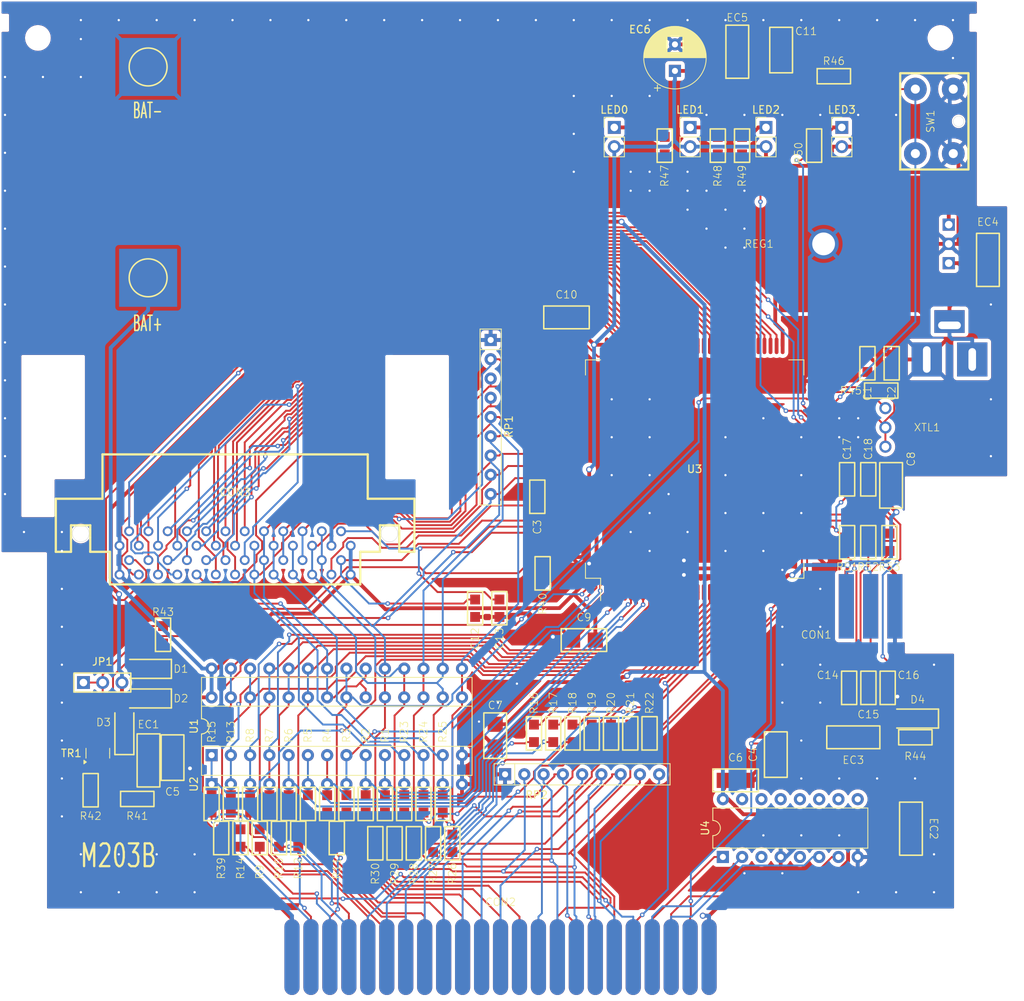
<source format=kicad_pcb>
(kicad_pcb (version 20240108) (generator "pcbnew") (generator_version "8.0")
  (layers (0 "F.Cu" signal) (31 "B.Cu" signal) (34 "B.Paste" user) (35 "F.Paste" user) (36 "B.SilkS" user "B.Silkscreen") (37 "F.SilkS" user "F.Silkscreen") (38 "B.Mask" user) (39 "F.Mask" user) (44 "Edge.Cuts" user))
  (net 0 "")
  (net 1 "/D3.Sys")
  (net 2 "/D2.Sys")
  (net 3 "/D5.Sys")
  (net 4 "/D1.Sys")
  (net 5 "/GND")
  (net 6 "/D0.Sys")
  (net 7 "/D6.Sys")
  (net 8 "/D4.Sys")
  (net 9 "/D7.Sys")
  (net 10 "/D0")
  (net 11 "/D3")
  (net 12 "/D6")
  (net 13 "/D4")
  (net 14 "/D5")
  (net 15 "/D2")
  (net 16 "/D7")
  (net 17 "/D1")
  (net 18 "/SRAM.~{CE}.~{OE}")
  (net 19 "/SRAM.~{EN}")
  (net 20 "Net-(TR1-B)")
  (net 21 "/A3")
  (net 22 "/A9")
  (net 23 "/A0")
  (net 24 "/A2")
  (net 25 "/A1")
  (net 26 "/A6")
  (net 27 "/A5")
  (net 28 "/A4")
  (net 29 "/+5V")
  (net 30 "/A13")
  (net 31 "/A7")
  (net 32 "/A10")
  (net 33 "/A14")
  (net 34 "/~{Write}")
  (net 35 "/A12")
  (net 36 "/A11")
  (net 37 "/A8")
  (net 41 "/VCC.Sys")
  (net 43 "/CIC.In.P6")
  (net 44 "/CIC.In.P7")
  (net 48 "/CIC.Out.P2.Sys")
  (net 49 "/CIC.Out.P1.Sys")
  (net 52 "Net-(LED0-K)")
  (net 53 "Net-(LED1-K)")
  (net 54 "Net-(LED2-K)")
  (net 55 "Net-(LED3-K)")
  (net 56 "/9V.In")
  (net 57 "/~{Write}.Sys")
  (net 58 "/CLK.In")
  (net 59 "/CLK.Out")
  (net 60 "/~{RAS}")
  (net 61 "Net-(R40-Pad2)")
  (net 62 "Net-(R40-Pad1)")
  (net 63 "/Sys.Pwr.Detect")
  (net 64 "/Pwr.Good")
  (net 65 "/Button")
  (net 66 "/A8.Sys")
  (net 67 "/~{CAS}.Right")
  (net 68 "/~{CAS}.Left")
  (net 69 "Net-(CON1-Pin_6)")
  (net 70 "Net-(CON1-Pin_5)")
  (net 71 "Net-(CON1-Pin_2)")
  (net 72 "/P36")
  (net 73 "/P37")
  (net 74 "/LED0")
  (net 75 "/LED1")
  (net 76 "/LED2")
  (net 77 "/LED3")
  (net 78 "/P38")
  (net 79 "/A0.Sys")
  (net 80 "/A1.Sys")
  (net 81 "/A2.Sys")
  (net 82 "/A3.Sys")
  (net 83 "/A4.Sys")
  (net 84 "/A5.Sys")
  (net 85 "/A6.Sys")
  (net 86 "/A7.Sys")
  (net 87 "/A9.Sys")
  (net 88 "/A10.Sys")
  (net 89 "/A11.Sys")
  (net 90 "/A12.Sys")
  (net 91 "/A13.Sys")
  (net 92 "/A14.Sys")
  (net 93 "/BA0")
  (net 94 "/BA0.Sys")
  (net 95 "/BA1")
  (net 96 "/BA1.Sys")
  (net 97 "/BA2")
  (net 98 "/BA2.Sys")
  (net 99 "/BA3")
  (net 100 "/BA3.Sys")
  (net 101 "/BA4")
  (net 102 "/BA4.Sys")
  (net 103 "/BA5")
  (net 104 "/BA5.Sys")
  (net 105 "/BA6")
  (net 106 "/BA6.Sys")
  (net 107 "/A7.RAM")
  (net 108 "/A5.RAM")
  (net 109 "/A4.RAM")
  (net 111 "/~{OE}.U2")
  (net 112 "/~{WE}.U5")
  (net 113 "/~{WE}.U4")
  (net 114 "/~{WE}.U7")
  (net 115 "/~{OE}.U6")
  (net 117 "/~{OE}.U1")
  (net 118 "/A1.RAM")
  (net 120 "/A2.RAM")
  (net 121 "/~{WE}.U2")
  (net 122 "/~{WE}.U1")
  (net 123 "/A9.RAM")
  (net 126 "/~{Reset}")
  (net 128 "/A0.RAM")
  (net 129 "/A3.RAM")
  (net 130 "/~{WE}.U3")
  (net 132 "/~{Read}.Sys")
  (net 133 "/~{OE}.U5")
  (net 134 "/A8.RAM")
  (net 135 "/A6.RAM")
  (net 136 "/~{CART}")
  (net 137 "/A15.Sys")
  (net 142 "/~{OE}.U8")
  (net 143 "/~{OE}.U7")
  (net 144 "/~{WE}.U8")
  (net 145 "/~{WE}.U6")
  (net 146 "/~{OE}.U3")
  (net 148 "/~{OE}.U4")
  (footprint "!M203B:J050 Connector" (layer "F.Cu") (at 95.34 100.2575 180)
    (property "Reference" "CON3")
    (property "Value" "RAM Board Slot")
    (fp_circle (center 20.35 2.5575) (end 21.450182 2.5575) (stroke (width 0.05)) (fill none) (layer "Edge.Cuts"))
    (fp_circle (center -20.35 2.5575) (end -19.249818 2.5575) (stroke (width 0.05)) (fill none) (layer "Edge.Cuts"))
  )
  (footprint "!M203B:Resistor" (layer "F.Cu") (at 96.05 137.85 90)
    (property "Reference" "R14")
    (property "Value" "330 Ohm")
  )
  (footprint "!M203B:Edge Connector" (layer "F.Cu") (at 130.34 153.55)
    (property "Reference" "CON2")
    (property "Value" "~")
  )
  (footprint "!M203B:Resistor" (layer "F.Cu") (at 171.69 46.55 90)
    (property "Reference" "R50")
    (property "Value" "330 Ohm")
  )
  (footprint "Connector_PinHeader_2.54mm:PinHeader_1x02_P2.54mm_Vertical" (layer "F.Cu") (at 165.34 44.15)
    (property "Reference" "LED2")
    (property "Value" "LED")
  )
  (footprint "!M203B:Resistor" (layer "F.Cu") (at 158.99 46.55 90)
    (property "Reference" "R48")
    (property "Value" "330 Ohm")
  )
  (footprint "!M203B:Resistor" (layer "F.Cu") (at 85.84 111.05 90)
    (property "Reference" "R43")
    (property "Value" "Oh Boy")
  )
  (footprint "Package_TO_SOT_SMD:SOT-23" (layer "F.Cu") (at 77.24 126.67 90)
    (property "Reference" "TR1")
    (property "Value" "2N3904S")
  )
  (footprint "!M203B:ECap" (layer "F.Cu") (at 194.61 61.62 90)
    (property "Reference" "EC4")
    (property "Value" "200 nF SMD")
  )
  (footprint "!M203B:Capacitor" (layer "F.Cu") (at 166.64 126.85 90)
    (property "Reference" "C4")
    (property "Value" "DNP")
  )
  (footprint "!M203B:Capacitor" (layer "F.Cu") (at 181.84 91.35 90)
    (property "Reference" "C8")
    (property "Value" "200 nF")
  )
  (footprint "!M203B:Resistor" (layer "F.Cu") (at 115.1 133.35 90)
    (property "Reference" "R1")
    (property "Value" "330 Ohm")
  )
  (footprint "!M203B:Crystal" (layer "F.Cu") (at 181.09 83.71)
    (property "Reference" "XTL1")
    (property "Value" "16 MHz")
  )
  (footprint "!M203B:DC Jack" (layer "F.Cu") (at 189.54 74.75 -90)
    (property "Reference" "J1" (hide yes))
    (property "Value" "Barrel_Jack_Switch")
  )
  (footprint "!M203B:Resistor" (layer "F.Cu") (at 174.29 37.4)
    (property "Reference" "R46")
    (property "Value" "10K Ohm")
  )
  (footprint "Package_DIP:DIP-28_W7.62mm" (layer "F.Cu") (at 92.24 126.925 90)
    (property "Reference" "U1")
    (property "Value" "~")
  )
  (footprint "!M203B:Resistor" (layer "F.Cu") (at 181.92 75.25 90)
    (property "Reference" "C2")
    (property "Value" "20 pF")
  )
  (footprint "!M203B:Resistor" (layer "F.Cu") (at 101.13 137.85 90)
    (property "Reference" "R10")
    (property "Value" "330 Ohm")
  )
  (footprint "!M203B:Resistor" (layer "F.Cu") (at 178.72 75.25 90)
    (property "Reference" "C1")
    (property "Value" "20 pF")
  )
  (footprint "!M203B:Diode" (layer "F.Cu") (at 84.19 119.45 180)
    (property "Reference" "D2")
    (property "Value" "DNP")
  )
  (footprint "!M203B:Resistor" (layer "F.Cu") (at 181.39 118.05 90)
    (property "Reference" "C16")
    (property "Value" "DNP")
  )
  (footprint "!M203B:Resistor" (layer "F.Cu") (at 181.63 98.85 90)
    (property "Reference" "R53")
    (property "Value" "330 Ohm")
  )
  (footprint "!M203B:Resistor" (layer "F.Cu") (at 116.37 138.55 90)
    (property "Reference" "R29")
    (property "Value" "330 Ohm")
  )
  (footprint "!M203B:Resistor" (layer "F.Cu") (at 113.83 138.55 90)
    (property "Reference" "R30")
    (property "Value" "330 Ohm")
  )
  (footprint "!M203B:Resistor" (layer "F.Cu") (at 104.94 133.35 90)
    (property "Reference" "R5")
    (property "Value" "330 Ohm")
  )
  (footprint "!M203B:Resistor" (layer "F.Cu") (at 121.45 138.55 90)
    (property "Reference" "R27")
    (property "Value" "330 Ohm")
  )
  (footprint "Resistor_THT:R_Array_SIP9" (layer "F.Cu") (at 130.94 129.45)
    (property "Reference" "RP2")
    (property "Value" "DNP")
  )
  (footprint "!M203B:Diode" (layer "F.Cu") (at 84.19 115.55 180)
    (property "Reference" "D1")
    (property "Value" "DNP")
  )
  (footprint "!M203B:RJ-12 Pads" (layer "F.Cu") (at 179.14 107.3)
    (property "Reference" "CON1")
    (property "Value" "RJ12 Board Connector")
  )
  (footprint "!M203B:Capacitor" (layer "F.Cu") (at 87.09 127.25 90)
    (property "Reference" "C5")
    (property "Value" "200 nF")
  )
  (footprint "!M203B:Diode" (layer "F.Cu") (at 80.74 124.1 90)
    (property "Reference" "D3")
    (property "Value" "330 Ohm Resistor")
  )
  (footprint "!M203B:Resistor" (layer "F.Cu") (at 130.19 107.55 90)
    (property "Reference" "C13")
    (property "Value" "DNP")
  )
  (footprint "!M203B:Capacitor" (layer "F.Cu") (at 161.34 130.25)
    (property "Reference" "C6")
    (property "Value" "200 nF")
  )
  (footprint "!M203B:Resistor" (layer "F.Cu") (at 151.99 46.55 90)
    (property "Reference" "R47")
    (property "Value" "330 Ohm")
  )
  (footprint "!M203B:Resistor" (layer "F.Cu") (at 176.04 90.55 90)
    (property "Reference" "C17")
    (property "Value" "100 pF")
  )
  (footprint "!M203B:Resistor" (layer "F.Cu") (at 135.89 102.95 90)
    (property "Reference" "R40")
    (property "Value" "330 Ohm")
  )
  (footprint "!M203B:Resistor" (layer "F.Cu") (at 92.24 133.35 90)
    (property "Reference" "R15")
    (property "Value" "330 Ohm")
  )
  (footprint "!M203B:Resistor" (layer "F.Cu") (at 120.18 133.35 90)
    (property "Reference" "R24")
    (property "Value" "330 Ohm")
  )
  (footprint "!M203B:ECap" (layer "F.Cu") (at 161.56 34.17 90)
    (property "Reference" "EC5")
    (property "Value" "DNP")
  )
  (footprint "!M203B:Resistor" (layer "F.Cu") (at 118.91 138.55 90)
    (property "Reference" "R28")
    (property "Value" "330 Ohm")
  )
  (footprint "!M203B:Resistor" (layer "F.Cu") (at 76.29 131.55 90)
    (property "Reference" "R42")
    (property "Value" "1K Ohm")
  )
  (footprint "!M203B:Resistor" (layer "F.Cu") (at 112.56 133.35 90)
    (property "Reference" "R2")
    (property "Value" "330 Ohm")
  )
  (footprint "!M203B:Resistor" (layer "F.Cu") (at 98.59 137.85 90)
    (property "Reference" "R9")
    (property "Value" "330 Ohm")
  )
  (footprint "!M203B:Resistor" (layer "F.Cu") (at 135.19 92.85 90)
    (property "Reference" "C3")
    (property "Value" "DNP")
  )
  (footprint "Connector_PinHeader_2.54mm:PinHeader_1x03_P2.54mm_Vertical" (layer "F.Cu") (at 75.34 117.35 90)
    (property "Reference" "JP1")
    (property "Value" "DNP" (hide yes))
  )
  (footprint "!M203B:ECap" (layer "F.Cu") (at 83.92 127.62 -90)
    (property "Reference" "EC1")
    (property "Value" "DNP")
  )
  (footprint "!M203B:Resistor" (layer "F.Cu") (at 178.83 90.55 90)
    (property "Reference" "C18")
    (property "Value" "100 pF")
  )
  (footprint "Package_DIP:DIP-16_W7.62mm" (layer "F.Cu") (at 159.66 140.35 90)
    (property "Reference" "U4")
    (property "Value" "~")
  )
  (footprint "!M203B:Resistor" (layer "F.Cu") (at 110.02 133.35 90)
    (property "Reference" "R3")
    (property "Value" "330 Ohm")
  )
  (footprint "!M203B:Resistor" (layer "F.Cu") (at 103.67 137.85 90)
    (property "Reference" "R12")
    (property "Value" "330 Ohm")
  )
  (footprint "Connector_PinHeader_2.54mm:PinHeader_1x02_P2.54mm_Vertical" (layer "F.Cu") (at 175.34 44.15)
    (property "Reference" "LED3")
    (property "Value" "LED")
  )
  (footprint "!M203B:Button" (layer "F.Cu") (at 187.54 43.35 90)
    (property "Reference" "SW1")
    (property "Value" "SW_Push")
    (fp_circle (center 0 3.2) (end 0.700071 3.2) (stroke (width 0.05)) (fill none) (layer "Edge.Cuts"))
  )
  (footprint "!M203B:Resistor" (layer "F.Cu") (at 185.04 124.57)
    (property "Reference" "R44")
    (property "Value" "10K Ohm")
  )
  (footprint "!M203B:Resistor" (layer "F.Cu") (at 94.78 133.35 90)
    (property "Reference" "R13")
    (property "Value" "330 Ohm")
  )
  (footprint "!M203B:Resistor" (layer "F.Cu") (at 180.54 78.85)
    (property "Reference" "R45")
    (property "Value" "DNP")
  )
  (footprint "!M203B:Capacitor" (layer "F.Cu") (at 129.64 124.35 90)
    (property "Reference" "C7")
    (property "Value" "200 nF")
  )
  (footprint "!M203B:Resistor" (layer "F.Cu") (at 178.85 118.05 90)
    (property "Reference" "C15")
    (property "Value" "190 pF")
  )
  (footprint "!M203B:Resistor" (layer "F.Cu") (at 144.91 124.05 90)
    (property "Reference" "R20")
    (property "Value" "330 Ohm")
  )
  (footprint "Package_DIP:DIP-28_W15.24mm" (layer "F.Cu") (at 92.24 130.75 90)
    (property "Reference" "U2")
    (property "Value" "~")
  )
  (footprint "!M203B:Resistor" (layer "F.Cu") (at 97.32 133.35 90)
    (property "Reference" "R8")
    (property "Value" "330 Ohm")
  )
  (footprint "!M203B:Capacitor" (layer "F.Cu") (at 141.34 111.75)
    (property "Reference" "C9")
    (property "Value" "200 nF")
  )
  (footprint "!M203B:Resistor" (layer "F.Cu") (at 176.04 98.85 90)
    (property "Reference" "R51")
    (property "Value" "330 Ohm")
  )
  (footprint "!M203B:ECap" (layer "F.Cu") (at 184.46 136.62 -90)
    (property "Reference" "EC2")
    (property "Value" "106 6.3V")
  )
  (footprint "!M203B:MGD203" (layer "F.Cu") (at 155.94 89.2 90)
    (property "Reference" "U3")
    (property "Value" "~")
  )
  (footprint "!M203B:Resistor" (layer "F.Cu") (at 178.83 98.85 90)
    (property "Reference" "R52")
    (property "Value" "330 Ohm")
  )
  (footprint "!M203B:Resistor" (layer "F.Cu") (at 102.4 133.35 90)
    (property "Reference" "R6")
    (property "Value" "330 Ohm")
  )
  (footprint "!M203B:Resistor" (layer "F.Cu") (at 139.83 124.05 90)
    (property "Reference" "R18")
    (property "Value" "330 Ohm")
  )
  (footprint "!M203B:Resistor" (layer "F.Cu") (at 117.64 133.35 90)
    (property "Reference" "R23")
    (property "Value" "330 Ohm")
  )
  (footprint "!M203B:Resistor" (layer "F.Cu") (at 149.99 124.05 90)
    (property "Reference" "R22")
    (property "Value" "330 Ohm")
  )
  (footprint "!M203B:ECap" (layer "F.Cu") (at 176.86 124.57 180)
    (property "Reference" "EC3")
    (property "Value" "106 6.3V")
  )
  (footprint "!M203B:Resistor" (layer "F.Cu") (at 122.72 133.35 90)
    (property "Reference" "R25")
    (property "Value" "330 Ohm")
  )
  (footprint "!M203B:Diode" (layer "F.Cu") (at 185.34 122.1 180)
    (property "Reference" "D4")
    (property "Value" "Populated")
  )
  (footprint "!M203B:Battery" (layer "F.Cu") (at 83.87 50.08)
    (property "Reference" "BT1" (hide yes))
    (property "Value" "Battery_Cell")
  )
  (footprint "!M203B:Resistor" (layer "F.Cu") (at 176.31 118.05 90)
    (property "Reference" "C14")
    (property "Value" "190 pF")
  )
  (footprint "Capacitor_THT:CP_Radial_D8.0mm_P3.50mm" (layer "F.Cu") (at 153.34 36.7 90)
    (property "Reference" "EC6")
    (property "Value" "220 uF 16V")
  )
  (footprint "!M203B:Resistor" (layer "F.Cu") (at 99.86 133.35 90)
    (property "Reference" "R7")
    (property "Value" "330 Ohm")
  )
  (footprint "!M203B:Resistor" (layer "F.Cu") (at 93.51 137.85 90)
    (property "Reference" "R39")
    (property "Value" "330 Ohm")
  )
  (footprint "!M203B:Resistor" (layer "F.Cu") (at 108.75 137.85 90)
    (property "Reference" "R11")
    (property "Value" "330 Ohm")
  )
  (footprint "!M203B:Resistor" (layer "F.Cu") (at 142.37 124.05 90)
    (property "Reference" "R19")
    (property "Value" "330 Ohm")
  )
  (footprint "!M203B:Resistor" (layer "F.Cu") (at 147.45 124.05 90)
    (property "Reference" "R21")
    (property "Value" "330 Ohm")
  )
  (footprint "Resistor_THT:R_Array_SIP9" (layer "F.Cu") (at 129.04 72.18 -90)
    (property "Reference" "RP1")
    (property "Value" "DNP")
  )
  (footprint "!M203B:VREG" (layer "F.Cu") (at 189.44 59.51)
    (property "Reference" "REG1")
    (property "Value" "~")
  )
  (footprint "Connector_PinHeader_2.54mm:PinHeader_1x02_P2.54mm_Vertical" (layer "F.Cu") (at 145.34 44.15)
    (property "Reference" "LED0")
    (property "Value" "LED")
  )
  (footprint "!M203B:Resistor" (layer "F.Cu") (at 107.48 133.35 90)
    (property "Reference" "R4")
    (property "Value" "330 Ohm")
  )
  (footprint "!M203B:Resistor" (layer "F.Cu") (at 134.75 124.05 90)
    (property "Reference" "R16")
    (property "Value" "330 Ohm")
  )
  (footprint "!M203B:Capacitor" (layer "F.Cu") (at 139.04 69.2)
    (property "Reference" "C10")
    (property "Value" "200 nF")
  )
  (footprint "!M203B:Resistor" (layer "F.Cu") (at 162.19 46.55 90)
    (property "Reference" "R49")
    (property "Value" "330 Ohm")
  )
  (footprint "!M203B:Resistor" (layer "F.Cu") (at 123.99 138.55 90)
    (property "Reference" "R26")
    (property "Value" "330 Ohm")
  )
  (footprint "!M203B:Resistor" (layer "F.Cu") (at 82.44 132.7)
    (property "Reference" "R41")
    (property "Value" "330 Ohm")
  )
  (footprint "!M203B:Resistor" (layer "F.Cu") (at 126.99 107.55 90)
    (property "Reference" "C12")
    (property "Value" "DNP")
  )
  (footprint "!M203B:Capacitor" (layer "F.Cu") (at 167.34 33.95 90)
    (property "Reference" "C11")
    (property "Value" "200 nF")
  )
  (footprint "!M203B:Resistor" (layer "F.Cu") (at 137.29 124.05 90)
    (property "Reference" "R17")
    (property "Value" "330 Ohm")
  )
  (footprint "Connector_PinHeader_2.54mm:PinHeader_1x02_P2.54mm_Vertical" (layer "F.Cu") (at 155.34 44.15)
    (property "Reference" "LED1")
    (property "Value" "LED")
  )
  (gr_line (start 193.34 29.35) (end 193.34 27.35) (stroke (width 0.002)) (layer "Edge.Cuts"))
  (gr_line (start 64.34 31.35) (end 64.34 100.35) (stroke (width 0.002)) (layer "Edge.Cuts"))
  (gr_line (start 160.34 147.35) (end 190.34 147.35) (stroke (width 0.002)) (layer "Edge.Cuts"))
  (gr_line (start 193.34 31.35) (end 193.34 54.35) (stroke (width 0.002)) (layer "Edge.Cuts"))
  (gr_line (start 183.84 90.35) (end 197.34 90.35) (stroke (width 0.002)) (layer "Edge.Cuts"))
  (gr_circle (center 188.34 32.35) (end 189.84 32.35) (stroke (width 0.002)) (fill none) (layer "Edge.Cuts"))
  (gr_line (start 183.84 90.35) (end 183.84 113.35) (stroke (width 0.002)) (layer "Edge.Cuts"))
  (gr_line (start 64.34 27.35) (end 193.34 27.35) (stroke (width 0.002)) (layer "Edge.Cuts"))
  (gr_line (start 64.34 29.35) (end 65.34 29.35) (stroke (width 0.002)) (layer "Edge.Cuts"))
  (gr_line (start 100.34 159.35) (end 160.34 159.35) (stroke (width 0.002)) (layer "Edge.Cuts"))
  (gr_line (start 193.34 54.35) (end 197.34 54.35) (stroke (width 0.002)) (layer "Edge.Cuts"))
  (gr_line (start 115.34 74.35) (end 115.34 90.35) (stroke (width 0.002)) (layer "Edge.Cuts"))
  (gr_line (start 67.34 74.35) (end 67.34 95.35) (stroke (width 0.002)) (layer "Edge.Cuts"))
  (gr_line (start 123.34 74.35) (end 115.34 74.35) (stroke (width 0.002)) (layer "Edge.Cuts"))
  (gr_line (start 71.34 90.35) (end 75.34 90.35) (stroke (width 0.002)) (layer "Edge.Cuts"))
  (gr_line (start 160.34 147.35) (end 160.34 159.35) (stroke (width 0.002)) (layer "Edge.Cuts"))
  (gr_line (start 65.34 31.35) (end 65.34 29.35) (stroke (width 0.002)) (layer "Edge.Cuts"))
  (gr_line (start 197.34 54.35) (end 197.34 90.35) (stroke (width 0.002)) (layer "Edge.Cuts"))
  (gr_line (start 123.34 95.35) (end 119.34 95.35) (stroke (width 0.002)) (layer "Edge.Cuts"))
  (gr_line (start 192.34 31.35) (end 192.34 29.35) (stroke (width 0.002)) (layer "Edge.Cuts"))
  (gr_line (start 70.34 100.35) (end 70.34 147.35) (stroke (width 0.002)) (layer "Edge.Cuts"))
  (gr_line (start 190.34 113.35) (end 190.34 147.35) (stroke (width 0.002)) (layer "Edge.Cuts"))
  (gr_line (start 193.34 31.35) (end 192.34 31.35) (stroke (width 0.002)) (layer "Edge.Cuts"))
  (gr_line (start 192.34 29.35) (end 193.34 29.35) (stroke (width 0.002)) (layer "Edge.Cuts"))
  (gr_line (start 67.34 95.35) (end 71.34 95.35) (stroke (width 0.002)) (layer "Edge.Cuts"))
  (gr_line (start 119.34 90.35) (end 115.34 90.35) (stroke (width 0.002)) (layer "Edge.Cuts"))
  (gr_line (start 123.34 74.35) (end 123.34 95.35) (stroke (width 0.002)) (layer "Edge.Cuts"))
  (gr_line (start 100.34 147.35) (end 100.34 159.35) (stroke (width 0.002)) (layer "Edge.Cuts"))
  (gr_line (start 75.34 74.35) (end 75.34 90.35) (stroke (width 0.002)) (layer "Edge.Cuts"))
  (gr_line (start 183.84 113.35) (end 190.34 113.35) (stroke (width 0.002)) (layer "Edge.Cuts"))
  (gr_line (start 100.34 147.35) (end 70.34 147.35) (stroke (width 0.002)) (layer "Edge.Cuts"))
  (gr_line (start 64.34 100.35) (end 70.34 100.35) (stroke (width 0.002)) (layer "Edge.Cuts"))
  (gr_line (start 67.34 74.35) (end 75.34 74.35) (stroke (width 0.002)) (layer "Edge.Cuts"))
  (gr_line (start 71.34 90.35) (end 71.34 95.35) (stroke (width 0.002)) (layer "Edge.Cuts"))
  (gr_line (start 119.34 90.35) (end 119.34 95.35) (stroke (width 0.002)) (layer "Edge.Cuts"))
  (gr_circle (center 69.34 32.35) (end 70.84 32.35) (stroke (width 0.002)) (fill none) (layer "Edge.Cuts"))
  (gr_line (start 64.34 29.35) (end 64.34 27.35) (stroke (width 0.002)) (layer "Edge.Cuts"))
  (gr_circle (center 130.09 100.35) (end 132.34 100.35) (stroke (width 0.002)) (fill none) (layer "Edge.Cuts"))
  (gr_line (start 64.34 31.35) (end 65.34 31.35) (stroke (width 0.002)) (layer "Edge.Cuts"))
  (gr_text "M203B" (at 74.75 141.94 0) (layer "F.SilkS") (effects (font (size 3 2) (thickness 0.3)) (justify left bottom)))
  (segment (start 124.9667 139.7) (end 125.202 139.9353) (width 0.25) (layer "F.Cu") (net 1))
  (segment (start 145.34 145.5589) (end 139.5389 139.7578) (width 0.25) (layer "F.Cu") (net 1))
  (segment (start 125.202 139.9353) (end 139.3614 139.9353) (width 0.25) (layer "F.Cu") (net 1))
  (segment (start 145.34 153.55) (end 145.34 148.2233) (width 0.25) (layer "F.Cu") (net 1))
  (segment (start 139.3614 139.9353) (end 139.5389 139.7578) (width 0.25) (layer "F.Cu") (net 1))
  (segment (start 148.72 129.45) (end 148.72 130.5767) (width 0.25) (layer "F.Cu") (net 1))
  (segment (start 123.99 139.7) (end 124.9667 139.7) (width 0.25) (layer "F.Cu") (net 1))
  (segment (start 148.72 130.5767) (end 139.5389 139.7578) (width 0.25) (layer "F.Cu") (net 1))
  (segment (start 145.34 148.2233) (end 145.34 145.5589) (width 0.25) (layer "F.Cu") (net 1))
  (segment (start 122.72 135.2339) (end 122.72 134.5) (width 0.25) (layer "F.Cu") (net 2))
  (segment (start 142.84 153.55) (end 142.84 149.1058) (width 0.25) (layer "F.Cu") (net 2))
  (segment (start 138.0929 134.9971) (end 128.3148 134.9971) (width 0.25) (layer "F.Cu") (net 2))
  (segment (start 142.84 149.1058) (end 141.9575 148.2233) (width 0.25) (layer "F.Cu") (net 2))
  (segment (start 143.64 129.45) (end 138.0929 134.9971) (width 0.25) (layer "F.Cu") (net 2))
  (segment (start 128.3148 134.9971) (end 126.8796 133.5619) (width 0.25) (layer "F.Cu") (net 2))
  (segment (start 123.5616 136.0755) (end 122.72 135.2339) (width 0.25) (layer "F.Cu") (net 2))
  (via (at 141.9575 148.2233) (size 0.6) (drill 0.3) (layers "F.Cu" "B.Cu") (net 2))
  (via (at 123.5616 136.0755) (size 0.6) (drill 0.3) (layers "F.Cu" "B.Cu") (net 2))
  (via (at 126.8796 133.5619) (size 0.6) (drill 0.3) (layers "F.Cu" "B.Cu") (net 2))
  (segment (start 126.8456 133.5619) (end 126.8796 133.5619) (width 0.25) (layer "B.Cu") (net 2))
  (segment (start 141.9575 132.2592) (end 141.9575 148.2233) (width 0.25) (layer "B.Cu") (net 2))
  (segment (start 124.332 136.0755) (end 126.8456 133.5619) (width 0.25) (layer "B.Cu") (net 2))
  (segment (start 143.64 130.5767) (end 141.9575 132.2592) (width 0.25) (layer "B.Cu") (net 2))
  (segment (start 143.64 129.45) (end 143.64 130.5767) (width 0.25) (layer "B.Cu") (net 2))
  (segment (start 123.5616 136.0755) (end 124.332 136.0755) (width 0.25) (layer "B.Cu") (net 2))
  (segment (start 119.6446 139.7) (end 118.91 139.7) (width 0.25) (layer "F.Cu") (net 3))
  (segment (start 140.0015 141.6191) (end 125.898 141.6191) (width 0.25) (layer "F.Cu") (net 3))
  (segment (start 125.5393 141.2604) (end 121.205 141.2604) (width 0.25) (layer "F.Cu") (net 3))
  (segment (start 125.898 141.6191) (end 125.5393 141.2604) (width 0.25) (layer "F.Cu") (net 3))
  (segment (start 121.205 141.2604) (end 119.6446 139.7) (width 0.25) (layer "F.Cu") (net 3))
  (segment (start 140.0945 141.7121) (end 140.0015 141.6191) (width 0.25) (layer "F.Cu") (net 3))
  (via (at 140.0945 141.7121) (size 0.6) (drill 0.3) (layers "F.Cu" "B.Cu") (net 3))
  (segment (start 140.0945 141.7121) (end 140.0945 131.5822) (width 0.25) (layer "B.Cu") (net 3))
  (segment (start 140.0945 131.5822) (end 141.1 130.5767) (width 0.25) (layer "B.Cu") (net 3))
  (segment (start 141.1 129.45) (end 141.1 130.5767) (width 0.25) (layer "B.Cu") (net 3))
  (segment (start 140.34 148.2233) (end 140.0945 147.9778) (width 0.25) (layer "B.Cu") (net 3))
  (segment (start 140.0945 147.9778) (end 140.0945 141.7121) (width 0.25) (layer "B.Cu") (net 3))
  (segment (start 140.34 153.55) (end 140.34 148.2233) (width 0.25) (layer "B.Cu") (net 3))
  (segment (start 134.7649 132.4001) (end 126.8947 132.4001) (width 0.25) (layer "F.Cu") (net 4))
  (segment (start 120.6062 135.6862) (end 120.18 135.26) (width 0.25) (layer "F.Cu") (net 4))
  (segment (start 120.9025 135.6862) (end 120.6062 135.6862) (width 0.25) (layer "F.Cu") (net 4))
  (segment (start 126.8947 132.4001) (end 124.6277 134.6671) (width 0.25) (layer "F.Cu") (net 4))
  (segment (start 140.34 153.55) (end 140.34 149.2588) (width 0.25) (layer "F.Cu") (net 4))
  (segment (start 120.18 135.26) (end 120.18 134.5) (width 0.25) (layer "F.Cu") (net 4))
  (segment (start 137.4333 129.7317) (end 134.7649 132.4001) (width 0.25) (layer "F.Cu") (net 4))
  (segment (start 138.56 129.45) (end 137.4333 129.45) (width 0.25) (layer "F.Cu") (net 4))
  (segment (start 137.4333 129.45) (end 137.4333 129.7317) (width 0.25) (layer "F.Cu") (net 4))
  (segment (start 140.34 149.2588) (end 139.1424 148.0612) (width 0.25) (layer "F.Cu") (net 4))
  (via (at 124.6277 134.6671) (size 0.6) (drill 0.3) (layers "F.Cu" "B.Cu") (net 4))
  (via (at 139.1424 148.0612) (size 0.6) (drill 0.3) (layers "F.Cu" "B.Cu") (net 4))
  (via (at 120.9025 135.6862) (size 0.6) (drill 0.3) (layers "F.Cu" "B.Cu") (net 4))
  (segment (start 139.1424 148.0612) (end 139.1424 131.1591) (width 0.25) (layer "B.Cu") (net 4))
  (segment (start 139.1424 131.1591) (end 138.56 130.5767) (width 0.25) (layer "B.Cu") (net 4))
  (segment (start 138.56 129.45) (end 138.56 130.5767) (width 0.25) (layer "B.Cu") (net 4))
  (segment (start 120.9025 135.6862) (end 121.9216 134.6671) (width 0.25) (layer "B.Cu") (net 4))
  (segment (start 121.9216 134.6671) (end 124.6277 134.6671) (width 0.25) (layer "B.Cu") (net 4))
  (segment (start 130.94 129.45) (end 129.6883 129.45) (width 0.5) (layer "F.Cu") (net 5))
  (segment (start 169.6533 128.35) (end 166.64 128.35) (width 0.5) (layer "F.Cu") (net 5))
  (segment (start 176.31 119.2) (end 176.31 119.4754) (width 0.5) (layer "F.Cu") (net 5))
  (segment (start 155.54 72.95) (end 156.34 72.95) (width 0.5) (layer "F.Cu") (net 5))
  (segment (start 139.69 77.6) (end 141.2417 77.6) (width 0.5) (layer "F.Cu") (net 5))
  (segment (start 183.6717 74.75) (end 183.0217 74.1) (width 0.5) (layer "F.Cu") (net 5))
  (segment (start 126.5117 130.75) (end 128.34 130.75) (width 0.5) (layer "F.Cu") (net 5))
  (segment (start 155.54 72.95) (end 155.54 74.5017) (width 0.5) (layer "F.Cu") (net 5))
  (segment (start 155.7044 77.6) (end 155.54 77.6) (width 0.5) (layer "F.Cu") (net 5))
  (segment (start 129.64 129.45) (end 129.6883 129.45) (width 0.5) (layer "F.Cu") (net 5))
  (segment (start 156.34 105.45) (end 155.54 105.45) (width 0.5) (layer "F.Cu") (net 5))
  (segment (start 172.19 97.6) (end 172.19 98.4) (width 0.5) (layer "F.Cu") (net 5))
  (segment (start 179.9317 89.4) (end 180.2325 89.7008) (width 0.5) (layer "F.Cu") (net 5))
  (segment (start 181.39 119.2) (end 182.4917 119.2) (width 0.5) (layer "F.Cu") (net 5))
  (segment (start 161.56 32.27) (end 163.0867 32.27) (width 0.5) (layer "F.Cu") (net 5))
  (segment (start 84.36 129.08) (end 83.92 129.52) (width 0.5) (layer "F.Cu") (net 5))
  (segment (start 138.3883 111.75) (end 137.9663 111.328) (width 0.5) (layer "F.Cu") (net 5))
  (segment (start 175.69 74.1) (end 178.72 74.1) (width 0.5) (layer "F.Cu") (net 5))
  (segment (start 174.96 124.57) (end 173.4333 124.57) (width 0.5) (layer "F.Cu") (net 5))
  (segment (start 182.2109 59.51) (end 176.74 59.51) (width 0.5) (layer "F.Cu") (net 5))
  (segment (start 167.34 32.45) (end 163.2667 32.45) (width 0.5) (layer "F.Cu") (net 5))
  (segment (start 181.84 89.85) (end 181.84 89.7008) (width 0.5) (layer "F.Cu") (net 5))
  (segment (start 172.19 97.6) (end 170.6383 97.6) (width 0.5) (layer "F.Cu") (net 5))
  (segment (start 183.6717 86.5666) (end 181.84 88.3983) (width 0.5) (layer "F.Cu") (net 5))
  (segment (start 174.96 120.8254) (end 174.96 123.0433) (width 0.5) (layer "F.Cu") (net 5))
  (segment (start 83.59 131.3767) (end 83.92 131.0467) (width 0.5) (layer "F.Cu") (net 5))
  (segment (start 139.69 77.6) (end 138.1383 77.6) (width 0.5) (layer "F.Cu") (net 5))
  (segment (start 163.2667 32.45) (end 163.0867 32.27) (width 0.5) (layer "F.Cu") (net 5))
  (segment (start 177.44 140.35) (end 181.1033 140.35) (width 0.5) (layer "F.Cu") (net 5))
  (segment (start 83.59 132.1491) (end 83.59 131.5983) (width 0.5) (layer "F.Cu") (net 5))
  (segment (start 142.0218 101.6632) (end 141.2417 100.8831) (width 0.5) (layer "F.Cu") (net 5))
  (segment (start 129.64 125.85) (end 129.64 127.3017) (width 0.5) (layer "F.Cu") (net 5))
  (segment (start 84.6917 132.7) (end 83.59 132.7) (width 0.5) (layer "F.Cu") (net 5))
  (segment (start 181.92 74.1) (end 178.72 74.1) (width 0.5) (layer "F.Cu") (net 5))
  (segment (start 139.69 100.8) (end 141.2417 100.8) (width 0.5) (layer "F.Cu") (net 5))
  (segment (start 137.9663 111.328) (end 137.2477 111.328) (width 0.5) (layer "F.Cu") (net 5))
  (segment (start 176.31 119.2) (end 173.7417 116.6317) (width 0.5) (layer "F.Cu") (net 5))
  (segment (start 139.69 94.4) (end 139.69 93.6) (width 0.5) (layer "F.Cu") (net 5))
  (segment (start 141.2417 94.4) (end 141.2417 100.8) (width 0.5) (layer "F.Cu") (net 5))
  (segment (start 170.6383 77.6) (end 155.7044 77.6) (width 0.5) (layer "F.Cu") (net 5))
  (segment (start 153.34 33.2) (end 159.1033 33.2) (width 0.5) (layer "F.Cu") (net 5))
  (segment (start 190.7254 48.2854) (end 190.04 47.6) (width 0.5) (layer "F.Cu") (net 5))
  (segment (start 125.26 130.75) (end 126.5117 130.75) (width 0.5) (layer "F.Cu") (net 5))
  (segment (start 132.7947 108.2382) (end 132.6256 108.4073) (width 0.5) (layer "F.Cu") (net 5))
  (segment (start 130.19 108.7) (end 131.2917 108.7) (width 0.5) (layer "F.Cu") (net 5))
  (segment (start 173.7417 98.4) (end 173.7417 100.8) (width 0.5) (layer "F.Cu") (net 5))
  (segment (start 87.09 128.75) (end 88.5417 128.75) (width 0.5) (layer "F.Cu") (net 5))
  (segment (start 176.31 119.2) (end 178.85 119.2) (width 0.5) (layer "F.Cu") (net 5))
  (segment (start 88.624 128.6677) (end 88.5417 128.75) (width 0.5) (layer "F.Cu") (net 5))
  (segment (start 136.5917 92) (end 136.2917 91.7) (width 0.5) (layer "F.Cu") (net 5))
  (segment (start 183.39 32.45) (end 167.34 32.45) (width 0.5) (layer "F.Cu") (net 5))
  (segment (start 155.54 104.1773) (end 154.52 103.1573) (width 0.5) (layer "F.Cu") (net 5))
  (segment (start 190.7254 59.51) (end 190.7254 48.2854) (width 0.5) (layer "F.Cu") (net 5))
  (segment (start 128.34 130.75) (end 129.64 129.45) (width 0.5) (layer "F.Cu") (net 5))
  (segment (start 131.5844 108.4073) (end 131.2917 108.7) (width 0.5) (layer "F.Cu") (net 5))
  (segment (start 155.54 105.45) (end 155.54 104.1773) (width 0.5) (layer "F.Cu") (net 5))
  (segment (start 172.19 98.4) (end 173.7417 98.4) (width 0.5) (layer "F.Cu") (net 5))
  (segment (start 174.96 124.57) (end 174.96 123.0433) (width 0.5) (layer "F.Cu") (net 5))
  (segment (start 141.2417 100.8831) (end 141.2417 100.8) (width 0.5) (layer "F.Cu") (net 5))
  (segment (start 178.85 119.2) (end 181.39 119.2) (width 0.5) (layer "F.Cu") (net 5))
  (segment (start 135.19 91.7) (end 136.2917 91.7) (width 0.5) (layer "F.Cu") (net 5))
  (segment (start 190.04 39.1) (end 183.39 32.45) (width 0.5) (layer "F.Cu") (net 5))
  (segment (start 194.61 59.72) (end 193.0833 59.72) (width 0.5) (layer "F.Cu") (net 5))
  (segment (start 182.2109 59.51) (end 189.44 59.51) (width 0.5) (layer "F.Cu") (net 5))
  (segment (start 93.2933 141.3016) (end 84.6917 132.7) (width 0.5) (layer "F.Cu") (net 5))
  (segment (start 83.92 129.52) (end 83.92 131.0467) (width 0.5) (layer "F.Cu") (net 5))
  (segment (start 183.6717 74.75) (end 183.6717 86.5666) (width 0.5) (layer "F.Cu") (net 5))
  (segment (start 184.46 138.52) (end 182.9333 138.52) (width 0.5) (layer "F.Cu") (net 5))
  (segment (start 182.4917 119.2) (end 182.6711 119.2) (width 0.5) (layer "F.Cu") (net 5))
  (segment (start 172.19 77.6) (end 175.69 74.1) (width 0.5) (layer "F.Cu") (net 5))
  (segment (start 181.1033 140.35) (end 182.9333 138.52) (width 0.5) (layer "F.Cu") (net 5))
  (segment (start 133.1083 72.18) (end 136.0883 69.2) (width 0.5) (layer "F.Cu") (net 5))
  (segment (start 86.76 129.08) (end 84.36 129.08) (width 0.5) (layer "F.Cu") (net 5))
  (segment (start 139.69 93.6) (end 139.69 92.8) (width 0.5) (layer "F.Cu") (net 5))
  (segment (start 182.4709 74.1) (end 182.2109 74.1) (width 0.5) (layer "F.Cu") (net 5))
  (segment (start 87.09 128.75) (end 86.76 129.08) (width 0.5) (layer "F.Cu") (net 5))
  (segment (start 139.69 92) (end 136.5917 92) (width 0.5) (layer "F.Cu") (net 5))
  (segment (start 155.54 77.6) (end 155.54 74.5017) (width 0.5) (layer "F.Cu") (net 5))
  (segment (start 129.64 129.45) (end 129.64 127.3017) (width 0.5) (layer "F.Cu") (net 5))
  (segment (start 176.04 89.4) (end 178.83 89.4) (width 0.5) (layer "F.Cu") (net 5))
  (segment (start 137.54 69.2) (end 136.0883 69.2) (width 0.5) (layer "F.Cu") (net 5))
  (segment (start 159.1033 33.2) (end 160.0333 32.27) (width 0.5) (layer "F.Cu") (net 5))
  (segment (start 139.84 111.75) (end 138.3883 111.75) (width 0.5) (layer "F.Cu") (net 5))
  (segment (start 139.69 92.8) (end 139.69 92) (width 0.5) (layer "F.Cu") (net 5))
  (segment (start 182.4709 74.1) (end 183.0217 74.1) (width 0.5) (layer "F.Cu") (net 5))
  (segment (start 155.54 77.6) (end 141.2417 77.6) (width 0.5) (layer "F.Cu") (net 5))
  (segment (start 95.6316 141.3016) (end 93.2933 141.3016) (width 0.5) (layer "F.Cu") (net 5))
  (segment (start 137.2477 111.328) (end 134.1579 108.2382) (width 0.5) (layer "F.Cu") (net 5))
  (segment (start 158.1698 97.6) (end 154.52 101.2498) (width 0.5) (layer "F.Cu") (net 5))
  (segment (start 173.4333 124.57) (end 169.6533 128.35) (width 0.5) (layer "F.Cu") (net 5))
  (segment (start 170.6383 97.6) (end 158.1698 97.6) (width 0.5) (layer "F.Cu") (net 5))
  (segment (start 129.04 72.18) (end 133.1083 72.18) (width 0.5) (layer "F.Cu") (net 5))
  (segment (start 172.19 77.6) (end 170.6383 77.6) (width 0.5) (layer "F.Cu") (net 5))
  (segment (start 180.2325 89.7008) (end 181.84 89.7008) (width 0.5) (layer "F.Cu") (net 5))
  (segment (start 189.44 59.51) (end 190.7254 59.51) (width 0.5) (layer "F.Cu") (net 5))
  (segment (start 165.7 128.35) (end 166.64 128.35) (width 0.5) (layer "F.Cu") (net 5))
  (segment (start 190.7254 59.51) (end 192.8733 59.51) (width 0.5) (layer "F.Cu") (net 5))
  (segment (start 182.2109 74.1) (end 182.2109 59.51) (width 0.5) (layer "F.Cu") (net 5))
  (segment (start 162.84 130.25) (end 163.8 130.25) (width 0.5) (layer "F.Cu") (net 5))
  (segment (start 176.74 59.51) (end 172.94 59.51) (width 0.5) (layer "F.Cu") (net 5))
  (segment (start 173.7417 116.6317) (end 173.7417 100.8) (width 0.5) (layer "F.Cu") (net 5))
  (segment (start 158.1698 97.6) (end 155.7044 95.1346) (width 0.5) (layer "F.Cu") (net 5))
  (segment (start 134.1579 108.2382) (end 132.7947 108.2382) (width 0.5) (layer "F.Cu") (net 5))
  (segment (start 181.84 89.7008) (end 181.84 88.3983) (width 0.5) (layer "F.Cu") (net 5))
  (segment (start 172.19 100.8) (end 172.9659 100.8) (width 0.5) (layer "F.Cu") (net 5))
  (segment (start 102.84 153.55) (end 102.84 148.51) (width 0.5) (layer "F.Cu") (net 5))
  (segment (start 172.9659 100.8) (end 173.7417 100.8) (width 0.5) (layer "F.Cu") (net 5))
  (segment (start 126.99 108.7) (end 130.19 108.7) (width 0.5) (layer "F.Cu") (net 5))
  (segment (start 178.83 89.4) (end 179.9317 89.4) (width 0.5) (layer "F.Cu") (net 5))
  (segment (start 155.7044 95.1346) (end 155.7044 77.6) (width 0.5) (layer "F.Cu") (net 5))
  (segment (start 139.69 94.4) (end 141.2417 94.4) (width 0.5) (layer "F.Cu") (net 5))
  (segment (start 83.59 131.5983) (end 83.59 131.3767) (width 0.5) (layer "F.Cu") (net 5))
  (segment (start 176.31 119.4754) (end 174.96 120.8254) (width 0.5) (layer "F.Cu") (net 5))
  (segment (start 133.1083 72.18) (end 133.1083 72.57) (width 0.5) (layer "F.Cu") (net 5))
  (segment (start 133.1083 72.57) (end 138.1383 77.6) (width 0.5) (layer "F.Cu") (net 5))
  (segment (start 163.8 130.25) (end 165.7 128.35) (width 0.5) (layer "F.Cu") (net 5))
  (segment (start 161.56 32.27) (end 160.0333 32.27) (width 0.5) (layer "F.Cu") (net 5))
  (segment (start 132.6256 108.4073) (end 131.5844 108.4073) (width 0.5) (layer "F.Cu") (net 5))
  (segment (start 186.54 74.75) (end 183.6717 74.75) (width 0.5) (layer "F.Cu") (net 5))
  (segment (start 102.84 148.51) (end 95.6316 141.3016) (width 0.5) (layer "F.Cu") (net 5))
  (segment (start 192.8733 59.51) (end 193.0833 59.72) (width 0.5) (layer "F.Cu") (net 5))
  (segment (start 182.2109 74.1) (end 181.92 74.1) (width 0.5) (layer "F.Cu") (net 5))
  (segment (start 89.3905 128.6677) (end 88.624 128.6677) (width 0.5) (layer "F.Cu") (net 5))
  (segment (start 83.59 132.1491) (end 83.59 132.7) (width 0.5) (layer "F.Cu") (net 5))
  (via (at 75 140) (size 0.6) (drill 0.3) (layers "F.Cu" "B.Cu") (net 5))
  (via (at 65 87.5) (size 0.6) (drill 0.3) (layers "F.Cu" "B.Cu") (net 5))
  (via (at 105 30) (size 0.6) (drill 0.3) (layers "F.Cu" "B.Cu") (net 5))
  (via (at 182.5 42.5) (size 0.6) (drill 0.3) (layers "F.Cu" "B.Cu") (net 5))
  (via (at 140 40) (size 0.6) (drill 0.3) (layers "F.Cu" "B.Cu") (net 5))
  (via (at 65 57.5) (size 0.6) (drill 0.3) (layers "F.Cu" "B.Cu") (net 5))
  (via (at 155 97.5) (size 0.6) (drill 0.3) (layers "F.Cu" "B.Cu") (net 5))
  (via (at 80 145) (size 0.6) (drill 0.3) (layers "F.Cu" "B.Cu") (net 5))
  (via (at 167.5 115) (size 0.6) (drill 0.3) (layers "F.Cu" "B.Cu") (net 5))
  (via (at 157.5 57.5) (size 0.6) (drill 0.3) (layers "F.Cu" "B.Cu") (net 5))
  (via (at 147.5 50) (size 0.6) (drill 0.3) (layers "F.Cu" "B.Cu") (net 5))
  (via (at 72.5 100) (size 0.6) (drill 0.3) (layers "F.Cu" "B.Cu") (net 5))
  (via (at 90 140) (size 0.6) (drill 0.3) (layers "F.Cu" "B.Cu") (net 5))
  (via (at 165 30) (size 0.6) (drill 0.3) (layers "F.Cu" "B.Cu") (net 5))
  (via (at 162.5 142.5) (size 0.6) (drill 0.3) (layers "F.Cu" "B.Cu") (net 5))
  (via (at 154.52 101.2498) (size 0.8) (drill 0.5) (layers "F.Cu" "B.Cu") (net 5))
  (via (at 187.5 145) (size 0.6) (drill 0.3) (layers "F.Cu" "B.Cu") (net 5))
  (via (at 137.2477 111.328) (size 0.8) (drill 0.5) (layers "F.Cu" "B.Cu") (net 5))
  (via (at 65 47.5) (size 0.6) (drill 0.3) (layers "F.Cu" "B.Cu") (net 5))
  (via (at 72.5 110) (size 0.6) (drill 0.3) (layers "F.Cu" "B.Cu") (net 5))
  (via (at 72.5 130) (size 0.6) (drill 0.3) (layers "F.Cu" "B.Cu") (net 5))
  (via (at 170 85) (size 0.6) (drill 0.3) (layers "F.Cu" "B.Cu") (net 5))
  (via (at 180 30) (size 0.6) (drill 0.3) (layers "F.Cu" "B.Cu") (net 5))
  (via (at 80 140) (size 0.6) (drill 0.3) (layers "F.Cu" "B.Cu") (net 5))
  (via (at 195 67.5) (size 0.6) (drill 0.3) (layers "F.Cu" "B.Cu") (net 5))
  (via (at 132.5 117.5) (size 0.6) (drill 0.3) (layers "F.Cu" "B.Cu") (net 5))
  (via (at 160 55) (size 0.6) (drill 0.3) (layers "F.Cu" "B.Cu") (net 5))
  (via (at 167.5 102.5) (size 0.6) (drill 0.3) (layers "F.Cu" "B.Cu") (net 5))
  (via (at 65 37.5) (size 0.6) (drill 0.3) (layers "F.Cu" "B.Cu") (net 5))
  (via (at 130 30) (size 0.6) (drill 0.3) (layers "F.Cu" "B.Cu") (net 5))
  (via (at 170 130) (size 0.6) (drill 0.3) (layers "F.Cu" "B.Cu") (net 5))
  (via (at 150 100) (size 0.6) (drill 0.3) (layers "F.Cu" "B.Cu") (net 5))
  (via (at 65 42.5) (size 0.6) (drill 0.3) (layers "F.Cu" "B.Cu") (net 5))
  (via (at 155 30) (size 0.6) (drill 0.3) (layers "F.Cu" "B.Cu") (net 5))
  (via (at 160 85) (size 0.6) (drill 0.3) (layers "F.Cu" "B.Cu") (net 5))
  (via (at 65 52.5) (size 0.6) (drill 0.3) (layers "F.Cu" "B.Cu") (net 5))
  (via (at 150 40) (size 0.6) (drill 0.3) (layers "F.Cu" "B.Cu") (net 5))
  (via (at 110 30) (size 0.6) (drill 0.3) (layers "F.Cu" "B.Cu") (net 5))
  (via (at 150 50) (size 0.6) (drill 0.3) (layers "F.Cu" "B.Cu") (net 5))
  (via (at 72.5 97.5) (size 0.6) (drill 0.3) (layers "F.Cu" "B.Cu") (net 5))
  (via (at 85 145) (size 0.6) (drill 0.3) (layers "F.Cu" "B.Cu") (net 5))
  (via (at 157.5 52.5) (size 0.6) (drill 0.3) (layers "F.Cu" "B.Cu") (net 5))
  (via (at 120 30) (size 0.6) (drill 0.3) (layers "F.Cu" "B.Cu") (net 5))
  (via (at 65 72.5) (size 0.6) (drill 0.3) (layers "F.Cu" "B.Cu") (net 5))
  (via (at 152.5 92.5) (size 0.6) (drill 0.3) (layers "F.Cu" "B.Cu") (net 5))
  (via (at 155 52.5) (size 0.6) (drill 0.3) (layers "F.Cu" "B.Cu") (net 5))
  (via (at 160 90) (size 0.6) (drill 0.3) (layers "F.Cu" "B.Cu") (net 5))
  (via (at 140 45) (size 0.6) (drill 0.3) (layers "F.Cu" "B.Cu") (net 5))
  (via (at 165 82.5) (size 0.6) (drill 0.3) (layers "F.Cu" "B.Cu") (net 5))
  (via (at 90 145) (size 0.6) (drill 0.3) (layers "F.Cu" "B.Cu") (net 5))
  (via (at 145 40) (size 0.6) (drill 0.3) (layers "F.Cu" "B.Cu") (net 5))
  (via (at 145 90) (size 0.6) (drill 0.3) (layers "F.Cu" "B.Cu") (net 5))
  (via (at 162.5 57.5) (size 0.6) (drill 0.3) (layers "F.Cu" "B.Cu") (net 5))
  (via (at 177.5 42.5) (size 0.6) (drill 0.3) (layers "F.Cu" "B.Cu") (net 5))
  (via (at 72.5 125) (size 0.6) (drill 0.3) (layers "F.Cu" "B.Cu") (net 5))
  (via (at 170 90) (size 0.6) (drill 0.3) (layers "F.Cu" "B.Cu") (net 5))
  (via (at 150 90) (size 0.6) (drill 0.3) (layers "F.Cu" "B.Cu") (net 5))
  (via (at 195 87.5) (size 0.6) (drill 0.3) (layers "F.Cu" "B.Cu") (net 5))
  (via (at 160 100) (size 0.6) (drill 0.3) (layers "F.Cu" "B.Cu") (net 5))
  (via (at 175 82.5) (size 0.6) (drill 0.3) (layers "F.Cu" "B.Cu") (net 5))
  (via (at 145 80) (size 0.6) (drill 0.3) (layers "F.Cu" "B.Cu") (net 5))
  (via (at 170 125) (size 0.6) (drill 0.3) (layers "F.Cu" "B.Cu") (net 5))
  (via (at 150 30) (size 0.6) (drill 0.3) (layers "F.Cu" "B.Cu") (net 5))
  (via (at 162.5 60) (size 0.6) (drill 0.3) (layers "F.Cu" "B.Cu") (net 5))
  (via (at 75 30) (size 0.6) (drill 0.3) (layers "F.Cu" "B.Cu") (net 5))
  (via (at 172.5 120) (size 0.6) (drill 0.3) (layers "F.Cu" "B.Cu") (net 5))
  (via (at 167.5 142.5) (size 0.6) (drill 0.3) (layers "F.Cu" "B.Cu") (net 5))
  (via (at 185 130) (size 0.6) (drill 0.3) (layers "F.Cu" "B.Cu") (net 5))
  (via (at 72.5 115) (size 0.6) (drill 0.3) (layers "F.Cu" "B.Cu") (net 5))
  (via (at 175 85) (size 0.6) (drill 0.3) (layers "F.Cu" "B.Cu") (net 5))
  (via (at 172.5 42.5) (size 0.6) (drill 0.3) (layers "F.Cu" "B.Cu") (net 5))
  (via (at 65 92.5) (size 0.6) (drill 0.3) (layers "F.Cu" "B.Cu") (net 5))
  (via (at 72.5 135) (size 0.6) (drill 0.3) (layers "F.Cu" "B.Cu") (net 5))
  (via (at 165 137.5) (size 0.6) (drill 0.3) (layers "F.Cu" "B.Cu") (net 5))
  (via (at 155 55) (size 0.6) (drill 0.3) (layers "F.Cu" "B.Cu") (net 5))
  (via (at 170 137.5) (size 0.6) (drill 0.3) (layers "F.Cu" "B.Cu") (net 5))
  (via (at 160 60) (size 0.6) (drill 0.3) (layers "F.Cu" "B.Cu") (net 5))
  (via (at 72.5 105) (size 0.6) (drill 0.3) (layers "F.Cu" "B.Cu") (net 5))
  (via (at 182.5 145) (size 0.6) (drill 0.3) (layers "F.Cu" "B.Cu") (net 5))
  (via (at 135 30) (size 0.6) (drill 0.3) (layers "F.Cu" "B.Cu") (net 5))
  (via (at 170 30) (size 0.6) (drill 0.3) (layers "F.Cu" "B.Cu") (net 5))
  (via (at 175 137.5) (size 0.6) (drill 0.3) (layers "F.Cu" "B.Cu") (net 5))
  (via (at 127.5 122.5) (size 0.6) (drill 0.3) (layers "F.Cu" "B.Cu") (net 5))
  (via (at 80 30) (size 0.6) (drill 0.3) (layers "F.Cu" "B.Cu") (net 5))
  (via (at 155 50) (size 0.6) (drill 0.3) (layers "F.Cu" "B.Cu") (net 5))
  (via (at 65 77.5) (size 0.6) (drill 0.3) (layers "F.Cu" "B.Cu") (net 5))
  (via (at 167.5 110) (size 0.6) (drill 0.3) (layers "F.Cu" "B.Cu") (net 5))
  (via (at 167.5 42.5) (size 0.6) (drill 0.3) (layers "F.Cu" "B.Cu") (net 5))
  (via (at 75 37.5) (size 0.6) (drill 0.3) (layers "F.Cu" "B.Cu") (net 5))
  (via (at 100 30) (size 0.6) (drill 0.3) (layers "F.Cu" "B.Cu") (net 5))
  (via (at 162.5 52.5) (size 0.6) (drill 0.3) (layers "F.Cu" "B.Cu") (net 5))
  (via (at 185 30) (size 0.6) (drill 0.3) (layers "F.Cu" "B.Cu") (net 5))
  (via (at 85 140) (size 0.6) (drill 0.3) (layers "F.Cu" "B.Cu") (net 5))
  (via (at 65 62.5) (size 0.6) (drill 0.3) (layers "F.Cu" "B.Cu") (net 5))
  (via (at 160 95) (size 0.6) (drill 0.3) (layers "F.Cu" "B.Cu") (net 5))
  (via (at 142.0218 101.6632) (size 0.8) (drill 0.5) (layers "F.Cu" "B.Cu") (net 5))
  (via (at 65 67.5) (size 0.6) (drill 0.3) (layers "F.Cu" "B.Cu") (net 5))
  (via (at 90 30) (size 0.6) (drill 0.3) (layers "F.Cu" "B.Cu") (net 5))
  (via (at 157.5 42.5) (size 0.6) (drill 0.3) (layers "F.Cu" "B.Cu") (net 5))
  (via (at 147.5 97.5) (size 0.6) (drill 0.3) (layers "F.Cu" "B.Cu") (net 5))
  (via (at 150 52.5) (size 0.6) (drill 0.3) (layers "F.Cu" "B.Cu") (net 5))
  (via (at 187.5 140) (size 0.6) (drill 0.3) (layers "F.Cu" "B.Cu") (net 5))
  (via (at 70 37.5) (size 0.6) (drill 0.3) (layers "F.Cu" "B.Cu") (net 5))
  (via (at 177.5 85) (size 0.6) (drill 0.3) (layers "F.Cu" "B.Cu") (net 5))
  (via (at 167.5 120) (size 0.6) (drill 0.3) (layers "F.Cu" "B.Cu") (net 5))
  (via (at 89.3905 128.6677) (size 0.8) (drill 0.5) (layers "F.Cu" "B.Cu") (net 5))
  (via (at 140 30) (size 0.6) (drill 0.3) (layers "F.Cu" "B.Cu") (net 5))
  (via (at 187.5 115) (size 0.6) (drill 0.3) (layers "F.Cu" "B.Cu") (net 5))
  (via (at 170 95) (size 0.6) (drill 0.3) (layers "F.Cu" "B.Cu") (net 5))
  (via (at 165 100) (size 0.6) (drill 0.3) (layers "F.Cu" "B.Cu") (net 5))
  (via (at 75 145) (size 0.6) (drill 0.3) (layers "F.Cu" "B.Cu") (net 5))
  (via (at 175 30) (size 0.6) (drill 0.3) (layers "F.Cu" "B.Cu") (net 5))
  (via (at 95 30) (size 0.6) (drill 0.3) (layers "F.Cu" "B.Cu") (net 5))
  (via (at 162.5 42.5) (size 0.6) (drill 0.3) (layers "F.Cu" "B.Cu") (net 5))
  (via (at 160 30) (size 0.6) (drill 0.3) (layers "F.Cu" "B.Cu") (net 5))
  (via (at 182.6711 119.2) (size 0.8) (drill 0.5) (layers "F.Cu" "B.Cu") (net 5))
  (via (at 67.5 97.5) (size 0.6) (drill 0.3) (layers "F.Cu" "B.Cu") (net 5))
  (via (at 130 120) (size 0.6) (drill 0.3) (layers "F.Cu" "B.Cu") (net 5))
  (via (at 115 30) (size 0.6) (drill 0.3) (layers "F.Cu" "B.Cu") (net 5))
  (via (at 75 32.5) (size 0.6) (drill 0.3) (layers "F.Cu" "B.Cu") (net 5))
  (via (at 150 95) (size 0.6) (drill 0.3) (layers "F.Cu" "B.Cu") (net 5))
  (via (at 72.5 120) (size 0.6) (drill 0.3) (layers "F.Cu" "B.Cu") (net 5))
  (via (at 150 80) (size 0.6) (drill 0.3) (layers "F.Cu" "B.Cu") (net 5))
  (via (at 165 95) (size 0.6) (drill 0.3) (layers "F.Cu" "B.Cu") (net 5))
  (via (at 172.5 110) (size 0.6) (drill 0.3) (layers "F.Cu" "B.Cu") (net 5))
  (via (at 147.5 52.5) (size 0.6) (drill 0.3) (layers "F.Cu" "B.Cu") (net 5))
  (via (at 145 85) (size 0.6) (drill 0.3) (layers "F.Cu" "B.Cu") (net 5))
  (via (at 190 35) (size 0.6) (drill 0.3) (layers "F.Cu" "B.Cu") (net 5))
  (via (at 125 30) (size 0.6) (drill 0.3) (layers "F.Cu" "B.Cu") (net 5))
  (via (at 172.5 115) (size 0.6) (drill 0.3) (layers "F.Cu" "B.Cu") (net 5))
  (via (at 145 30) (size 0.6) (drill 0.3) (layers "F.Cu" "B.Cu") (net 5))
  (via (at 65 82.5) (size 0.6) (drill 0.3) (layers "F.Cu" "B.Cu") (net 5))
  (via (at 177.5 82.5) (size 0.6) (drill 0.3) (layers "F.Cu" "B.Cu") (net 5))
  (via (at 190 30) (size 0.6) (drill 0.3) (layers "F.Cu" "B.Cu") (net 5))
  (via (at 195 80) (size 0.6) (drill 0.3) (layers "F.Cu" "B.Cu") (net 5))
  (via (at 140 50) (size 0.6) (drill 0.3) (layers "F.Cu" "B.Cu") (net 5))
  (via (at 85 30) (size 0.6) (drill 0.3) (layers "F.Cu" "B.Cu") (net 5))
  (via (at 154.52 103.1573) (size 0.8) (drill 0.5) (layers "F.Cu" "B.Cu") (net 5))
  (via (at 172.5 105) (size 0.6) (drill 0.3) (layers "F.Cu" "B.Cu") (net 5))
  (via (at 180 130) (size 0.6) (drill 0.3) (layers "F.Cu" "B.Cu") (net 5))
  (via (at 150 85) (size 0.6) (drill 0.3) (layers "F.Cu" "B.Cu") (net 5))
  (via (at 177.5 145) (size 0.6) (drill 0.3) (layers "F.Cu" "B.Cu") (net 5))
  (via (at 175 130) (size 0.6) (drill 0.3) (layers "F.Cu" "B.Cu") (net 5))
  (segment (start 93.51 114.9378) (end 83.4353 104.8631) (width 0.5) (layer "B.Cu") (net 5))
  (segment (start 182.34 119.2) (end 182.6711 119.2) (width 0.5) (layer "B.Cu") (net 5))
  (segment (start 177.44 140.35) (end 177.44 139.0983) (width 0.5) (layer "B.Cu") (net 5))
  (segment (start 102.84 153.55) (end 102.84 148.0983) (width 0.5) (layer "B.Cu") (net 5))
  (segment (start 169.239 139.0983) (end 167.9873 140.35) (width 0.5) (layer "B.Cu") (net 5))
  (segment (start 189.5784 47.1384) (end 189.5784 39.5616) (width 0.5) (layer "B.Cu") (net 5))
  (segment (start 154.52 101.2498) (end 154.52 103.1557) (width 0.5) (layer "B.Cu") (net 5))
  (segment (start 125.26 126.925) (end 125.26 125.6733) (width 0.5) (layer "B.Cu") (net 5))
  (segment (start 89.3905 128.6677) (end 89.3905 125.132) (width 0.5) (layer "B.Cu") (net 5))
  (segment (start 144.233 103.1557) (end 144.233 105.6348) (width 0.5) (layer "B.Cu") (net 5))
  (segment (start 89.3905 125.132) (end 93.51 121.0125) (width 0.5) (layer "B.Cu") (net 5))
  (segment (start 154.52 103.1557) (end 144.233 103.1557) (width 0.5) (layer "B.Cu") (net 5))
  (segment (start 93.51 121.0125) (end 93.51 114.9378) (width 0.5) (layer "B.Cu") (net 5))
  (segment (start 177.44 139.0983) (end 169.239 139.0983) (width 0.5) (layer "B.Cu") (net 5))
  (segment (start 167.9873 140.35) (end 167.28 140.35) (width 0.5) (layer "B.Cu") (net 5))
  (segment (start 91.51 43.82) (end 91.51 68.94) (width 0.5) (layer "B.Cu") (net 5))
  (segment (start 97.8466 70.7975) (end 108.04 80.9909) (width 0.5) (layer "B.Cu") (net 5))
  (segment (start 125.26 126.925) (end 125.26 130.75) (width 0.5) (layer "B.Cu") (net 5))
  (segment (start 144.233 105.6348) (end 138.5398 111.328) (width 0.5) (layer "B.Cu") (net 5))
  (segment (start 129.04 72.18) (end 116.8509 72.18) (width 0.5) (layer "B.Cu") (net 5))
  (segment (start 80.1 99.305) (end 80.1 103.115) (width 0.5) (layer "B.Cu") (net 5))
  (segment (start 80.1 80.35) (end 80.1 99.305) (width 0.5) (layer "B.Cu") (net 5))
  (segment (start 91.51 68.94) (end 89.6525 70.7975) (width 0.5) (layer "B.Cu") (net 5))
  (segment (start 190.04 47.6) (end 189.5784 47.1384) (width 0.5) (layer "B.Cu") (net 5))
  (segment (start 89.6525 70.7975) (end 80.1 80.35) (width 0.5) (layer "B.Cu") (net 5))
  (segment (start 144.233 103.1557) (end 143.5143 103.1557) (width 0.5) (layer "B.Cu") (net 5))
  (segment (start 116.8509 72.18) (end 108.04 80.9909) (width 0.5) (layer "B.Cu") (net 5))
  (segment (start 182.34 134.1983) (end 177.44 139.0983) (width 0.5) (layer "B.Cu") (net 5))
  (segment (start 143.5143 103.1557) (end 142.0218 101.6632) (width 0.5) (layer "B.Cu") (net 5))
  (segment (start 182.34 119.2) (end 182.34 134.1983) (width 0.5) (layer "B.Cu") (net 5))
  (segment (start 138.5398 111.328) (end 137.2477 111.328) (width 0.5) (layer "B.Cu") (net 5))
  (segment (start 89.6525 70.7975) (end 97.8466 70.7975) (width 0.5) (layer "B.Cu") (net 5))
  (segment (start 189.5784 39.5616) (end 190.04 39.1) (width 0.5) (layer "B.Cu") (net 5))
  (segment (start 108.04 80.9909) (end 108.04 99.305) (width 0.5) (layer "B.Cu") (net 5))
  (segment (start 81.8481 104.8631) (end 80.1 103.115) (width 0.5) (layer "B.Cu") (net 5))
  (segment (start 102.84 148.0983) (end 89.3905 134.6488) (width 0.5) (layer "B.Cu") (net 5))
  (segment (start 83.4353 104.8631) (end 81.8481 104.8631) (width 0.5) (layer "B.Cu") (net 5))
  (segment (start 182.34 107.3) (end 182.34 119.2) (width 0.5) (layer "B.Cu") (net 5))
  (segment (start 137.2477 113.6856) (end 137.2477 111.328) (width 0.5) (layer "B.Cu") (net 5))
  (segment (start 89.3905 134.6488) (end 89.3905 128.6677) (width 0.5) (layer "B.Cu") (net 5))
  (segment (start 83.87 36.18) (end 91.51 43.82) (width 0.5) (layer "B.Cu") (net 5))
  (segment (start 154.52 103.1557) (end 154.52 103.1573) (width 0.5) (layer "B.Cu") (net 5))
  (segment (start 125.26 125.6733) (end 137.2477 113.6856) (width 0.5) (layer "B.Cu") (net 5))
  (segment (start 116.8492 141.9413) (end 115.3923 140.4844) (width 0.25) (layer "F.Cu") (net 6))
  (segment (start 115.5674 138.7233) (end 116.8116 138.7233) (width 0.25) (layer "F.Cu") (net 6))
  (segment (start 115.3923 140.4844) (end 115.3923 138.8984) (width 0.25) (layer "F.Cu") (net 6))
  (segment (start 123.9824 142.2458) (end 123.6779 141.9413) (width 0.25) (layer "F.Cu") (net 6))
  (segment (start 144.8396 146.3898) (end 144.8396 145.7583) (width 0.25) (layer "F.Cu") (net 6))
  (segment (start 137.84 148.2233) (end 139.0187 147.0446) (width 0.25) (layer "F.Cu") (net 6))
  (segment (start 123.6779 141.9413) (end 116.8492 141.9413) (width 0.25) (layer "F.Cu") (net 6))
  (segment (start 137.84 153.55) (end 137.84 148.2233) (width 0.25) (layer "F.Cu") (net 6))
  (segment (start 141.4744 142.3931) (end 130.8713 142.3931) (width 0.25) (layer "F.Cu") (net 6))
  (segment (start 130.724 142.2458) (end 123.9824 142.2458) (width 0.25) (layer "F.Cu") (net 6))
  (segment (start 144.8396 145.7583) (end 141.4744 142.3931) (width 0.25) (layer "F.Cu") (net 6))
  (segment (start 115.3923 138.8984) (end 115.5674 138.7233) (width 0.25) (layer "F.Cu") (net 6))
  (segment (start 130.8713 142.3931) (end 130.724 142.2458) (width 0.25) (layer "F.Cu") (net 6))
  (segment (start 144.1848 147.0446) (end 144.8396 146.3898) (width 0.25) (layer "F.Cu") (net 6))
  (segment (start 139.0187 147.0446) (end 144.1848 147.0446) (width 0.25) (layer "F.Cu") (net 6))
  (segment (start 116.8116 138.7233) (end 117.64 137.8949) (width 0.25) (layer "F.Cu") (net 6))
  (segment (start 117.64 137.8949) (end 117.64 134.5) (width 0.25) (layer "F.Cu") (net 6))
  (via (at 130.724 142.2458) (size 0.6) (drill 0.3) (layers "F.Cu" "B.Cu") (net 6))
  (segment (start 130.724 142.2458) (end 133.537 139.4328) (width 0.25) (layer "B.Cu") (net 6))
  (segment (start 133.537 139.4328) (end 133.537 130.6337) (width 0.25) (layer "B.Cu") (net 6))
  (segment (start 133.48 129.45) (end 133.48 130.5767) (width 0.25) (layer "B.Cu") (net 6))
  (segment (start 133.537 130.6337) (end 133.48 130.5767) (width 0.25) (layer "B.Cu") (net 6))
  (segment (start 145.0533 129.45) (end 145.0533 129.7317) (width 0.25) (layer "F.Cu") (net 7))
  (segment (start 118.1988 138.6035) (end 117.3467 139.4556) (width 0.25) (layer "F.Cu") (net 7))
  (segment (start 117.3467 139.4556) (end 117.3467 139.7) (width 0.25) (layer "F.Cu") (net 7))
  (segment (start 146.18 129.45) (end 145.0533 129.45) (width 0.25) (layer "F.Cu") (net 7))
  (segment (start 116.37 139.7) (end 117.3467 139.7) (width 0.25) (layer "F.Cu") (net 7))
  (segment (start 145.0533 129.7317) (end 136.1815 138.6035) (width 0.25) (layer "F.Cu") (net 7))
  (segment (start 136.1815 138.6035) (end 118.1988 138.6035) (width 0.25) (layer "F.Cu") (net 7))
  (segment (start 146.18 130.5767) (end 142.7335 134.0232) (width 0.25) (layer "B.Cu") (net 7))
  (segment (start 142.84 153.55) (end 142.84 148.2233) (width 0.25) (layer "B.Cu") (net 7))
  (segment (start 146.18 129.45) (end 146.18 130.5767) (width 0.25) (layer "B.Cu") (net 7))
  (segment (start 142.7335 134.0232) (end 142.7335 148.1168) (width 0.25) (layer "B.Cu") (net 7))
  (segment (start 142.7335 148.1168) (end 142.84 148.2233) (width 0.25) (layer "B.Cu") (net 7))
  (segment (start 136.9258 140.6767) (end 123.1591 140.6767) (width 0.25) (layer "F.Cu") (net 8))
  (segment (start 122.1824 139.7) (end 121.45 139.7) (width 0.25) (layer "F.Cu") (net 8))
  (segment (start 137.0728 140.8237) (end 136.9258 140.6767) (width 0.25) (layer "F.Cu") (net 8))
  (segment (start 123.1591 140.6767) (end 122.1824 139.7) (width 0.25) (layer "F.Cu") (net 8))
  (via (at 137.0728 140.8237) (size 0.6) (drill 0.3) (layers "F.Cu" "B.Cu") (net 8))
  (segment (start 137.84 153.55) (end 137.84 141.5909) (width 0.25) (layer "B.Cu") (net 8))
  (segment (start 136.02 129.45) (end 136.02 130.5767) (width 0.25) (layer "B.Cu") (net 8))
  (segment (start 137.0728 131.6295) (end 136.02 130.5767) (width 0.25) (layer "B.Cu") (net 8))
  (segment (start 137.84 141.5909) (end 137.0728 140.8237) (width 0.25) (layer "B.Cu") (net 8))
  (segment (start 137.0728 140.8237) (end 137.0728 131.6295) (width 0.25) (layer "B.Cu") (net 8))
  (segment (start 140.8653 143.6226) (end 116.7759 143.6226) (width 0.25) (layer "F.Cu") (net 9))
  (segment (start 116.7759 143.6226) (end 113.83 140.6767) (width 0.25) (layer "F.Cu") (net 9))
  (segment (start 143.3602 146.1175) (end 140.8653 143.6226) (width 0.25) (layer "F.Cu") (net 9))
  (segment (start 113.83 139.7) (end 113.83 140.6767) (width 0.25) (layer "F.Cu") (net 9))
  (via (at 143.3602 146.1175) (size 0.6) (drill 0.3) (layers "F.Cu" "B.Cu") (net 9))
  (segment (start 145.34 153.55) (end 145.34 148.2233) (width 0.25) (layer "B.Cu") (net 9))
  (segment (start 143.5353 146.1175) (end 143.5353 146.4186) (width 0.25) (layer "B.Cu") (net 9))
  (segment (start 143.5353 146.1175) (end 143.3602 146.1175) (width 0.25) (layer "B.Cu") (net 9))
  (segment (start 143.5353 138.3014) (end 143.5353 146.1175) (width 0.25) (layer "B.Cu") (net 9))
  (segment (start 151.26 129.45) (end 151.26 130.5767) (width 0.25) (layer "B.Cu") (net 9))
  (segment (start 143.5353 146.4186) (end 145.34 148.2233) (width 0.25) (layer "B.Cu") (net 9))
  (segment (start 151.26 130.5767) (end 143.5353 138.3014) (width 0.25) (layer "B.Cu") (net 9))
  (segment (start 116.6572 95.4768) (end 116.9714 95.791) (width 0.25) (layer "F.Cu") (net 10))
  (segment (start 102.6667 97.5651) (end 104.755 95.4768) (width 0.25) (layer "F.Cu") (net 10))
  (segment (start 101.5307 99.6806) (end 101.5307 98.9407) (width 0.25) (layer "F.Cu") (net 10))
  (segment (start 104.755 95.4768) (end 116.6572 95.4768) (width 0.25) (layer "F.Cu") (net 10))
  (segment (start 100.42 101.3518) (end 100.42 100.7913) (width 0.25) (layer "F.Cu") (net 10))
  (segment (start 100.42 100.7913) (end 101.5307 99.6806) (width 0.25) (layer "F.Cu") (net 10))
  (segment (start 97.88 103.115) (end 98.6568 103.115) (width 0.25) (layer "F.Cu") (net 10))
  (segment (start 133.8467 78.4) (end 130.1667 74.72) (width 0.25) (layer "F.Cu") (net 10))
  (segment (start 101.5307 98.9407) (end 102.6667 97.8047) (width 0.25) (layer "F.Cu") (net 10))
  (segment (start 102.6667 97.8047) (end 102.6667 97.5651) (width 0.25) (layer "F.Cu") (net 10))
  (segment (start 139.69 79.2) (end 139.69 78.4) (width 0.25) (layer "F.Cu") (net 10))
  (segment (start 129.04 74.72) (end 130.1667 74.72) (width 0.25) (layer "F.Cu") (net 10))
  (segment (start 117.64 130.75) (end 117.64 132.2) (width 0.25) (layer "F.Cu") (net 10))
  (segment (start 139.69 78.4) (end 133.8467 78.4) (width 0.25) (layer "F.Cu") (net 10))
  (segment (start 98.6568 103.115) (end 100.42 101.3518) (width 0.25) (layer "F.Cu") (net 10))
  (via (at 116.9714 95.791) (size 0.6) (drill 0.3) (layers "F.Cu" "B.Cu") (net 10))
  (segment (start 112.3071 125.6401) (end 109.5586 122.8916) (width 0.25) (layer "B.Cu") (net 10))
  (segment (start 97.88 99.305) (end 97.88 103.115) (width 0.25) (layer "B.Cu") (net 10))
  (segment (start 127.9133 91.2661) (end 127.9133 76.6916) (width 0.25) (layer "B.Cu") (net 10))
  (segment (start 103.7454 119.7104) (end 103.7454 111.4168) (width 0.25) (layer "B.Cu") (net 10))
  (segment (start 116.9714 95.791) (end 123.3884 95.791) (width 0.25) (layer "B.Cu") (net 10))
  (segment (start 117.64 127.4883) (end 117.64 130.75) (width 0.25) (layer "B.Cu") (net 10))
  (segment (start 109.5586 122.8916) (end 106.9266 122.8916) (width 0.25) (layer "B.Cu") (net 10))
  (segment (start 117.0767 126.925) (end 115.7918 125.6401) (width 0.25) (layer "B.Cu") (net 10))
  (segment (start 117.64 126.925) (end 117.0767 126.925) (width 0.25) (layer "B.Cu") (net 10))
  (segment (start 97.88 105.5514) (end 97.88 103.115) (width 0.25) (layer "B.Cu") (net 10))
  (segment (start 115.7918 125.6401) (end 112.3071 125.6401) (width 0.25) (layer "B.Cu") (net 10))
  (segment (start 127.9133 76.6916) (end 129.04 75.5649) (width 0.25) (layer "B.Cu") (net 10))
  (segment (start 123.3884 95.791) (end 127.9133 91.2661) (width 0.25) (layer "B.Cu") (net 10))
  (segment (start 103.7454 111.4168) (end 97.88 105.5514) (width 0.25) (layer "B.Cu") (net 10))
  (segment (start 106.9266 122.8916) (end 103.7454 119.7104) (width 0.25) (layer "B.Cu") (net 10))
  (segment (start 117.0767 126.925) (end 117.64 127.4883) (width 0.25) (layer "B.Cu") (net 10))
  (segment (start 129.04 75.5649) (end 129.04 74.72) (width 0.25) (layer "B.Cu") (net 10))
  (segment (start 104.0649 95.0251) (end 117.1283 95.0251) (width 0.25) (layer "F.Cu") (net 11))
  (segment (start 138.2633 83.2) (end 131.0267 83.2) (width 0.25) (layer "F.Cu") (net 11))
  (segment (start 129.04 82.34) (end 130.1667 82.34) (width 0.25) (layer "F.Cu") (net 11))
  (segment (start 101.69 97.4) (end 104.0649 95.0251) (width 0.25) (layer "F.Cu") (net 11))
  (segment (start 129.04 83.193) (end 129.04 82.34) (width 0.25) (layer "F.Cu") (net 11))
  (segment (start 125.7226 94.7219) (end 125.7226 86.5104) (width 0.25) (layer "F.Cu") (net 11))
  (segment (start 118.7015 96.5983) (end 123.8462 96.5983) (width 0.25) (layer "F.Cu") (net 11))
  (segment (start 123.99 135.4394) (end 123.99 121.7017) (width 0.25) (layer "F.Cu") (net 11))
  (segment (start 125.26 115.51) (end 125.26 119.305) (width 0.25) (layer "F.Cu") (net 11))
  (segment (start 125.7226 86.5104) (end 129.04 83.193) (width 0.25) (layer "F.Cu") (net 11))
  (segment (start 123.99 121.7017) (end 125.26 120.4317) (width 0.25) (layer "F.Cu") (net 11))
  (segment (start 124.1889 137.2011) (end 124.1889 135.6383) (width 0.25) (layer "F.Cu") (net 11))
  (segment (start 131.0267 83.2) (end 130.1667 82.34) (width 0.25) (layer "F.Cu") (net 11))
  (segment (start 117.1283 95.0251) (end 118.7015 96.5983) (width 0.25) (layer "F.Cu") (net 11))
  (segment (start 123.99 137.4) (end 124.1889 137.2011) (width 0.25) (layer "F.Cu") (net 11))
  (segment (start 123.8462 96.5983) (end 125.7226 94.7219) (width 0.25) (layer "F.Cu") (net 11))
  (segment (start 124.1889 135.6383) (end 123.99 135.4394) (width 0.25) (layer "F.Cu") (net 11))
  (segment (start 139.69 83.2) (end 138.2633 83.2) (width 0.25) (layer "F.Cu") (net 11))
  (segment (start 125.26 119.305) (end 125.26 120.4317) (width 0.25) (layer "F.Cu") (net 11))
  (segment (start 139.69 84) (end 139.69 83.2) (width 0.25) (layer "F.Cu") (net 11))
  (segment (start 101.69 97.4) (end 101.69 101.21) (width 0.25) (layer "B.Cu") (net 11))
  (segment (start 132.671 86.8188) (end 132.671 106.9723) (width 0.25) (layer "B.Cu") (net 11))
  (segment (start 132.671 106.9723) (end 125.26 114.3833) (width 0.25) (layer "B.Cu") (net 11))
  (segment (start 129.04 82.34) (end 129.04 83.1878) (width 0.25) (layer "B.Cu") (net 11))
  (segment (start 129.04 83.1878) (end 132.671 86.8188) (width 0.25) (layer "B.Cu") (net 11))
  (segment (start 125.26 114.3833) (end 125.26 115.51) (width 0.25) (layer "B.Cu") (net 11))
  (segment (start 130.1667 89.96) (end 131.3267 88.8) (width 0.25) (layer "F.Cu") (net 12))
  (segment (start 117.64 119.305) (end 117.64 120.4317) (width 0.25) (layer "F.Cu") (net 12))
  (segment (start 116.37 121.7017) (end 116.37 137.4) (width 0.25) (layer "F.Cu") (net 12))
  (segment (start 117.1175 99.1288) (end 115.0977 99.1288) (width 0.25) (layer "F.Cu") (net 12))
  (segment (start 108.8993 96.4032) (end 108.04 97.2625) (width 0.25) (layer "F.Cu") (net 12))
  (segment (start 108.04 97.2625) (end 108.04 97.5418) (width 0.25) (layer "F.Cu") (net 12))
  (segment (start 131.3267 88.8) (end 139.69 88.8) (width 0.25) (layer "F.Cu") (net 12))
  (segment (start 108.04 97.5418) (end 106.2768 99.305) (width 0.25) (layer "F.Cu") (net 12))
  (segment (start 129.04 89.96) (end 130.1667 89.96) (width 0.25) (layer "F.Cu") (net 12))
  (segment (start 127.9133 93.8135) (end 124.2161 97.5107) (width 0.25) (layer "F.Cu") (net 12))
  (segment (start 129.04 89.96) (end 129.04 90.8049) (width 0.25) (layer "F.Cu") (net 12))
  (segment (start 139.69 88.8) (end 139.69 88) (width 0.25) (layer "F.Cu") (net 12))
  (segment (start 129.04 90.8049) (end 127.9133 91.9316) (width 0.25) (layer "F.Cu") (net 12))
  (segment (start 118.7356 97.5107) (end 117.1175 99.1288) (width 0.25) (layer "F.Cu") (net 12))
  (segment (start 115.0977 99.1288) (end 112.3721 96.4032) (width 0.25) (layer "F.Cu") (net 12))
  (segment (start 106.2768 99.305) (end 105.5 99.305) (width 0.25) (layer "F.Cu") (net 12))
  (segment (start 112.3721 96.4032) (end 108.8993 96.4032) (width 0.25) (layer "F.Cu") (net 12))
  (segment (start 117.64 120.4317) (end 116.37 121.7017) (width 0.25) (layer "F.Cu") (net 12))
  (segment (start 127.9133 91.9316) (end 127.9133 93.8135) (width 0.25) (layer "F.Cu") (net 12))
  (segment (start 117.64 115.51) (end 117.64 119.305) (width 0.25) (layer "F.Cu") (net 12))
  (segment (start 124.2161 97.5107) (end 118.7356 97.5107) (width 0.25) (layer "F.Cu") (net 12))
  (segment (start 105.5 99.305) (end 105.5 103.115) (width 0.25) (layer "B.Cu") (net 12))
  (segment (start 115.6684 116.6367) (end 116.7951 115.51) (width 0.25) (layer "B.Cu") (net 12))
  (segment (start 114.6189 116.6367) (end 115.6684 116.6367) (width 0.25) (layer "B.Cu") (net 12))
  (segment (start 113.83 111.445) (end 113.83 115.8478) (width 0.25) (layer "B.Cu") (net 12))
  (segment (start 116.7951 115.51) (end 117.64 115.51) (width 0.25) (layer "B.Cu") (net 12))
  (segment (start 113.83 115.8478) (end 114.6189 116.6367) (width 0.25) (layer "B.Cu") (net 12))
  (segment (start 105.5 103.115) (end 113.83 111.445) (width 0.25) (layer "B.Cu") (net 12))
  (segment (start 122.72 119.305) (end 122.72 120.4317) (width 0.25) (layer "F.Cu") (net 13))
  (segment (start 121.45 136.4233) (end 121.5292 136.3441) (width 0.25) (layer "F.Cu") (net 13))
  (segment (start 121.45 137.4) (end 121.45 136.4233) (width 0.25) (layer "F.Cu") (net 13))
  (segment (start 138.2633 84.8) (end 130.2467 84.8) (width 0.25) (layer "F.Cu") (net 13))
  (segment (start 121.5292 136.3441) (end 121.5292 121.6225) (width 0.25) (layer "F.Cu") (net 13))
  (segment (start 130.2467 84.8) (end 130.1667 84.88) (width 0.25) (layer "F.Cu") (net 13))
  (segment (start 121.5292 121.6225) (end 122.72 120.4317) (width 0.25) (layer "F.Cu") (net 13))
  (segment (start 139.69 84.8) (end 138.2633 84.8) (width 0.25) (layer "F.Cu") (net 13))
  (segment (start 129.04 84.88) (end 130.1667 84.88) (width 0.25) (layer "F.Cu") (net 13))
  (segment (start 139.69 85.6) (end 139.69 84.8) (width 0.25) (layer "F.Cu") (net 13))
  (segment (start 111.29 111.445) (end 111.29 115.8871) (width 0.25) (layer "B.Cu") (net 13))
  (segment (start 130.6196 95.8789) (end 122.72 103.7785) (width 0.25) (layer "B.Cu") (net 13))
  (segment (start 130.6196 87.3046) (end 130.6196 95.8789) (width 0.25) (layer "B.Cu") (net 13))
  (segment (start 122.72 119.305) (end 122.72 118.1783) (width 0.25) (layer "B.Cu") (net 13))
  (segment (start 102.96 99.305) (end 102.96 103.115) (width 0.25) (layer "B.Cu") (net 13))
  (segment (start 122.72 103.7785) (end 122.72 115.51) (width 0.25) (layer "B.Cu") (net 13))
  (segment (start 121.9492 117.4075) (end 122.72 118.1783) (width 0.25) (layer "B.Cu") (net 13))
  (segment (start 111.29 115.8871) (end 112.8104 117.4075) (width 0.25) (layer "B.Cu") (net 13))
  (segment (start 112.8104 117.4075) (end 121.9492 117.4075) (width 0.25) (layer "B.Cu") (net 13))
  (segment (start 122.72 115.51) (end 122.72 116.6367) (width 0.25) (layer "B.Cu") (net 13))
  (segment (start 129.04 85.725) (end 130.6196 87.3046) (width 0.25) (layer "B.Cu") (net 13))
  (segment (start 129.04 84.88) (end 129.04 85.725) (width 0.25) (layer "B.Cu") (net 13))
  (segment (start 121.9492 117.4075) (end 122.72 116.6367) (width 0.25) (layer "B.Cu") (net 13))
  (segment (start 102.96 103.115) (end 111.29 111.445) (width 0.25) (layer "B.Cu") (net 13))
  (segment (start 116.2256 95.9314) (end 105.6986 95.9314) (width 0.25) (layer "F.Cu") (net 14))
  (segment (start 129.6034 87.42) (end 129.04 87.42) (width 0.25) (layer "F.Cu") (net 14))
  (segment (start 120.18 119.305) (end 120.18 120.4317) (width 0.25) (layer "F.Cu") (net 14))
  (segment (start 129.04 87.42) (end 129.04 88.265) (width 0.25) (layer "F.Cu") (net 14))
  (segment (start 127.1824 93.9011) (end 124.0294 97.0541) (width 0.25) (layer "F.Cu") (net 14))
  (segment (start 130.3867 87.2) (end 139.69 87.2) (width 0.25) (layer "F.Cu") (net 14))
  (segment (start 117.3483 97.0541) (end 116.2256 95.9314) (width 0.25) (layer "F.Cu") (net 14))
  (segment (start 118.91 121.7017) (end 118.91 137.4) (width 0.25) (layer "F.Cu") (net 14))
  (segment (start 129.04 88.265) (end 127.1824 90.1226) (width 0.25) (layer "F.Cu") (net 14))
  (segment (start 129.6034 87.42) (end 130.1667 87.42) (width 0.25) (layer "F.Cu") (net 14))
  (segment (start 127.1824 90.1226) (end 127.1824 93.9011) (width 0.25) (layer "F.Cu") (net 14))
  (segment (start 124.0294 97.0541) (end 117.3483 97.0541) (width 0.25) (layer "F.Cu") (net 14))
  (segment (start 139.69 87.2) (end 139.69 86.4) (width 0.25) (layer "F.Cu") (net 14))
  (segment (start 105.6986 95.9314) (end 104.23 97.4) (width 0.25) (layer "F.Cu") (net 14))
  (segment (start 120.18 120.4317) (end 118.91 121.7017) (width 0.25) (layer "F.Cu") (net 14))
  (segment (start 130.1667 87.42) (end 130.3867 87.2) (width 0.25) (layer "F.Cu") (net 14))
  (segment (start 120.18 115.51) (end 120.18 119.305) (width 0.25) (layer "F.Cu") (net 14))
  (segment (start 129.04 87.42) (end 129.04 88.2649) (width 0.25) (layer "B.Cu") (net 14))
  (segment (start 120.18 105.2278) (end 120.18 115.51) (width 0.25) (layer "B.Cu") (net 14))
  (segment (start 130.1667 89.3916) (end 130.1667 95.2411) (width 0.25) (layer "B.Cu") (net 14))
  (segment (start 130.1667 95.2411) (end 120.18 105.2278) (width 0.25) (layer "B.Cu") (net 14))
  (segment (start 104.23 97.4) (end 104.23 101.21) (width 0.25) (layer "B.Cu") (net 14))
  (segment (start 129.04 88.2649) (end 130.1667 89.3916) (width 0.25) (layer "B.Cu") (net 14))
  (segment (start 122.72 130.75) (end 122.72 132.2) (width 0.25) (layer "F.Cu") (net 15))
  (segment (start 123.6579 96.1436) (end 125.0459 94.7556) (width 0.25) (layer "F.Cu") (net 15))
  (segment (start 125.0459 84.6391) (end 128.7583 80.9267) (width 0.25) (layer "F.Cu") (net 15))
  (segment (start 133.0411 80.9267) (end 129.04 80.9267) (width 0.25) (layer "F.Cu") (net 15))
  (segment (start 125.0459 94.7556) (end 125.0459 84.6391) (width 0.25) (layer "F.Cu") (net 15))
  (segment (start 133.7144 81.6) (end 133.0411 80.9267) (width 0.25) (layer "F.Cu") (net 15))
  (segment (start 118.916 96.1436) (end 123.6579 96.1436) (width 0.25) (layer "F.Cu") (net 15))
  (segment (start 117.3428 94.5704) (end 118.916 96.1436) (width 0.25) (layer "F.Cu") (net 15))
  (segment (start 100.42 99.305) (end 100.42 97.1748) (width 0.25) (layer "F.Cu") (net 15))
  (segment (start 139.69 81.6) (end 133.7144 81.6) (width 0.25) (layer "F.Cu") (net 15))
  (segment (start 139.69 82.4) (end 139.69 81.6) (width 0.25) (layer "F.Cu") (net 15))
  (segment (start 128.7583 80.9267) (end 129.04 80.9267) (width 0.25) (layer "F.Cu") (net 15))
  (segment (start 100.42 97.1748) (end 103.0244 94.5704) (width 0.25) (layer "F.Cu") (net 15))
  (segment (start 129.04 79.8) (end 129.04 80.9267) (width 0.25) (layer "F.Cu") (net 15))
  (segment (start 103.0244 94.5704) (end 117.3428 94.5704) (width 0.25) (layer "F.Cu") (net 15))
  (segment (start 100.42 103.115) (end 108.75 111.445) (width 0.25) (layer "B.Cu") (net 15))
  (segment (start 113.6845 124.6915) (end 119.6415 124.6915) (width 0.25) (layer "B.Cu") (net 15))
  (segment (start 100.42 99.305) (end 100.42 103.115) (width 0.25) (layer "B.Cu") (net 15))
  (segment (start 121.875 126.925) (end 122.72 126.925) (width 0.25) (layer "B.Cu") (net 15))
  (segment (start 108.75 119.757) (end 113.6845 124.6915) (width 0.25) (layer "B.Cu") (net 15))
  (segment (start 122.72 130.75) (end 122.72 126.925) (width 0.25) (layer "B.Cu") (net 15))
  (segment (start 119.6415 124.6915) (end 121.875 126.925) (width 0.25) (layer "B.Cu") (net 15))
  (segment (start 108.75 111.445) (end 108.75 119.757) (width 0.25) (layer "B.Cu") (net 15))
  (segment (start 132.2667 90.4) (end 130.1667 92.5) (width 0.25) (layer "F.Cu") (net 16))
  (segment (start 129.04 92.5) (end 130.1667 92.5) (width 0.25) (layer "F.Cu") (net 16))
  (segment (start 139.69 90.4) (end 139.69 89.6) (width 0.25) (layer "F.Cu") (net 16))
  (segment (start 113.83 137.4) (end 113.83 136.4233) (width 0.25) (layer "F.Cu") (net 16))
  (segment (start 113.83 124.6058) (end 115.1 123.3358) (width 0.25) (layer "F.Cu") (net 16))
  (segment (start 113.83 136.4233) (end 113.83 124.6058) (width 0.25) (layer "F.Cu") (net 16))
  (segment (start 115.1 119.305) (end 115.1 120.4317) (width 0.25) (layer "F.Cu") (net 16))
  (segment (start 115.1 115.51) (end 115.1 119.305) (width 0.25) (layer "F.Cu") (net 16))
  (segment (start 139.69 90.4) (end 132.2667 90.4) (width 0.25) (layer "F.Cu") (net 16))
  (segment (start 115.1 123.3358) (end 115.1 120.4317) (width 0.25) (layer "F.Cu") (net 16))
  (segment (start 120.1998 103.2233) (end 120.1998 102.4669) (width 0.25) (layer "B.Cu") (net 16))
  (segment (start 113.4097 109.8991) (end 113.524 109.8991) (width 0.25) (layer "B.Cu") (net 16))
  (segment (start 106.77 103.2594) (end 113.4097 109.8991) (width 0.25) (layer "B.Cu") (net 16))
  (segment (start 120.1998 102.4669) (end 129.04 93.6267) (width 0.25) (layer "B.Cu") (net 16))
  (segment (start 106.77 101.21) (end 106.77 103.2594) (width 0.25) (layer "B.Cu") (net 16))
  (segment (start 129.04 92.5) (end 129.04 93.6267) (width 0.25) (layer "B.Cu") (net 16))
  (segment (start 113.524 109.8991) (end 120.1998 103.2233) (width 0.25) (layer "B.Cu") (net 16))
  (segment (start 115.1 115.51) (end 115.1 114.3833) (width 0.25) (layer "B.Cu") (net 16))
  (segment (start 115.1 111.4751) (end 115.1 114.3833) (width 0.25) (layer "B.Cu") (net 16))
  (segment (start 113.524 109.8991) (end 115.1 111.4751) (width 0.25) (layer "B.Cu") (net 16))
  (segment (start 106.77 97.4) (end 106.77 101.21) (width 0.25) (layer "B.Cu") (net 16))
  (segment (start 117.5573 94.1157) (end 102.4343 94.1157) (width 0.25) (layer "F.Cu") (net 17))
  (segment (start 128.8285 78.3165) (end 123.9128 83.2322) (width 0.25) (layer "F.Cu") (net 17))
  (segment (start 139.69 80.8) (end 139.69 80) (width 0.25) (layer "F.Cu") (net 17))
  (segment (start 102.4343 94.1157) (end 99.15 97.4) (width 0.25) (layer "F.Cu") (net 17))
  (segment (start 119.1305 95.6889) (end 117.5573 94.1157) (width 0.25) (layer "F.Cu") (net 17))
  (segment (start 123.4696 95.6889) (end 119.1305 95.6889) (width 0.25) (layer "F.Cu") (net 17))
  (segment (start 132.6733 80) (end 139.69 80) (width 0.25) (layer "F.Cu") (net 17))
  (segment (start 129.04 78.3165) (end 130.9898 78.3165) (width 0.25) (layer "F.Cu") (net 17))
  (segment (start 120.18 130.75) (end 120.18 132.2) (width 0.25) (layer "F.Cu") (net 17))
  (segment (start 123.9128 83.2322) (end 123.9128 95.2457) (width 0.25) (layer "F.Cu") (net 17))
  (segment (start 123.9128 95.2457) (end 123.4696 95.6889) (width 0.25) (layer "F.Cu") (net 17))
  (segment (start 130.9898 78.3165) (end 132.6733 80) (width 0.25) (layer "F.Cu") (net 17))
  (segment (start 129.04 78.3165) (end 128.8285 78.3165) (width 0.25) (layer "F.Cu") (net 17))
  (segment (start 129.04 77.26) (end 129.04 78.3165) (width 0.25) (layer "F.Cu") (net 17))
  (segment (start 108.1613 121.6287) (end 109.3437 121.6287) (width 0.25) (layer "B.Cu") (net 17))
  (segment (start 99.15 106.061) (end 106.21 113.121) (width 0.25) (layer "B.Cu") (net 17))
  (segment (start 112.8582 125.1432) (end 117.8349 125.1432) (width 0.25) (layer "B.Cu") (net 17))
  (segment (start 99.15 101.21) (end 99.15 106.061) (width 0.25) (layer "B.Cu") (net 17))
  (segment (start 106.21 113.121) (end 106.21 119.6774) (width 0.25) (layer "B.Cu") (net 17))
  (segment (start 106.21 119.6774) (end 108.1613 121.6287) (width 0.25) (layer "B.Cu") (net 17))
  (segment (start 119.6167 126.925) (end 120.18 127.4883) (width 0.25) (layer "B.Cu") (net 17))
  (segment (start 109.3437 121.6287) (end 112.8582 125.1432) (width 0.25) (layer "B.Cu") (net 17))
  (segment (start 99.15 97.4) (end 99.15 101.21) (width 0.25) (layer "B.Cu") (net 17))
  (segment (start 120.18 126.925) (end 119.6167 126.925) (width 0.25) (layer "B.Cu") (net 17))
  (segment (start 120.18 127.4883) (end 120.18 130.75) (width 0.25) (layer "B.Cu") (net 17))
  (segment (start 117.8349 125.1432) (end 119.6167 126.925) (width 0.25) (layer "B.Cu") (net 17))
  (segment (start 84.28 109.9) (end 77.88 116.3) (width 0.25) (layer "F.Cu") (net 18))
  (segment (start 108.4027 119.305) (end 109.8485 117.8592) (width 0.25) (layer "F.Cu") (net 18))
  (segment (start 109.8485 117.8592) (end 111.3375 117.8592) (width 0.25) (layer "F.Cu") (net 18))
  (segment (start 112.56 119.305) (end 112.56 118.1783) (width 0.25) (layer "F.Cu") (net 18))
  (segment (start 107.48 119.305) (end 108.4027 119.305) (width 0.25) (layer "F.Cu") (net 18))
  (segment (start 111.3375 117.8592) (end 111.7892 117.4075) (width 0.25) (layer "F.Cu") (net 18))
  (segment (start 85.84 109.9) (end 86.8167 109.9) (width 0.25) (layer "F.Cu") (net 18))
  (segment (start 77.88 116.3) (end 77.88 116.7616) (width 0.25) (layer "F.Cu") (net 18))
  (segment (start 89.7719 106.9448) (end 101.3311 106.9448) (width 0.25) (layer "F.Cu") (net 18))
  (segment (start 77.88 117.35) (end 77.88 125.0925) (width 0.25) (layer "F.Cu") (net 18))
  (segment (start 86.8167 109.9) (end 89.7719 106.9448) (width 0.25) (layer "F.Cu") (net 18))
  (segment (start 112.56 115.51) (end 112.56 116.6367) (width 0.25) (layer "F.Cu") (net 18))
  (segment (start 77.88 117.35) (end 77.88 116.7616) (width 0.25) (layer "F.Cu") (net 18))
  (segment (start 111.7892 117.4075) (end 112.56 116.6367) (width 0.25) (layer "F.Cu") (net 18))
  (segment (start 77.88 117.35) (end 75.34 117.35) (width 0.25) (layer "F.Cu") (net 18))
  (segment (start 85.84 109.9) (end 84.28 109.9) (width 0.25) (layer "F.Cu") (net 18))
  (segment (start 111.7892 117.4075) (end 112.56 118.1783) (width 0.25) (layer "F.Cu") (net 18))
  (segment (start 77.88 125.0925) (end 77.24 125.7325) (width 0.25) (layer "F.Cu") (net 18))
  (via (at 101.3311 106.9448) (size 0.6) (drill 0.3) (layers "F.Cu" "B.Cu") (net 18))
  (segment (start 107.48 119.305) (end 107.48 115.51) (width 0.25) (layer "B.Cu") (net 18))
  (segment (start 107.48 115.51) (end 107.48 114.3833) (width 0.25) (layer "B.Cu") (net 18))
  (segment (start 107.48 113.0937) (end 101.3311 106.9448) (width 0.25) (layer "B.Cu") (net 18))
  (segment (start 107.48 114.3833) (end 107.48 113.0937) (width 0.25) (layer "B.Cu") (net 18))
  (segment (start 79.2433 126.5542) (end 78.19 127.6075) (width 0.25) (layer "F.Cu") (net 19))
  (segment (start 79.2433 116.496) (end 79.2433 126.5542) (width 0.25) (layer "F.Cu") (net 19))
  (segment (start 84.516 111.2233) (end 79.2433 116.496) (width 0.25) (layer "F.Cu") (net 19))
  (segment (start 110.1374 102.1379) (end 109.31 102.9653) (width 0.25) (layer "F.Cu") (net 19))
  (segment (start 120.4785 102.931) (end 119.6854 102.1379) (width 0.25) (layer "F.Cu") (net 19))
  (segment (start 97.792 107.6276) (end 94.1963 111.2233) (width 0.25) (layer "F.Cu") (net 19))
  (segment (start 132.6918 102.931) (end 120.4785 102.931) (width 0.25) (layer "F.Cu") (net 19))
  (segment (start 104.9166 107.6276) (end 97.792 107.6276) (width 0.25) (layer "F.Cu") (net 19))
  (segment (start 94.1963 111.2233) (end 84.516 111.2233) (width 0.25) (layer "F.Cu") (net 19))
  (segment (start 119.6854 102.1379) (end 110.1374 102.1379) (width 0.25) (layer "F.Cu") (net 19))
  (segment (start 109.31 103.2342) (end 104.9166 107.6276) (width 0.25) (layer "F.Cu") (net 19))
  (segment (start 109.31 102.9653) (end 109.31 103.2342) (width 0.25) (layer "F.Cu") (net 19))
  (segment (start 137.2228 98.4) (end 132.6918 102.931) (width 0.25) (layer "F.Cu") (net 19))
  (segment (start 139.69 98.4) (end 137.2228 98.4) (width 0.25) (layer "F.Cu") (net 19))
  (segment (start 76.29 129.4233) (end 76.29 127.6075) (width 0.25) (layer "F.Cu") (net 20))
  (segment (start 76.29 130.4) (end 76.29 129.4233) (width 0.25) (layer "F.Cu") (net 20))
  (segment (start 147.3562 107.0605) (end 147.1647 107.0605) (width 0.25) (layer "F.Cu") (net 21))
  (segment (start 147.54 106.8767) (end 147.3562 107.0605) (width 0.25) (layer "F.Cu") (net 21))
  (segment (start 147.54 105.45) (end 147.54 106.8767) (width 0.25) (layer "F.Cu") (net 21))
  (segment (start 107.48 130.75) (end 107.48 126.925) (width 0.25) (layer "F.Cu") (net 21))
  (segment (start 107.48 132.2) (end 107.48 130.75) (width 0.25) (layer "F.Cu") (net 21))
  (via (at 147.1647 107.0605) (size 0.6) (drill 0.3) (layers "F.Cu" "B.Cu") (net 21))
  (segment (start 108.4109 130.75) (end 110.441 132.7801) (width 0.25) (layer "B.Cu") (net 21))
  (segment (start 107.48 130.75) (end 108.4109 130.75) (width 0.25) (layer "B.Cu") (net 21))
  (segment (start 127.0238 127.2014) (end 147.1647 107.0605) (width 0.25) (layer "B.Cu") (net 21))
  (segment (start 127.0238 131.2514) (end 127.0238 127.2014) (width 0.25) (layer "B.Cu") (net 21))
  (segment (start 110.441 132.7801) (end 125.4951 132.7801) (width 0.25) (layer "B.Cu") (net 21))
  (segment (start 125.4951 132.7801) (end 127.0238 131.2514) (width 0.25) (layer "B.Cu") (net 21))
  (segment (start 101.13 121.7017) (end 102.4 120.4317) (width 0.25) (layer "F.Cu") (net 22))
  (segment (start 152.34 106.9838) (end 144.8726 114.4512) (width 0.25) (layer "F.Cu") (net 22))
  (segment (start 128.1306 112.4893) (end 106.2657 112.4893) (width 0.25) (layer "F.Cu") (net 22))
  (segment (start 152.34 105.45) (end 152.34 106.9838) (width 0.25) (layer "F.Cu") (net 22))
  (segment (start 102.4 119.305) (end 102.4 120.4317) (width 0.25) (layer "F.Cu") (net 22))
  (segment (start 101.13 136.7) (end 101.13 121.7017) (width 0.25) (layer "F.Cu") (net 22))
  (segment (start 144.8726 114.4512) (end 130.0925 114.4512) (width 0.25) (layer "F.Cu") (net 22))
  (segment (start 103.245 115.51) (end 102.4 115.51) (width 0.25) (layer "F.Cu") (net 22))
  (segment (start 106.2657 112.4893) (end 103.245 115.51) (width 0.25) (layer "F.Cu") (net 22))
  (segment (start 130.0925 114.4512) (end 128.1306 112.4893) (width 0.25) (layer "F.Cu") (net 22))
  (segment (start 102.4 115.51) (end 102.4 119.305) (width 0.25) (layer "B.Cu") (net 22))
  (segment (start 144.0274 104.0233) (end 143.4764 104.5743) (width 0.25) (layer "F.Cu") (net 23))
  (segment (start 145.14 104.0233) (end 144.0274 104.0233) (width 0.25) (layer "F.Cu") (net 23))
  (segment (start 145.14 105.45) (end 145.14 104.0233) (width 0.25) (layer "F.Cu") (net 23))
  (segment (start 115.1 130.75) (end 115.1 132.2) (width 0.25) (layer "F.Cu") (net 23))
  (segment (start 143.4764 104.5743) (end 143.4764 105.2531) (width 0.25) (layer "F.Cu") (net 23))
  (via (at 143.4764 105.2531) (size 0.6) (drill 0.3) (layers "F.Cu" "B.Cu") (net 23))
  (segment (start 115.1 130.1866) (end 115.1 126.925) (width 0.25) (layer "B.Cu") (net 23))
  (segment (start 116.7901 131.8767) (end 115.6634 130.75) (width 0.25) (layer "B.Cu") (net 23))
  (segment (start 123.197 131.8767) (end 116.7901 131.8767) (width 0.25) (layer "B.Cu") (net 23))
  (segment (start 138.5005 110.4744) (end 137.0145 110.4744) (width 0.25) (layer "B.Cu") (net 23))
  (segment (start 115.6634 130.75) (end 115.1 130.1866) (width 0.25) (layer "B.Cu") (net 23))
  (segment (start 123.99 131.0837) (end 123.197 131.8767) (width 0.25) (layer "B.Cu") (net 23))
  (segment (start 137.0145 110.4744) (end 123.99 123.4989) (width 0.25) (layer "B.Cu") (net 23))
  (segment (start 143.4764 105.2531) (end 143.4764 105.4985) (width 0.25) (layer "B.Cu") (net 23))
  (segment (start 115.1 130.75) (end 115.6634 130.75) (width 0.25) (layer "B.Cu") (net 23))
  (segment (start 143.4764 105.4985) (end 138.5005 110.4744) (width 0.25) (layer "B.Cu") (net 23))
  (segment (start 123.99 123.4989) (end 123.99 131.0837) (width 0.25) (layer "B.Cu") (net 23))
  (segment (start 143.7607 103.5716) (end 142.9812 104.3511) (width 0.25) (layer "F.Cu") (net 24))
  (segment (start 146.74 104.0233) (end 146.2883 103.5716) (width 0.25) (layer "F.Cu") (net 24))
  (segment (start 110.02 126.925) (end 110.6245 126.925) (width 0.25) (layer "F.Cu") (net 24))
  (segment (start 110.02 130.75) (end 110.02 132.2) (width 0.25) (layer "F.Cu") (net 24))
  (segment (start 141.6801 106.1632) (end 141.6801 106.291) (width 0.25) (layer "F.Cu") (net 24))
  (segment (start 142.9812 104.8621) (end 141.6801 106.1632) (width 0.25) (layer "F.Cu") (net 24))
  (segment (start 146.74 105.45) (end 146.74 104.0233) (width 0.25) (layer "F.Cu") (net 24))
  (segment (start 146.2883 103.5716) (end 143.7607 103.5716) (width 0.25) (layer "F.Cu") (net 24))
  (segment (start 110.6245 126.925) (end 113.744 123.8055) (width 0.25) (layer "F.Cu") (net 24))
  (segment (start 142.9812 104.3511) (end 142.9812 104.8621) (width 0.25) (layer "F.Cu") (net 24))
  (via (at 141.6801 106.291) (size 0.6) (drill 0.3) (layers "F.Cu" "B.Cu") (net 24))
  (via (at 113.744 123.8055) (size 0.6) (drill 0.3) (layers "F.Cu" "B.Cu") (net 24))
  (segment (start 136.3403 110.0227) (end 122.5575 123.8055) (width 0.25) (layer "B.Cu") (net 24))
  (segment (start 137.9484 110.0227) (end 136.3403 110.0227) (width 0.25) (layer "B.Cu") (net 24))
  (segment (start 122.5575 123.8055) (end 113.744 123.8055) (width 0.25) (layer "B.Cu") (net 24))
  (segment (start 110.02 130.75) (end 110.02 126.925) (width 0.25) (layer "B.Cu") (net 24))
  (segment (start 141.6801 106.291) (end 137.9484 110.0227) (width 0.25) (layer "B.Cu") (net 24))
  (segment (start 145.94 106.6166) (end 144.4196 108.137) (width 0.25) (layer "F.Cu") (net 25))
  (segment (start 112.56 130.75) (end 112.56 132.2) (width 0.25) (layer "F.Cu") (net 25))
  (segment (start 145.94 105.45) (end 145.94 106.6166) (width 0.25) (layer "F.Cu") (net 25))
  (via (at 144.4196 108.137) (size 0.6) (drill 0.3) (layers "F.Cu" "B.Cu") (net 25))
  (segment (start 113.4049 130.75) (end 114.9833 132.3284) (width 0.25) (layer "B.Cu") (net 25))
  (segment (start 114.9833 132.3284) (end 125.2915 132.3284) (width 0.25) (layer "B.Cu") (net 25))
  (segment (start 112.56 130.75) (end 113.4049 130.75) (width 0.25) (layer "B.Cu") (net 25))
  (segment (start 112.56 126.925) (end 112.56 130.75) (width 0.25) (layer "B.Cu") (net 25))
  (segment (start 126.3867 126.1699) (end 144.4196 108.137) (width 0.25) (layer "B.Cu") (net 25))
  (segment (start 125.2915 132.3284) (end 126.3867 131.2332) (width 0.25) (layer "B.Cu") (net 25))
  (segment (start 126.3867 131.2332) (end 126.3867 126.1699) (width 0.25) (layer "B.Cu") (net 25))
  (segment (start 99.86 130.75) (end 99.86 132.2) (width 0.25) (layer "F.Cu") (net 26))
  (segment (start 129.5283 111.0544) (end 102.4809 111.0544) (width 0.25) (layer "F.Cu") (net 26))
  (segment (start 149.94 107.2253) (end 144.0844 113.0809) (width 0.25) (layer "F.Cu") (net 26))
  (segment (start 144.0844 113.0809) (end 131.5548 113.0809) (width 0.25) (layer "F.Cu") (net 26))
  (segment (start 149.94 105.45) (end 149.94 107.2253) (width 0.25) (layer "F.Cu") (net 26))
  (segment (start 131.5548 113.0809) (end 129.5283 111.0544) (width 0.25) (layer "F.Cu") (net 26))
  (segment (start 99.86 130.75) (end 99.86 126.925) (width 0.25) (layer "F.Cu") (net 26))
  (via (at 102.4809 111.0544) (size 0.6) (drill 0.3) (layers "F.Cu" "B.Cu") (net 26))
  (segment (start 100.9867 124.6716) (end 100.9867 113.37) (width 0.25) (layer "B.Cu") (net 26))
  (segment (start 99.86 126.925) (end 99.86 125.7983) (width 0.25) (layer "B.Cu") (net 26))
  (segment (start 99.86 125.7983) (end 100.9867 124.6716) (width 0.25) (layer "B.Cu") (net 26))
  (segment (start 102.4809 111.8758) (end 102.4809 111.0544) (width 0.25) (layer "B.Cu") (net 26))
  (segment (start 100.9867 113.37) (end 102.4809 111.8758) (width 0.25) (layer "B.Cu") (net 26))
  (segment (start 102.4 130.75) (end 102.4 132.2) (width 0.25) (layer "F.Cu") (net 27))
  (segment (start 149.14 105.45) (end 149.14 107.085) (width 0.25) (layer "F.Cu") (net 27))
  (via (at 149.14 107.085) (size 0.6) (drill 0.3) (layers "F.Cu" "B.Cu") (net 27))
  (segment (start 106.1785 133.6835) (end 125.8715 133.6835) (width 0.25) (layer "B.Cu") (net 27))
  (segment (start 127.9876 131.5674) (end 127.9876 127.6679) (width 0.25) (layer "B.Cu") (net 27))
  (segment (start 125.8715 133.6835) (end 127.9876 131.5674) (width 0.25) (layer "B.Cu") (net 27))
  (segment (start 146.2029 110.0221) (end 149.14 107.085) (width 0.25) (layer "B.Cu") (net 27))
  (segment (start 102.4 126.925) (end 102.4 130.75) (width 0.25) (layer "B.Cu") (net 27))
  (segment (start 145.6334 110.0221) (end 146.2029 110.0221) (width 0.25) (layer "B.Cu") (net 27))
  (segment (start 102.4 130.75) (end 103.245 130.75) (width 0.25) (layer "B.Cu") (net 27))
  (segment (start 127.9876 127.6679) (end 145.6334 110.0221) (width 0.25) (layer "B.Cu") (net 27))
  (segment (start 103.245 130.75) (end 106.1785 133.6835) (width 0.25) (layer "B.Cu") (net 27))
  (segment (start 146.2527 108.8789) (end 146.3378 108.8789) (width 0.25) (layer "F.Cu") (net 28))
  (segment (start 146.3378 108.8789) (end 148.34 106.8767) (width 0.25) (layer "F.Cu") (net 28))
  (segment (start 104.94 132.2) (end 104.94 130.75) (width 0.25) (layer "F.Cu") (net 28))
  (segment (start 148.34 105.45) (end 148.34 106.8767) (width 0.25) (layer "F.Cu") (net 28))
  (via (at 146.2527 108.8789) (size 0.6) (drill 0.3) (layers "F.Cu" "B.Cu") (net 28))
  (segment (start 104.94 130.75) (end 105.5034 130.75) (width 0.25) (layer "B.Cu") (net 28))
  (segment (start 107.9852 133.2318) (end 125.6843 133.2318) (width 0.25) (layer "B.Cu") (net 28))
  (segment (start 127.5257 127.4868) (end 146.1336 108.8789) (width 0.25) (layer "B.Cu") (net 28))
  (segment (start 146.1336 108.8789) (end 146.2527 108.8789) (width 0.25) (layer "B.Cu") (net 28))
  (segment (start 105.5034 130.75) (end 107.9852 133.2318) (width 0.25) (layer "B.Cu") (net 28))
  (segment (start 105.5034 130.75) (end 104.94 130.1866) (width 0.25) (layer "B.Cu") (net 28))
  (segment (start 127.5257 131.3904) (end 127.5257 127.4868) (width 0.25) (layer "B.Cu") (net 28))
  (segment (start 125.6843 133.2318) (end 127.5257 131.3904) (width 0.25) (layer "B.Cu") (net 28))
  (segment (start 104.94 130.1866) (end 104.94 126.925) (width 0.25) (layer "B.Cu") (net 28))
  (segment (start 168.2483 103.19) (end 168.7983 103.19) (width 0.5) (layer "F.Cu") (net 29))
  (segment (start 140.54 69.2) (end 140.54 70.6517) (width 0.5) (layer "F.Cu") (net 29))
  (segment (start 85.69 119.45) (end 86.4159 119.45) (width 0.5) (layer "F.Cu") (net 29))
  (segment (start 167.34 35.45) (end 165.8883 35.45) (width 0.5) (layer "F.Cu") (net 29))
  (segment (start 85.69 115.55) (end 84.1417 115.55) (width 0.5) (layer "F.Cu") (net 29))
  (segment (start 139.9714 105.6688) (end 141.73 107.4275) (width 0.5) (layer "F.Cu") (net 29))
  (segment (start 87.2867 119.305) (end 87.1417 119.45) (width 0.5) (layer "F.Cu") (net 29))
  (segment (start 144.2006 72.8106) (end 144.34 72.95) (width 0.5) (layer "F.Cu") (net 29))
  (segment (start 175.94 107.3) (end 175.94 102.5983) (width 0.5) (layer "F.Cu") (net 29))
  (segment (start 92.24 115.51) (end 92.9542 115.51) (width 0.5) (layer "F.Cu") (net 29))
  (segment (start 189.44 52.8536) (end 186.639 50.0526) (width 0.5) (layer "F.Cu") (net 29))
  (segment (start 186.84 122.1) (end 186.84 118.6327) (width 0.5) (layer "F.Cu") (net 29))
  (segment (start 83.92 125.72) (end 85.6083 125.72) (width 0.5) (layer "F.Cu") (net 29))
  (segment (start 142.6707 72.8106) (end 142.6707 72.7824) (width 0.5) (layer "F.Cu") (net 29))
  (segment (start 161.56 36.07) (end 165.2683 36.07) (width 0.5) (layer "F.Cu") (net 29))
  (segment (start 142.84 110.2983) (end 142.84 107.9024) (width 0.5) (layer "F.Cu") (net 29))
  (segment (start 172.1638 49.2153) (end 174.0383 47.3408) (width 0.5) (layer "F.Cu") (net 29))
  (segment (start 180.0043 50.0526) (end 176.6417 46.69) (width 0.5) (layer "F.Cu") (net 29))
  (segment (start 165.94 103.8983) (end 167.54 103.8983) (width 0.5) (layer "F.Cu") (net 29))
  (segment (start 85.69 116.2758) (end 85.84 116.1258) (width 0.5) (layer "F.Cu") (net 29))
  (segment (start 142.6707 72.7824) (end 140.54 70.6517) (width 0.5) (layer "F.Cu") (net 29))
  (segment (start 164.3472 102.3055) (end 142.9989 102.3055) (width 0.5) (layer "F.Cu") (net 29))
  (segment (start 85.6083 125.72) (end 85.6383 125.75) (width 0.5) (layer "F.Cu") (net 29))
  (segment (start 186.19 123.4683) (end 186.84 122.8183) (width 0.5) (layer "F.Cu") (net 29))
  (segment (start 87.09 125.75) (end 85.6383 125.75) (width 0.5) (layer "F.Cu") (net 29))
  (segment (start 141.73 107.4275) (end 142.3651 107.4275) (width 0.5) (layer "F.Cu") (net 29))
  (segment (start 165.94 104.6741) (end 165.94 103.8983) (width 0.5) (layer "F.Cu") (net 29))
  (segment (start 142.9989 92.9572) (end 141.2417 91.2) (width 0.5) (layer "F.Cu") (net 29))
  (segment (start 142.84 107.9024) (end 142.3651 107.4275) (width 0.5) (layer "F.Cu") (net 29))
  (segment (start 181.84 92.85) (end 181.84 94.18) (width 0.5) (layer "F.Cu") (net 29))
  (segment (start 182.34 114.1327) (end 182.34 107.3) (width 0.5) (layer "F.Cu") (net 29))
  (segment (start 167.34 35.45) (end 168.7917 35.45) (width 0.5) (layer "F.Cu") (net 29))
  (segment (start 142.0315 90.4102) (end 142.0315 89.253) (width 0.5) (layer "F.Cu") (net 29))
  (segment (start 85.6083 125.72) (end 85.6083 120.9834) (width 0.5) (layer "F.Cu") (net 29))
  (segment (start 161.56 36.07) (end 160.0333 36.07) (width 0.5) (layer "F.Cu") (net 29))
  (segment (start 142.9989 102.3055) (end 142.9989 92.9572) (width 0.5) (layer "F.Cu") (net 29))
  (segment (start 132.504 107.5365) (end 132.4904 107.5501) (width 0.5) (layer "F.Cu") (net 29))
  (segment (start 165.94 105.45) (end 165.14 105.45) (width 0.5) (layer "F.Cu") (net 29))
  (segment (start 85.84 116.1258) (end 85.84 112.2) (width 0.5) (layer "F.Cu") (net 29))
  (segment (start 175.34 46.69) (end 176.6417 46.69) (width 0.5) (layer "F.Cu") (net 29))
  (segment (start 175.34 46.69) (end 174.0383 46.69) (width 0.5) (layer "F.Cu") (net 29))
  (segment (start 186.639 50.0526) (end 180.0043 50.0526) (width 0.5) (layer "F.Cu") (net 29))
  (segment (start 189.44 56.97) (end 189.44 52.8536) (width 0.5) (layer "F.Cu") (net 29))
  (segment (start 86.4159 119.45) (end 86.4159 117.7276) (width 0.5) (layer "F.Cu") (net 29))
  (segment (start 92.9542 115.51) (end 100.2037 108.2605) (width 0.5) (layer "F.Cu") (net 29))
  (segment (start 85.69 119.45) (end 85.69 120.9017) (width 0.5) (layer "F.Cu") (net 29))
  (segment (start 167.54 72.95) (end 167.54 70.9577) (width 0.5) (layer "F.Cu") (net 29))
  (segment (start 173.14 37.4) (end 170.7417 37.4) (width 0.5) (layer "F.Cu") (net 29))
  (segment (start 181.84 94.18) (end 182.54 94.88) (width 0.5) (layer "F.Cu") (net 29))
  (segment (start 166.5636 49.2153) (end 165.34 47.9917) (width 0.5) (layer "F.Cu") (net 29))
  (segment (start 186.84 122.8183) (end 186.84 122.1) (width 0.5) (layer "F.Cu") (net 29))
  (segment (start 167.54 105.45) (end 167.54 104.0741) (width 0.5) (layer "F.Cu") (net 29))
  (segment (start 142.9989 102.6413) (end 142.9989 102.3055) (width 0.5) (layer "F.Cu") (net 29))
  (segment (start 115.1515 107.6865) (end 110.58 103.115) (width 0.5) (layer "F.Cu") (net 29))
  (segment (start 186.84 118.6327) (end 182.34 114.1327) (width 0.5) (layer "F.Cu") (net 29))
  (segment (start 100.2037 108.2605) (end 105.4345 108.2605) (width 0.5) (layer "F.Cu") (net 29))
  (segment (start 86.4159 117.7276) (end 85.69 117.0017) (width 0.5) (layer "F.Cu") (net 29))
  (segment (start 138.1037 107.5365) (end 132.504 107.5365) (width 0.5) (layer "F.Cu") (net 29))
  (segment (start 159.4033 36.7) (end 160.0333 36.07) (width 0.5) (layer "F.Cu") (net 29))
  (segment (start 174.0383 47.3408) (end 174.0383 46.69) (width 0.5) (layer "F.Cu") (net 29))
  (segment (start 92.24 119.305) (end 87.2867 119.305) (width 0.5) (layer "F.Cu") (net 29))
  (segment (start 167.54 70.9577) (end 166.5636 69.9813) (width 0.5) (layer "F.Cu") (net 29))
  (segment (start 132.4904 107.5501) (end 116.7621 107.5501) (width 0.5) (layer "F.Cu") (net 29))
  (segment (start 167.54 104.0741) (end 167.54 103.8983) (width 0.5) (layer "F.Cu") (net 29))
  (segment (start 82.69 115.55) (end 84.1417 115.55) (width 0.5) (layer "F.Cu") (net 29))
  (segment (start 167.54 103.8983) (end 168.2483 103.19) (width 0.5) (layer "F.Cu") (net 29))
  (segment (start 165.2683 36.07) (end 165.8883 35.45) (width 0.5) (layer "F.Cu") (net 29))
  (segment (start 182.34 107.3) (end 182.34 103.0181) (width 0.5) (layer "F.Cu") (net 29))
  (segment (start 176.1131 101.8602) (end 176.1131 102.4252) (width 0.5) (layer "F.Cu") (net 29))
  (segment (start 142.84 111.75) (end 142.84 110.2983) (width 0.5) (layer "F.Cu") (net 29))
  (segment (start 153.34 36.7) (end 159.4033 36.7) (width 0.5) (layer "F.Cu") (net 29))
  (segment (start 166.5636 49.2153) (end 172.1638 49.2153) (width 0.5) (layer "F.Cu") (net 29))
  (segment (start 165.94 105.45) (end 165.94 104.6741) (width 0.5) (layer "F.Cu") (net 29))
  (segment (start 170.7417 37.4) (end 168.7917 35.45) (width 0.5) (layer "F.Cu") (net 29))
  (segment (start 139.9714 105.6688) (end 142.9989 102.6413) (width 0.5) (layer "F.Cu") (net 29))
  (segment (start 144.34 105.4526) (end 144.34 105.45) (width 0.5) (layer "F.Cu") (net 29))
  (segment (start 165.34 46.69) (end 165.34 47.9917) (width 0.5) (layer "F.Cu") (net 29))
  (segment (start 85.69 116.2758) (end 85.69 117.0017) (width 0.5) (layer "F.Cu") (net 29))
  (segment (start 105.4345 108.2605) (end 110.58 103.115) (width 0.5) (layer "F.Cu") (net 29))
  (segment (start 139.9714 105.6688) (end 138.1037 107.5365) (width 0.5) (layer "F.Cu") (net 29))
  (segment (start 116.7621 107.5501) (end 116.6257 107.6865) (width 0.5) (layer "F.Cu") (net 29))
  (segment (start 176.1131 102.4252) (end 175.94 102.5983) (width 0.5) (layer "F.Cu") (net 29))
  (segment (start 165.94 103.8983) (end 164.3472 102.3055) (width 0.5) (layer "F.Cu") (net 29))
  (segment (start 186.19 124.57) (end 186.19 123.4683) (width 0.5) (layer "F.Cu") (net 29))
  (segment (start 139.69 91.2) (end 141.2417 91.2) (width 0.5) (layer "F.Cu") (net 29))
  (segment (start 85.69 115.55) (end 85.69 116.2758) (width 0.5) (layer "F.Cu") (net 29))
  (segment (start 182.34 103.0181) (end 181.1775 101.8556) (width 0.5) (layer "F.Cu") (net 29))
  (segment (start 142.3651 107.4275) (end 144.34 105.4526) (width 0.5) (layer "F.Cu") (net 29))
  (segment (start 142.6707 72.8106) (end 144.2006 72.8106) (width 0.5) (layer "F.Cu") (net 29))
  (segment (start 141.2417 91.2) (end 142.0315 90.4102) (width 0.5) (layer "F.Cu") (net 29))
  (segment (start 85.6083 120.9834) (end 85.69 120.9017) (width 0.5) (layer "F.Cu") (net 29))
  (segment (start 166.5636 69.9813) (end 166.5636 49.2153) (width 0.5) (layer "F.Cu") (net 29))
  (segment (start 86.4159 119.45) (end 87.1417 119.45) (width 0.5) (layer "F.Cu") (net 29))
  (segment (start 116.6257 107.6865) (end 115.1515 107.6865) (width 0.5) (layer "F.Cu") (net 29))
  (via (at 176.1131 101.8602) (size 0.8) (drill 0.5) (layers "F.Cu" "B.Cu") (net 29))
  (via (at 182.54 94.88) (size 0.8) (drill 0.5) (layers "F.Cu" "B.Cu") (net 29))
  (via (at 142.0315 89.253) (size 0.8) (drill 0.5) (layers "F.Cu" "B.Cu") (net 29))
  (via (at 181.1775 101.8556) (size 0.8) (drill 0.5) (layers "F.Cu" "B.Cu") (net 29))
  (via (at 142.6707 72.8106) (size 0.8) (drill 0.5) (layers "F.Cu" "B.Cu") (net 29))
  (via (at 168.7983 103.19) (size 0.8) (drill 0.5) (layers "F.Cu" "B.Cu") (net 29))
  (segment (start 92.24 115.51) (end 92.24 119.305) (width 0.5) (layer "B.Cu") (net 29))
  (segment (start 153.34 36.7) (end 153.34 37.9517) (width 0.5) (layer "B.Cu") (net 29))
  (segment (start 83.87 68.2567) (end 78.9381 73.1886) (width 0.5) (layer "B.Cu") (net 29))
  (segment (start 80.2389 104.8537) (end 80.3874 104.8537) (width 0.5) (layer "B.Cu") (net 29))
  (segment (start 142.6707 72.8106) (end 142.6707 88.6138) (width 0.5) (layer "B.Cu") (net 29))
  (segment (start 153.2433 38.0484) (end 153.34 37.9517) (width 0.5) (layer "B.Cu") (net 29))
  (segment (start 90.9883 115.4546) (end 90.9883 115.51) (width 0.5) (layer "B.Cu") (net 29))
  (segment (start 145.34 70.1413) (end 142.6707 72.8106) (width 0.5) (layer "B.Cu") (net 29))
  (segment (start 176.4671 101.5062) (end 181.1775 101.5062) (width 0.5) (layer "B.Cu") (net 29))
  (segment (start 145.34 47.9917) (end 145.34 70.1413) (width 0.5) (layer "B.Cu") (net 29))
  (segment (start 153.2433 45.895) (end 154.0383 46.69) (width 0.5) (layer "B.Cu") (net 29))
  (segment (start 182.54 94.88) (end 181.84 95.58) (width 0.5) (layer "B.Cu") (net 29))
  (segment (start 78.9381 73.1886) (end 78.9381 103.5529) (width 0.5) (layer "B.Cu") (net 29))
  (segment (start 176.1131 101.8602) (end 170.1281 101.8602) (width 0.5) (layer "B.Cu") (net 29))
  (segment (start 153.2433 45.895) (end 153.2433 38.0484) (width 0.5) (layer "B.Cu") (net 29))
  (segment (start 145.34 46.69) (end 145.34 47.9917) (width 0.5) (layer "B.Cu") (net 29))
  (segment (start 155.34 46.69) (end 165.34 46.69) (width 0.5) (layer "B.Cu") (net 29))
  (segment (start 170.1281 101.8602) (end 168.7983 103.19) (width 0.5) (layer "B.Cu") (net 29))
  (segment (start 176.1131 101.8602) (end 176.4671 101.5062) (width 0.5) (layer "B.Cu") (net 29))
  (segment (start 83.87 63.98) (end 83.87 68.2567) (width 0.5) (layer "B.Cu") (net 29))
  (segment (start 152.4483 46.69) (end 145.34 46.69) (width 0.5) (layer "B.Cu") (net 29))
  (segment (start 110.58 99.305) (end 110.58 103.115) (width 0.5) (layer "B.Cu") (net 29))
  (segment (start 181.84 95.58) (end 181.84 100.8437) (width 0.5) (layer "B.Cu") (net 29))
  (segment (start 153.2433 45.895) (end 152.4483 46.69) (width 0.5) (layer "B.Cu") (net 29))
  (segment (start 78.9381 103.5529) (end 80.2389 104.8537) (width 0.5) (layer "B.Cu") (net 29))
  (segment (start 181.1775 101.5062) (end 181.1775 101.8556) (width 0.5) (layer "B.Cu") (net 29))
  (segment (start 92.24 115.51) (end 90.9883 115.51) (width 0.5) (layer "B.Cu") (net 29))
  (segment (start 181.84 100.8437) (end 181.1775 101.5062) (width 0.5) (layer "B.Cu") (net 29))
  (segment (start 80.3874 104.8537) (end 90.9883 115.4546) (width 0.5) (layer "B.Cu") (net 29))
  (segment (start 155.34 46.69) (end 154.0383 46.69) (width 0.5) (layer "B.Cu") (net 29))
  (segment (start 142.6707 88.6138) (end 142.0315 89.253) (width 0.5) (layer "B.Cu") (net 29))
  (segment (start 96.05 136.7) (end 95.33 136.7) (width 0.25) (layer "F.Cu") (net 30))
  (segment (start 95 136.37) (end 94.9892 136.37) (width 0.25) (layer "F.Cu") (net 30))
  (segment (start 148.9785 115.0382) (end 146.5602 115.0382) (width 0.25) (layer "F.Cu") (net 30))
  (segment (start 128.1466 115.8397) (end 126.1878 113.8809) (width 0.25) (layer "F.Cu") (net 30))
  (segment (start 112.5698 113.8809) (end 111.29 115.1607) (width 0.25) (layer "F.Cu") (net 30))
  (segment (start 93.6225 124.1292) (end 97.32 120.4317) (width 0.25) (layer "F.Cu") (net 30))
  (segment (start 111.29 115.8979) (end 110.101 117.0869) (width 0.25) (layer "F.Cu") (net 30))
  (segment (start 94.3425 135.7233) (end 94.238 135.7233) (width 0.25) (layer "F.Cu") (net 30))
  (segment (start 126.1878 113.8809) (end 112.5698 113.8809) (width 0.25) (layer "F.Cu") (net 30))
  (segment (start 93.6225 135.1078) (end 93.6225 124.1292) (width 0.25) (layer "F.Cu") (net 30))
  (segment (start 97.32 119.305) (end 97.32 119.8683) (width 0.25) (layer "F.Cu") (net 30))
  (segment (start 111.29 115.1607) (end 111.29 115.8979) (width 0.25) (layer "F.Cu") (net 30))
  (segment (start 99.0121 118.1762) (end 97.32 119.8683) (width 0.25) (layer "F.Cu") (net 30))
  (segment (start 94.238 135.7233) (end 93.6225 135.1078) (width 0.25) (layer "F.Cu") (net 30))
  (segment (start 157.14 106.8767) (end 148.9785 115.0382) (width 0.25) (layer "F.Cu") (net 30))
  (segment (start 110.101 117.0869) (end 108.6448 117.0869) (width 0.25) (layer "F.Cu") (net 30))
  (segment (start 95.33 136.7) (end 95 136.37) (width 0.25) (layer "F.Cu") (net 30))
  (segment (start 107.5555 118.1762) (end 99.0121 118.1762) (width 0.25) (layer "F.Cu") (net 30))
  (segment (start 145.7587 115.8397) (end 128.1466 115.8397) (width 0.25) (layer "F.Cu") (net 30))
  (segment (start 108.6448 117.0869) (end 107.5555 118.1762) (width 0.25) (layer "F.Cu") (net 30))
  (segment (start 146.5602 115.0382) (end 145.7587 115.8397) (width 0.25) (layer "F.Cu") (net 30))
  (segment (start 94.9892 136.37) (end 94.3425 135.7233) (width 0.25) (layer "F.Cu") (net 30))
  (segment (start 157.14 105.45) (end 157.14 106.8767) (width 0.25) (layer "F.Cu") (net 30))
  (segment (start 97.32 120.4317) (end 97.32 119.8683) (width 0.25) (layer "F.Cu") (net 30))
  (segment (start 97.32 115.51) (end 97.32 119.305) (width 0.25) (layer "B.Cu") (net 30))
  (segment (start 102.7914 112.2564) (end 101.1443 112.2564) (width 0.25) (layer "F.Cu") (net 31))
  (segment (start 131.2561 113.5326) (end 129.2296 111.5061) (width 0.25) (layer "F.Cu") (net 31))
  (segment (start 150.74 107.1313) (end 144.3387 113.5326) (width 0.25) (layer "F.Cu") (net 31))
  (segment (start 144.3387 113.5326) (end 131.2561 113.5326) (width 0.25) (layer "F.Cu") (net 31))
  (segment (start 97.32 130.75) (end 97.32 132.2) (width 0.25) (layer "F.Cu") (net 31))
  (segment (start 129.2296 111.5061) (end 103.5417 111.5061) (width 0.25) (layer "F.Cu") (net 31))
  (segment (start 150.74 105.45) (end 150.74 107.1313) (width 0.25) (layer "F.Cu") (net 31))
  (segment (start 103.5417 111.5061) (end 102.7914 112.2564) (width 0.25) (layer "F.Cu") (net 31))
  (via (at 101.1443 112.2564) (size 0.6) (drill 0.3) (layers "F.Cu" "B.Cu") (net 31))
  (segment (start 98.4467 114.954) (end 101.1443 112.2564) (width 0.25) (layer "B.Cu") (net 31))
  (segment (start 98.4467 124.6716) (end 98.4467 114.954) (width 0.25) (layer "B.Cu") (net 31))
  (segment (start 97.32 126.925) (end 97.32 125.7983) (width 0.25) (layer "B.Cu") (net 31))
  (segment (start 97.32 125.7983) (end 98.4467 124.6716) (width 0.25) (layer "B.Cu") (net 31))
  (segment (start 97.32 130.75) (end 97.32 126.925) (width 0.25) (layer "B.Cu") (net 31))
  (segment (start 108.75 121.7017) (end 108.75 135.7233) (width 0.25) (layer "F.Cu") (net 32))
  (segment (start 141.0799 105.6136) (end 141.0799 105.7051) (width 0.25) (layer "F.Cu") (net 32))
  (segment (start 108.75 136.7) (end 108.75 135.7233) (width 0.25) (layer "F.Cu") (net 32))
  (segment (start 153.14 105.45) (end 153.14 104.0233) (width 0.25) (layer "F.Cu") (net 32))
  (segment (start 110.02 119.305) (end 110.02 120.4317) (width 0.25) (layer "F.Cu") (net 32))
  (segment (start 153.14 104.0233) (end 152.2366 103.1199) (width 0.25) (layer "F.Cu") (net 32))
  (segment (start 152.2366 103.1199) (end 143.5736 103.1199) (width 0.25) (layer "F.Cu") (net 32))
  (segment (start 143.5736 103.1199) (end 141.0799 105.6136) (width 0.25) (layer "F.Cu") (net 32))
  (segment (start 110.02 120.4317) (end 108.75 121.7017) (width 0.25) (layer "F.Cu") (net 32))
  (via (at 141.0799 105.7051) (size 0.6) (drill 0.3) (layers "F.Cu" "B.Cu") (net 32))
  (segment (start 110.02 119.305) (end 110.8649 119.305) (width 0.25) (layer "B.Cu") (net 32))
  (segment (start 133.1125 109.7857) (end 133.2356 109.7857) (width 0.25) (layer "B.Cu") (net 32))
  (segment (start 123.2703 120.4317) (end 123.99 119.712) (width 0.25) (layer "B.Cu") (net 32))
  (segment (start 133.2356 109.7857) (end 137.3162 105.7051) (width 0.25) (layer "B.Cu") (net 32))
  (segment (start 110.02 119.305) (end 110.02 118.1783) (width 0.25) (layer "B.Cu") (net 32))
  (segment (start 110.02 116.6367) (end 110.02 118.1783) (width 0.25) (layer "B.Cu") (net 32))
  (segment (start 110.8649 119.305) (end 111.9916 120.4317) (width 0.25) (layer "B.Cu") (net 32))
  (segment (start 123.99 119.712) (end 123.99 118.9082) (width 0.25) (layer "B.Cu") (net 32))
  (segment (start 137.3162 105.7051) (end 141.0799 105.7051) (width 0.25) (layer "B.Cu") (net 32))
  (segment (start 111.9916 120.4317) (end 123.2703 120.4317) (width 0.25) (layer "B.Cu") (net 32))
  (segment (start 123.99 118.9082) (end 133.1125 109.7857) (width 0.25) (layer "B.Cu") (net 32))
  (segment (start 110.02 115.51) (end 110.02 116.6367) (width 0.25) (layer "B.Cu") (net 32))
  (segment (start 128.0309 116.3639) (end 126.0132 114.3462) (width 0.25) (layer "F.Cu") (net 33))
  (segment (start 145.8733 116.3639) (end 128.0309 116.3639) (width 0.25) (layer "F.Cu") (net 33))
  (segment (start 113.83 115.167) (end 113.83 119.6631) (width 0.25) (layer "F.Cu") (net 33))
  (segment (start 157.94 105.45) (end 157.94 106.8767) (width 0.25) (layer "F.Cu") (net 33))
  (segment (start 149.0752 115.7415) (end 146.7352 115.7415) (width 0.25) (layer "F.Cu") (net 33))
  (segment (start 146.1956 116.0416) (end 145.8733 116.3639) (width 0.25) (layer "F.Cu") (net 33))
  (segment (start 146.7352 115.7415) (end 146.4351 116.0416) (width 0.25) (layer "F.Cu") (net 33))
  (segment (start 109.8068 123.6863) (end 109.3851 123.6863) (width 0.25) (layer "F.Cu") (net 33))
  (segment (start 92.24 130.75) (end 92.24 132.2) (width 0.25) (layer "F.Cu") (net 33))
  (segment (start 113.83 119.6631) (end 109.8068 123.6863) (width 0.25) (layer "F.Cu") (net 33))
  (segment (start 146.4351 116.0416) (end 146.1956 116.0416) (width 0.25) (layer "F.Cu") (net 33))
  (segment (start 114.6508 114.3462) (end 113.83 115.167) (width 0.25) (layer "F.Cu") (net 33))
  (segment (start 157.94 106.8767) (end 149.0752 115.7415) (width 0.25) (layer "F.Cu") (net 33))
  (segment (start 126.0132 114.3462) (end 114.6508 114.3462) (width 0.25) (layer "F.Cu") (net 33))
  (via (at 109.3851 123.6863) (size 0.6) (drill 0.3) (layers "F.Cu" "B.Cu") (net 33))
  (segment (start 92.24 130.75) (end 93.085 130.75) (width 0.25) (layer "B.Cu") (net 33))
  (segment (start 93.085 130.75) (end 94.2357 131.9007) (width 0.25) (layer "B.Cu") (net 33))
  (segment (start 103.988 123.6863) (end 109.3851 123.6863) (width 0.25) (layer "B.Cu") (net 33))
  (segment (start 92.24 126.925) (end 92.24 130.75) (width 0.25) (layer "B.Cu") (net 33))
  (segment (start 98.59 131.1367) (end 98.59 130.397) (width 0.25) (layer "B.Cu") (net 33))
  (segment (start 97.826 131.9007) (end 98.59 131.1367) (width 0.25) (layer "B.Cu") (net 33))
  (segment (start 98.59 130.397) (end 101.13 127.857) (width 0.25) (layer "B.Cu") (net 33))
  (segment (start 101.13 126.5443) (end 103.988 123.6863) (width 0.25) (layer "B.Cu") (net 33))
  (segment (start 94.2357 131.9007) (end 97.826 131.9007) (width 0.25) (layer "B.Cu") (net 33))
  (segment (start 101.13 127.857) (end 101.13 126.5443) (width 0.25) (layer "B.Cu") (net 33))
  (segment (start 101.4528 108.8372) (end 115.5091 108.8372) (width 0.25) (layer "F.Cu") (net 34))
  (segment (start 91.1033 124.1084) (end 94.78 120.4317) (width 0.25) (layer "F.Cu") (net 34))
  (segment (start 139.69 97.6) (end 129.1155 97.6) (width 0.25) (layer "F.Cu") (net 34))
  (segment (start 93.51 136.7) (end 92.5333 136.7) (width 0.25) (layer "F.Cu") (net 34))
  (segment (start 129.1155 97.6) (end 126.5606 100.1549) (width 0.25) (layer "F.Cu") (net 34))
  (segment (start 94.78 119.305) (end 94.78 120.4317) (width 0.25) (layer "F.Cu") (net 34))
  (segment (start 94.78 115.51) (end 101.4528 108.8372) (width 0.25) (layer "F.Cu") (net 34))
  (segment (start 126.5606 100.1549) (end 124.1037 100.1549) (width 0.25) (layer "F.Cu") (net 34))
  (segment (start 91.1033 135.27) (end 91.1033 124.1084) (width 0.25) (layer "F.Cu") (net 34))
  (segment (start 92.5333 136.7) (end 91.1033 135.27) (width 0.25) (layer "F.Cu") (net 34))
  (via (at 115.5091 108.8372) (size 0.6) (drill 0.3) (layers "F.Cu" "B.Cu") (net 34))
  (via (at 124.1037 100.1549) (size 0.6) (drill 0.3) (layers "F.Cu" "B.Cu") (net 34))
  (segment (start 124.1037 100.2426) (end 124.1037 100.1549) (width 0.25) (layer "B.Cu") (net 34))
  (segment (start 115.5091 108.8372) (end 124.1037 100.2426) (width 0.25) (layer "B.Cu") (net 34))
  (segment (start 94.78 115.51) (end 94.78 119.305) (width 0.25) (layer "B.Cu") (net 34))
  (segment (start 94.78 130.75) (end 94.78 132.2) (width 0.25) (layer "F.Cu") (net 35))
  (segment (start 110.4508 113.4156) (end 108.6067 115.2597) (width 0.25) (layer "F.Cu") (net 35))
  (segment (start 107.9468 116.6367) (end 98.3784 116.6367) (width 0.25) (layer "F.Cu") (net 35))
  (segment (start 128.3081 115.3613) (end 126.3624 113.4156) (width 0.25) (layer "F.Cu") (net 35))
  (segment (start 146.1739 114.4275) (end 145.2401 115.3613) (width 0.25) (layer "F.Cu") (net 35))
  (segment (start 154.74 106.8767) (end 147.1892 114.4275) (width 0.25) (layer "F.Cu") (net 35))
  (segment (start 108.6067 115.2597) (end 108.6067 115.9768) (width 0.25) (layer "F.Cu") (net 35))
  (segment (start 108.6067 115.9768) (end 107.9468 116.6367) (width 0.25) (layer "F.Cu") (net 35))
  (segment (start 147.1892 114.4275) (end 146.1739 114.4275) (width 0.25) (layer "F.Cu") (net 35))
  (segment (start 98.3784 116.6367) (end 96.05 118.9651) (width 0.25) (layer "F.Cu") (net 35))
  (segment (start 96.05 118.9651) (end 96.05 119.9482) (width 0.25) (layer "F.Cu") (net 35))
  (segment (start 126.3624 113.4156) (end 110.4508 113.4156) (width 0.25) (layer "F.Cu") (net 35))
  (segment (start 154.74 105.45) (end 154.74 106.8767) (width 0.25) (layer "F.Cu") (net 35))
  (segment (start 96.05 119.9482) (end 95.792 120.2062) (width 0.25) (layer "F.Cu") (net 35))
  (segment (start 145.2401 115.3613) (end 128.3081 115.3613) (width 0.25) (layer "F.Cu") (net 35))
  (via (at 95.792 120.2062) (size 0.6) (drill 0.3) (layers "F.Cu" "B.Cu") (net 35))
  (segment (start 95.792 124.7863) (end 95.792 120.2062) (width 0.25) (layer "B.Cu") (net 35))
  (segment (start 94.78 125.7983) (end 95.792 124.7863) (width 0.25) (layer "B.Cu") (net 35))
  (segment (start 94.78 130.75) (end 94.78 126.925) (width 0.25) (layer "B.Cu") (net 35))
  (segment (start 94.78 126.925) (end 94.78 125.7983) (width 0.25) (layer "B.Cu") (net 35))
  (segment (start 126.8568 112.9532) (end 108.3418 112.9532) (width 0.25) (layer "F.Cu") (net 36))
  (segment (start 103.67 121.7017) (end 104.94 120.4317) (width 0.25) (layer "F.Cu") (net 36))
  (segment (start 104.94 119.305) (end 104.94 120.4317) (width 0.25) (layer "F.Cu") (net 36))
  (segment (start 108.3418 112.9532) (end 105.785 115.51) (width 0.25) (layer "F.Cu") (net 36))
  (segment (start 128.8132 114.9096) (end 126.8568 112.9532) (width 0.25) (layer "F.Cu") (net 36))
  (segment (start 145.9868 113.9758) (end 145.053 114.9096) (width 0.25) (layer "F.Cu") (net 36))
  (segment (start 153.94 105.45) (end 153.94 106.8767) (width 0.25) (layer "F.Cu") (net 36))
  (segment (start 145.053 114.9096) (end 128.8132 114.9096) (width 0.25) (layer "F.Cu") (net 36))
  (segment (start 103.67 136.7) (end 103.67 121.7017) (width 0.25) (layer "F.Cu") (net 36))
  (segment (start 153.94 106.8767) (end 146.8409 113.9758) (width 0.25) (layer "F.Cu") (net 36))
  (segment (start 105.785 115.51) (end 104.94 115.51) (width 0.25) (layer "F.Cu") (net 36))
  (segment (start 146.8409 113.9758) (end 145.9868 113.9758) (width 0.25) (layer "F.Cu") (net 36))
  (segment (start 104.94 115.51) (end 104.94 119.305) (width 0.25) (layer "B.Cu") (net 36))
  (segment (start 104.2734 112.0376) (end 128.5951 112.0376) (width 0.25) (layer "F.Cu") (net 37))
  (segment (start 144.5859 113.998) (end 151.54 107.0439) (width 0.25) (layer "F.Cu") (net 37))
  (segment (start 130.5555 113.998) (end 144.5859 113.998) (width 0.25) (layer "F.Cu") (net 37))
  (segment (start 99.86 115.51) (end 100.801 115.51) (width 0.25) (layer "F.Cu") (net 37))
  (segment (start 100.801 115.51) (end 104.2734 112.0376) (width 0.25) (layer "F.Cu") (net 37))
  (segment (start 128.5951 112.0376) (end 130.5555 113.998) (width 0.25) (layer "F.Cu") (net 37))
  (segment (start 151.54 107.0439) (end 151.54 105.45) (width 0.25) (layer "F.Cu") (net 37))
  (segment (start 98.59 121.7017) (end 98.59 136.7) (width 0.25) (layer "F.Cu") (net 37))
  (segment (start 99.86 119.305) (end 99.86 120.4317) (width 0.25) (layer "F.Cu") (net 37))
  (segment (start 99.86 120.4317) (end 98.59 121.7017) (width 0.25) (layer "F.Cu") (net 37))
  (segment (start 99.86 115.51) (end 99.86 116.6367) (width 0.25) (layer "B.Cu") (net 37))
  (segment (start 99.86 118.1783) (end 99.86 116.6367) (width 0.25) (layer "B.Cu") (net 37))
  (segment (start 99.86 119.305) (end 99.86 118.1783) (width 0.25) (layer "B.Cu") (net 37))
  (segment (start 80.74 118.9502) (end 80.74 122.6) (width 0.5) (layer "F.Cu") (net 41))
  (segment (start 136.6486 117.2931) (end 131.0917 122.85) (width 0.5) (layer "F.Cu") (net 41))
  (segment (start 159.66 132.73) (end 159.66 131.4783) (width 0.5) (layer "F.Cu") (net 41))
  (segment (start 97.4235 75.9419) (end 78.9639 94.4015) (width 0.5) (layer "F.Cu") (net 41))
  (segment (start 80.4415 118.6517) (end 80.74 118.9502) (width 0.5) (layer "F.Cu") (net 41))
  (segment (start 116.5784 56.589) (end 97.4235 75.7439) (width 0.5) (layer "F.Cu") (net 41))
  (segment (start 129.64 122.85) (end 131.0917 122.85) (width 0.5) (layer "F.Cu") (net 41))
  (segment (start 159.66 131.4783) (end 159.84 131.2983) (width 0.5) (layer "F.Cu") (net 41))
  (segment (start 157.84 153.55) (end 157.84 148.0983) (width 0.5) (layer "F.Cu") (net 41))
  (segment (start 170.2572 146.8042) (end 159.1341 146.8042) (width 0.5) (layer "F.Cu") (net 41))
  (segment (start 78.9639 94.4015) (end 78.9639 104.6363) (width 0.5) (layer "F.Cu") (net 41))
  (segment (start 159.1341 146.8042) (end 157.84 148.0983) (width 0.5) (layer "F.Cu") (net 41))
  (segment (start 176.17 134.72) (end 162.3573 134.72) (width 0.5) (layer "F.Cu") (net 41))
  (segment (start 97.4235 75.7439) (end 97.4235 75.9419) (width 0.5) (layer "F.Cu") (net 41))
  (segment (start 146.4346 116.6183) (end 145.7598 117.2931) (width 0.5) (layer "F.Cu") (net 41))
  (segment (start 160.3673 132.73) (end 159.66 132.73) (width 0.5) (layer "F.Cu") (net 41))
  (segment (start 146.2932 56.589) (end 116.5784 56.589) (width 0.5) (layer "F.Cu") (net 41))
  (segment (start 145.7598 117.2931) (end 136.6486 117.2931) (width 0.5) (layer "F.Cu") (net 41))
  (segment (start 176.17 140.8914) (end 170.2572 146.8042) (width 0.5) (layer "F.Cu") (net 41))
  (segment (start 81.2398 119.45) (end 80.74 118.9502) (width 0.5) (layer "F.Cu") (net 41))
  (segment (start 147.0361 116.4682) (end 146.886 116.6183) (width 0.5) (layer "F.Cu") (net 41))
  (segment (start 159.84 131.2983) (end 159.84 130.25) (width 0.5) (layer "F.Cu") (net 41))
  (segment (start 80.4415 118.6517) (end 80.42 118.6517) (width 0.5) (layer "F.Cu") (net 41))
  (segment (start 162.3573 134.72) (end 160.3673 132.73) (width 0.5) (layer "F.Cu") (net 41))
  (segment (start 176.17 134.72) (end 176.17 140.8914) (width 0.5) (layer "F.Cu") (net 41))
  (segment (start 146.886 116.6183) (end 146.4346 116.6183) (width 0.5) (layer "F.Cu") (net 41))
  (segment (start 78.9639 104.6363) (end 80.0331 105.7055) (width 0.5) (layer "F.Cu") (net 41))
  (segment (start 82.69 119.45) (end 81.2398 119.45) (width 0.5) (layer "F.Cu") (net 41))
  (segment (start 184.46 134.72) (end 176.17 134.72) (width 0.5) (layer "F.Cu") (net 41))
  (segment (start 157.84 148.0983) (end 157.0111 148.0983) (width 0.5) (layer "F.Cu") (net 41))
  (segment (start 80.42 117.35) (end 80.42 118.6517) (width 0.5) (layer "F.Cu") (net 41))
  (via (at 80.0331 105.7055) (size 0.8) (drill 0.5) (layers "F.Cu" "B.Cu") (net 41))
  (via (at 146.2932 56.589) (size 0.8) (drill 0.5) (layers "F.Cu" "B.Cu") (net 41))
  (via (at 147.0361 116.4682) (size 0.8) (drill 0.5) (layers "F.Cu" "B.Cu") (net 41))
  (via (at 157.0111 148.0983) (size 0.8) (drill 0.5) (layers "F.Cu" "B.Cu") (net 41))
  (segment (start 157.2456 85) (end 157.2456 67.5414) (width 0.5) (layer "B.Cu") (net 41))
  (segment (start 159.66 132.73) (end 159.66 118.4215) (width 0.5) (layer "B.Cu") (net 41))
  (segment (start 147.5524 115.9519) (end 147.0361 116.4682) (width 0.5) (layer "B.Cu") (net 41))
  (segment (start 157.84 153.55) (end 157.84 148.0983) (width 0.5) (layer "B.Cu") (net 41))
  (segment (start 159.66 118.4215) (end 157.1904 115.9519) (width 0.5) (layer "B.Cu") (net 41))
  (segment (start 157.84 148.0983) (end 157.0111 148.0983) (width 0.5) (layer "B.Cu") (net 41))
  (segment (start 157.1904 115.9519) (end 157.2456 115.8967) (width 0.5) (layer "B.Cu") (net 41))
  (segment (start 80.0331 115.6614) (end 80.0331 105.7055) (width 0.5) (layer "B.Cu") (net 41))
  (segment (start 80.42 117.35) (end 80.42 116.0483) (width 0.5) (layer "B.Cu") (net 41))
  (segment (start 80.42 116.0483) (end 80.0331 115.6614) (width 0.5) (layer "B.Cu") (net 41))
  (segment (start 157.2456 115.8967) (end 157.2456 85) (width 0.5) (layer "B.Cu") (net 41))
  (segment (start 157.2456 67.5414) (end 146.2932 56.589) (width 0.5) (layer "B.Cu") (net 41))
  (segment (start 157.1904 115.9519) (end 147.5524 115.9519) (width 0.5) (layer "B.Cu") (net 41))
  (segment (start 170.3884 141.4767) (end 171.5151 140.35) (width 0.25) (layer "B.Cu") (net 43))
  (segment (start 155.5371 148.2233) (end 162.2837 141.4767) (width 0.25) (layer "B.Cu") (net 43))
  (segment (start 152.84 153.55) (end 152.84 148.2233) (width 0.25) (layer "B.Cu") (net 43))
  (segment (start 162.2837 141.4767) (end 170.3884 141.4767) (width 0.25) (layer "B.Cu") (net 43))
  (segment (start 171.5151 140.35) (end 172.36 140.35) (width 0.25) (layer "B.Cu") (net 43))
  (segment (start 152.84 148.2233) (end 155.5371 148.2233) (width 0.25) (layer "B.Cu") (net 43))
  (segment (start 155.1734 145.5387) (end 152.84 147.8721) (width 0.25) (layer "F.Cu") (net 44))
  (segment (start 174.9 140.35) (end 174.0485 140.35) (width 0.25) (layer "F.Cu") (net 44))
  (segment (start 168.8598 145.5387) (end 155.1734 145.5387) (width 0.25) (layer "F.Cu") (net 44))
  (segment (start 152.84 147.8721) (end 152.84 153.55) (width 0.25) (layer "F.Cu") (net 44))
  (segment (start 174.0485 140.35) (end 168.8598 145.5387) (width 0.25) (layer "F.Cu") (net 44))
  (segment (start 155.7018 146.8482) (end 162.2 140.35) (width 0.25) (layer "B.Cu") (net 48))
  (segment (start 150.34 148.2233) (end 151.7151 146.8482) (width 0.25) (layer "B.Cu") (net 48))
  (segment (start 150.34 153.55) (end 150.34 148.2233) (width 0.25) (layer "B.Cu") (net 48))
  (segment (start 151.7151 146.8482) (end 155.7018 146.8482) (width 0.25) (layer "B.Cu") (net 48))
  (segment (start 150.34 148.5433) (end 158.5333 140.35) (width 0.25) (layer "F.Cu") (net 49))
  (segment (start 158.5333 140.35) (end 159.66 140.35) (width 0.25) (layer "F.Cu") (net 49))
  (segment (start 150.34 153.55) (end 150.34 148.5433) (width 0.25) (layer "F.Cu") (net 49))
  (segment (start 151.99 45.4) (end 151.0133 45.4) (width 0.5) (layer "F.Cu") (net 52))
  (segment (start 145.34 44.15) (end 149.7633 44.15) (width 0.5) (layer "F.Cu") (net 52))
  (segment (start 149.7633 44.15) (end 151.0133 45.4) (width 0.5) (layer "F.Cu") (net 52))
  (segment (start 156.7633 44.15) (end 158.0133 45.4) (width 0.5) (layer "F.Cu") (net 53))
  (segment (start 155.34 44.15) (end 156.7633 44.15) (width 0.5) (layer "F.Cu") (net 53))
  (segment (start 158.99 45.4) (end 158.0133 45.4) (width 0.5) (layer "F.Cu") (net 53))
  (segment (start 163.08 45.4) (end 162.19 45.4) (width 0.5) (layer "F.Cu") (net 54))
  (segment (start 164.33 44.15) (end 163.08 45.4) (width 0.5) (layer "F.Cu") (net 54))
  (segment (start 165.34 44.15) (end 164.33 44.15) (width 0.5) (layer "F.Cu") (net 54))
  (segment (start 174.1633 44.15) (end 172.9133 45.4) (width 0.5) (layer "F.Cu") (net 55))
  (segment (start 172.9133 45.4) (end 171.69 45.4) (width 0.5) (layer "F.Cu") (net 55))
  (segment (start 175.34 44.15) (end 174.1633 44.15) (width 0.5) (layer "F.Cu") (net 55))
  (segment (start 194.61 63.52) (end 193.8467 63.52) (width 0.5) (layer "F.Cu") (net 56))
  (segment (start 192.1617 65.1766) (end 192.1617 63.52) (width 0.5) (layer "F.Cu") (net 56))
  (segment (start 193.8467 63.52) (end 192.1617 63.52) (width 0.5) (layer "F.Cu") (net 56))
  (segment (start 189.54 70.25) (end 189.54 67.7983) (width 0.5) (layer "F.Cu") (net 56))
  (segment (start 192.1617 63.52) (end 190.6917 62.05) (width 0.5) (layer "F.Cu") (net 56))
  (segment (start 189.54 67.7983) (end 192.1617 65.1766) (width 0.5) (layer "F.Cu") (net 56))
  (segment (start 189.44 62.05) (end 190.6917 62.05) (width 0.5) (layer "F.Cu") (net 56))
  (segment (start 189.54 70.25) (end 189.54 71.7017) (width 0.5) (layer "B.Cu") (net 56))
  (segment (start 189.54 71.7017) (end 189.8866 72.0483) (width 0.5) (layer "B.Cu") (net 56))
  (segment (start 189.8866 72.0483) (end 192.54 72.0483) (width 0.5) (layer "B.Cu") (net 56))
  (segment (start 192.54 74.75) (end 192.54 72.0483) (width 0.5) (layer "B.Cu") (net 56))
  (segment (start 109.5655 145.8642) (end 109.5162 145.8149) (width 0.25) (layer "F.Cu") (net 57))
  (segment (start 117.56 143.0116) (end 117.1599 142.6115) (width 0.25) (layer "F.Cu") (net 57))
  (segment (start 141.1557 143.0116) (end 117.56 143.0116) (width 0.25) (layer "F.Cu") (net 57))
  (segment (start 101.0574 145.8149) (end 94.2425 139) (width 0.25) (layer "F.Cu") (net 57))
  (segment (start 144.2059 146.0618) (end 141.1557 143.0116) (width 0.25) (layer "F.Cu") (net 57))
  (segment (start 94.2425 139) (end 93.51 139) (width 0.25) (layer "F.Cu") (net 57))
  (segment (start 109.5162 145.8149) (end 101.0574 145.8149) (width 0.25) (layer "F.Cu") (net 57))
  (via (at 144.2059 146.0618) (size 0.6) (drill 0.3) (layers "F.Cu" "B.Cu") (net 57))
  (via (at 117.1599 142.6115) (size 0.6) (drill 0.3) (layers "F.Cu" "B.Cu") (net 57))
  (via (at 109.5655 145.8642) (size 0.6) (drill 0.3) (layers "F.Cu" "B.Cu") (net 57))
  (segment (start 147.84 148.2233) (end 146.3674 148.2233) (width 0.25) (layer "B.Cu") (net 57))
  (segment (start 109.5655 145.8642) (end 113.9072 145.8642) (width 0.25) (layer "B.Cu") (net 57))
  (segment (start 146.3674 148.2233) (end 144.2059 146.0618) (width 0.25) (layer "B.Cu") (net 57))
  (segment (start 113.9072 145.8642) (end 117.1599 142.6115) (width 0.25) (layer "B.Cu") (net 57))
  (segment (start 147.84 153.55) (end 147.84 148.2233) (width 0.25) (layer "B.Cu") (net 57))
  (segment (start 178.72 76.4) (end 178.72 77.3767) (width 0.25) (layer "F.Cu") (net 58))
  (segment (start 177.9633 78.1334) (end 178.72 77.3767) (width 0.25) (layer "F.Cu") (net 58))
  (segment (start 179.7467 79.8267) (end 179.39 79.8267) (width 0.25) (layer "F.Cu") (net 58))
  (segment (start 181.09 81.17) (end 179.7467 79.8267) (width 0.25) (layer "F.Cu") (net 58))
  (segment (start 179.39 78.85) (end 178.4133 78.85) (width 0.25) (layer "F.Cu") (net 58))
  (segment (start 177.9633 78.4) (end 177.9633 78.1334) (width 0.25) (layer "F.Cu") (net 58))
  (segment (start 177.9633 78.4) (end 178.4133 78.85) (width 0.25) (layer "F.Cu") (net 58))
  (segment (start 172.19 78.4) (end 177.9633 78.4) (width 0.25) (layer "F.Cu") (net 58))
  (segment (start 179.39 78.85) (end 179.39 79.8267) (width 0.25) (layer "F.Cu") (net 58))
  (segment (start 181.69 78.85) (end 181.69 79.8267) (width 0.25) (layer "F.Cu") (net 59))
  (segment (start 172.19 79.2) (end 173.6167 79.2) (width 0.25) (layer "F.Cu") (net 59))
  (segment (start 182.2525 81.6485) (end 182.2525 80.3892) (width 0.25) (layer "F.Cu") (net 59))
  (segment (start 180.7074 83.1936) (end 176.5645 79.0507) (width 0.25) (layer "F.Cu") (net 59))
  (segment (start 180.7074 83.1936) (end 182.2525 81.6485) (width 0.25) (layer "F.Cu") (net 59))
  (segment (start 181.69 78.3616) (end 181.69 78.85) (width 0.25) (layer "F.Cu") (net 59))
  (segment (start 176.5645 79.0507) (end 173.766 79.0507) (width 0.25) (layer "F.Cu") (net 59))
  (segment (start 182.2525 80.3892) (end 181.69 79.8267) (width 0.25) (layer "F.Cu") (net 59))
  (segment (start 181.92 77.6433) (end 181.92 76.4) (width 0.25) (layer "F.Cu") (net 59))
  (segment (start 181.69 78.3616) (end 181.69 77.8733) (width 0.25) (layer "F.Cu") (net 59))
  (segment (start 180.7074 83.1936) (end 181.09 83.5762) (width 0.25) (layer "F.Cu") (net 59))
  (segment (start 181.09 83.5762) (end 181.09 83.71) (width 0.25) (layer "F.Cu") (net 59))
  (segment (start 181.69 77.8733) (end 181.92 77.6433) (width 0.25) (layer "F.Cu") (net 59))
  (segment (start 181.09 83.71) (end 181.09 86.25) (width 0.25) (layer "F.Cu") (net 59))
  (segment (start 173.766 79.0507) (end 173.6167 79.2) (width 0.25) (layer "F.Cu") (net 59))
  (segment (start 109.6033 99.4668) (end 109.6033 98.9004) (width 0.25) (layer "F.Cu") (net 60))
  (segment (start 109.6033 98.9004) (end 110.2012 98.3025) (width 0.25) (layer "F.Cu") (net 60))
  (segment (start 113.4092 98.3025) (end 114.6895 99.5828) (width 0.25) (layer "F.Cu") (net 60))
  (segment (start 119.5451 97.9701) (end 125.1556 97.9701) (width 0.25) (layer "F.Cu") (net 60))
  (segment (start 139.69 95.2) (end 137.3667 95.2) (width 0.25) (layer "F.Cu") (net 60))
  (segment (start 110.2012 98.3025) (end 113.4092 98.3025) (width 0.25) (layer "F.Cu") (net 60))
  (segment (start 108.04 101.0301) (end 109.6033 99.4668) (width 0.25) (layer "F.Cu") (net 60))
  (segment (start 108.04 103.115) (end 108.04 101.0301) (width 0.25) (layer "F.Cu") (net 60))
  (segment (start 135.19 94) (end 136.1667 94) (width 0.25) (layer "F.Cu") (net 60))
  (segment (start 129.1257 94) (end 135.19 94) (width 0.25) (layer "F.Cu") (net 60))
  (segment (start 117.9324 99.5828) (end 119.5451 97.9701) (width 0.25) (layer "F.Cu") (net 60))
  (segment (start 114.6895 99.5828) (end 117.9324 99.5828) (width 0.25) (layer "F.Cu") (net 60))
  (segment (start 137.3667 95.2) (end 136.1667 94) (width 0.25) (layer "F.Cu") (net 60))
  (segment (start 125.1556 97.9701) (end 129.1257 94) (width 0.25) (layer "F.Cu") (net 60))
  (segment (start 135.89 101.06) (end 137.75 99.2) (width 0.25) (layer "F.Cu") (net 61))
  (segment (start 137.75 99.2) (end 139.69 99.2) (width 0.25) (layer "F.Cu") (net 61))
  (segment (start 135.89 101.8) (end 135.89 101.06) (width 0.25) (layer "F.Cu") (net 61))
  (segment (start 137.8 101.7016) (end 135.89 103.6116) (width 0.25) (layer "F.Cu") (net 62))
  (segment (start 139.69 100) (end 137.8 100) (width 0.25) (layer "F.Cu") (net 62))
  (segment (start 137.8 100) (end 137.8 101.7016) (width 0.25) (layer "F.Cu") (net 62))
  (segment (start 135.89 103.6116) (end 135.89 104.1) (width 0.25) (layer "F.Cu") (net 62))
  (segment (start 101.4285 109.7489) (end 96.05 115.1274) (width 0.25) (layer "F.Cu") (net 63))
  (segment (start 81.29 132.2116) (end 81.29 131.7233) (width 0.25) (layer "F.Cu") (net 63))
  (segment (start 93.51 118.3805) (end 93.51 120.4302) (width 0.25) (layer "F.Cu") (net 63))
  (segment (start 133.106 108.9899) (end 132.347 109.7489) (width 0.25) (layer "F.Cu") (net 63))
  (segment (start 81.29 127.4767) (end 80.74 126.9267) (width 0.25) (layer "F.Cu") (net 63))
  (segment (start 81.29 131.7233) (end 81.29 127.4767) (width 0.25) (layer "F.Cu") (net 63))
  (segment (start 170.6503 79.887) (end 157.0017 79.887) (width 0.25) (layer "F.Cu") (net 63))
  (segment (start 170.7633 80) (end 170.6503 79.887) (width 0.25) (layer "F.Cu") (net 63))
  (segment (start 81.29 132.7) (end 81.29 132.2116) (width 0.25) (layer "F.Cu") (net 63))
  (segment (start 85.4083 127.4767) (end 81.29 127.4767) (width 0.25) (layer "F.Cu") (net 63))
  (segment (start 85.7648 127.1202) (end 85.4083 127.4767) (width 0.25) (layer "F.Cu") (net 63))
  (segment (start 77.7551 132.2116) (end 77.2667 132.7) (width 0.25) (layer "F.Cu") (net 63))
  (segment (start 88.238 127.1202) (end 85.7648 127.1202) (width 0.25) (layer "F.Cu") (net 63))
  (segment (start 96.05 115.1274) (end 96.05 115.8405) (width 0.25) (layer "F.Cu") (net 63))
  (segment (start 96.05 115.8405) (end 93.51 118.3805) (width 0.25) (layer "F.Cu") (net 63))
  (segment (start 89.5342 125.824) (end 88.238 127.1202) (width 0.25) (layer "F.Cu") (net 63))
  (segment (start 80.74 125.6) (end 80.74 126.9267) (width 0.25) (layer "F.Cu") (net 63))
  (segment (start 132.347 109.7489) (end 101.4285 109.7489) (width 0.25) (layer "F.Cu") (net 63))
  (segment (start 81.29 132.2116) (end 77.7551 132.2116) (width 0.25) (layer "F.Cu") (net 63))
  (segment (start 93.51 120.4302) (end 89.5342 124.406) (width 0.25) (layer "F.Cu") (net 63))
  (segment (start 76.29 132.7) (end 77.2667 132.7) (width 0.25) (layer "F.Cu") (net 63))
  (segment (start 89.5342 124.406) (end 89.5342 125.824) (width 0.25) (layer "F.Cu") (net 63))
  (segment (start 157.0017 79.887) (end 156.4702 80.4185) (width 0.25) (layer "F.Cu") (net 63))
  (segment (start 172.19 80) (end 170.7633 80) (width 0.25) (layer "F.Cu") (net 63))
  (via (at 156.4702 80.4185) (size 0.6) (drill 0.3) (layers "F.Cu" "B.Cu") (net 63))
  (via (at 133.106 108.9899) (size 0.6) (drill 0.3) (layers "F.Cu" "B.Cu") (net 63))
  (segment (start 156.4702 80.4185) (end 156.4702 85.6257) (width 0.25) (layer "B.Cu") (net 63))
  (segment (start 156.4702 85.6257) (end 133.106 108.9899) (width 0.25) (layer "B.Cu") (net 63))
  (segment (start 182.6329 101.4966) (end 183.0567 101.0728) (width 0.25) (layer "F.Cu") (net 64))
  (segment (start 179.2796 90.3767) (end 175.1701 90.3767) (width 0.25) (layer "F.Cu") (net 64))
  (segment (start 183.89 124.57) (end 183.4017 124.57) (width 0.25) (layer "F.Cu") (net 64))
  (segment (start 178.76 124.57) (end 180.1617 124.57) (width 0.25) (layer "F.Cu") (net 64))
  (segment (start 183.0567 96.5295) (end 179.8067 93.2795) (width 0.25) (layer "F.Cu") (net 64))
  (segment (start 183.0567 101.0728) (end 183.0567 96.5295) (width 0.25) (layer "F.Cu") (net 64))
  (segment (start 175.1701 90.3767) (end 173.6167 88.8233) (width 0.25) (layer "F.Cu") (net 64))
  (segment (start 183.4017 124.57) (end 180.1617 124.57) (width 0.25) (layer "F.Cu") (net 64))
  (segment (start 173.6167 88.8233) (end 173.6167 88) (width 0.25) (layer "F.Cu") (net 64))
  (segment (start 183.84 124.57) (end 183.84 122.1) (width 0.25) (layer "F.Cu") (net 64))
  (segment (start 183.84 116.9991) (end 183.84 122.1) (width 0.25) (layer "F.Cu") (net 64))
  (segment (start 173.6167 88) (end 172.19 88) (width 0.25) (layer "F.Cu") (net 64))
  (segment (start 179.8067 90.9038) (end 179.2796 90.3767) (width 0.25) (layer "F.Cu") (net 64))
  (segment (start 183.4017 124.57) (end 183.84 124.57) (width 0.25) (layer "F.Cu") (net 64))
  (segment (start 180.74 113.8991) (end 183.84 116.9991) (width 0.25) (layer "F.Cu") (net 64))
  (segment (start 179.8067 93.2795) (end 179.8067 90.9038) (width 0.25) (layer "F.Cu") (net 64))
  (via (at 180.74 113.8991) (size 0.6) (drill 0.3) (layers "F.Cu" "B.Cu") (net 64))
  (via (at 182.6329 101.4966) (size 0.6) (drill 0.3) (layers "F.Cu" "B.Cu") (net 64))
  (segment (start 181.3035 102.6152) (end 180.74 103.1787) (width 0.25) (layer "B.Cu") (net 64))
  (segment (start 181.5143 102.6152) (end 181.3035 102.6152) (width 0.25) (layer "B.Cu") (net 64))
  (segment (start 182.6329 101.4966) (end 181.5143 102.6152) (width 0.25) (layer "B.Cu") (net 64))
  (segment (start 180.74 103.1787) (end 180.74 113.8991) (width 0.25) (layer "B.Cu") (net 64))
  (segment (start 174.0061 80.8) (end 175.1287 79.6774) (width 0.25) (layer "F.Cu") (net 65))
  (segment (start 175.44 37.4) (end 176.4167 37.4) (width 0.25) (layer "F.Cu") (net 65))
  (segment (start 178.1167 39.1) (end 176.4167 37.4) (width 0.25) (layer "F.Cu") (net 65))
  (segment (start 172.19 80.8) (end 174.0061 80.8) (width 0.25) (layer "F.Cu") (net 65))
  (segment (start 185.04 39.1) (end 178.1167 39.1) (width 0.25) (layer "F.Cu") (net 65))
  (via (at 175.1287 79.6774) (size 0.6) (drill 0.3) (layers "F.Cu" "B.Cu") (net 65))
  (segment (start 175.1287 79.6774) (end 185.04 69.7661) (width 0.25) (layer "B.Cu") (net 65))
  (segment (start 185.04 47.6) (end 185.04 39.1) (width 0.25) (layer "B.Cu") (net 65))
  (segment (start 185.04 69.7661) (end 185.04 47.6) (width 0.25) (layer "B.Cu") (net 65))
  (segment (start 107.2744 142.6577) (end 101.271 142.6577) (width 0.25) (layer "F.Cu") (net 66))
  (segment (start 101.271 142.6577) (end 98.59 139.9767) (width 0.25) (layer "F.Cu") (net 66))
  (segment (start 112.84 148.2233) (end 107.2744 142.6577) (width 0.25) (layer "F.Cu") (net 66))
  (segment (start 112.84 153.55) (end 112.84 148.2233) (width 0.25) (layer "F.Cu") (net 66))
  (segment (start 98.59 139) (end 98.59 139.9767) (width 0.25) (layer "F.Cu") (net 66))
  (segment (start 126.0133 106.4) (end 125.4785 106.9348) (width 0.25) (layer "F.Cu") (net 67))
  (segment (start 124.8504 99.056) (end 119.4696 99.056) (width 0.25) (layer "F.Cu") (net 67))
  (segment (start 127.9064 96) (end 124.8504 99.056) (width 0.25) (layer "F.Cu") (net 67))
  (segment (start 139.69 96) (end 138.2633 96) (width 0.25) (layer "F.Cu") (net 67))
  (segment (start 126.99 106.4) (end 126.0133 106.4) (width 0.25) (layer "F.Cu") (net 67))
  (segment (start 125.4785 106.9348) (end 115.4633 106.9348) (width 0.25) (layer "F.Cu") (net 67))
  (segment (start 119.4696 99.056) (end 117.3156 101.21) (width 0.25) (layer "F.Cu") (net 67))
  (segment (start 117.3156 101.21) (end 109.31 101.21) (width 0.25) (layer "F.Cu") (net 67))
  (segment (start 138.2633 96) (end 127.9064 96) (width 0.25) (layer "F.Cu") (net 67))
  (via (at 115.4633 106.9348) (size 0.6) (drill 0.3) (layers "F.Cu" "B.Cu") (net 67))
  (segment (start 109.31 103.2437) (end 113.0011 106.9348) (width 0.25) (layer "B.Cu") (net 67))
  (segment (start 113.0011 106.9348) (end 115.4633 106.9348) (width 0.25) (layer "B.Cu") (net 67))
  (segment (start 109.31 101.21) (end 109.31 103.2437) (width 0.25) (layer "B.Cu") (net 67))
  (segment (start 138.2633 96.8) (end 128.8492 96.8) (width 0.25) (layer "F.Cu") (net 68))
  (segment (start 128.2366 105.4233) (end 129.2133 106.4) (width 0.25) (layer "F.Cu") (net 68))
  (segment (start 119.8836 99.5282) (end 119.7291 99.6827) (width 0.25) (layer "F.Cu") (net 68))
  (segment (start 122.0327 105.4233) (end 128.2366 105.4233) (width 0.25) (layer "F.Cu") (net 68))
  (segment (start 126.121 99.5282) (end 119.8836 99.5282) (width 0.25) (layer "F.Cu") (net 68))
  (segment (start 130.19 106.4) (end 129.2133 106.4) (width 0.25) (layer "F.Cu") (net 68))
  (segment (start 119.5731 102.9637) (end 122.0327 105.4233) (width 0.25) (layer "F.Cu") (net 68))
  (segment (start 128.8492 96.8) (end 126.121 99.5282) (width 0.25) (layer "F.Cu") (net 68))
  (segment (start 139.69 96.8) (end 138.2633 96.8) (width 0.25) (layer "F.Cu") (net 68))
  (via (at 119.7291 99.6827) (size 0.6) (drill 0.3) (layers "F.Cu" "B.Cu") (net 68))
  (via (at 119.5731 102.9637) (size 0.6) (drill 0.3) (layers "F.Cu" "B.Cu") (net 68))
  (segment (start 119.7259 99.6859) (end 119.7291 99.6827) (width 0.25) (layer "B.Cu") (net 68))
  (segment (start 119.5731 99.6859) (end 119.5731 102.9637) (width 0.25) (layer "B.Cu") (net 68))
  (segment (start 113.3689 97.4) (end 115.6548 99.6859) (width 0.25) (layer "B.Cu") (net 68))
  (segment (start 119.5731 99.6859) (end 119.7259 99.6859) (width 0.25) (layer "B.Cu") (net 68))
  (segment (start 115.6548 99.6859) (end 119.5731 99.6859) (width 0.25) (layer "B.Cu") (net 68))
  (segment (start 109.31 97.4) (end 113.3689 97.4) (width 0.25) (layer "B.Cu") (net 68))
  (segment (start 177.2667 102.5919) (end 177.0032 102.3284) (width 0.25) (layer "F.Cu") (net 69))
  (segment (start 177.0032 102.3284) (end 177.0032 101.699) (width 0.25) (layer "F.Cu") (net 69))
  (segment (start 177.2667 114.9666) (end 177.2667 102.5919) (width 0.25) (layer "F.Cu") (net 69))
  (segment (start 176.31 115.9233) (end 177.2667 114.9666) (width 0.25) (layer "F.Cu") (net 69))
  (segment (start 176.04 100.7358) (end 176.04 100) (width 0.25) (layer "F.Cu") (net 69))
  (segment (start 176.31 116.9) (end 176.31 115.9233) (width 0.25) (layer "F.Cu") (net 69))
  (segment (start 177.0032 101.699) (end 176.04 100.7358) (width 0.25) (layer "F.Cu") (net 69))
  (via (at 177.0032 102.3284) (size 0.6) (drill 0.3) (layers "F.Cu" "B.Cu") (net 69))
  (segment (start 175.94 107.3) (end 175.94 102.7233) (width 0.25) (layer "B.Cu") (net 69))
  (segment (start 176.6083 102.7233) (end 177.0032 102.3284) (width 0.25) (layer "B.Cu") (net 69))
  (segment (start 175.94 102.7233) (end 176.6083 102.7233) (width 0.25) (layer "B.Cu") (net 69))
  (segment (start 178.83 101.9818) (end 178.5236 102.2882) (width 0.25) (layer "F.Cu") (net 70))
  (segment (start 178.83 100) (end 178.83 101.9818) (width 0.25) (layer "F.Cu") (net 70))
  (segment (start 178.4278 102.2882) (end 177.8133 102.9027) (width 0.25) (layer "F.Cu") (net 70))
  (segment (start 177.8133 114.8866) (end 178.85 115.9233) (width 0.25) (layer "F.Cu") (net 70))
  (segment (start 178.85 116.9) (end 178.85 115.9233) (width 0.25) (layer "F.Cu") (net 70))
  (segment (start 177.8133 102.9027) (end 177.8133 114.8866) (width 0.25) (layer "F.Cu") (net 70))
  (segment (start 178.5236 102.2882) (end 178.4278 102.2882) (width 0.25) (layer "F.Cu") (net 70))
  (via (at 178.5236 102.2882) (size 0.6) (drill 0.3) (layers "F.Cu" "B.Cu") (net 70))
  (segment (start 179.14 107.3) (end 179.14 102.7233) (width 0.25) (layer "B.Cu") (net 70))
  (segment (start 179.14 102.7233) (end 178.9587 102.7233) (width 0.25) (layer "B.Cu") (net 70))
  (segment (start 178.9587 102.7233) (end 178.5236 102.2882) (width 0.25) (layer "B.Cu") (net 70))
  (segment (start 181.39 115.9233) (end 179.14 113.6733) (width 0.25) (layer "F.Cu") (net 71))
  (segment (start 179.14 102.79) (end 179.14 107.3) (width 0.25) (layer "F.Cu") (net 71))
  (segment (start 181.39 116.9) (end 181.39 115.9233) (width 0.25) (layer "F.Cu") (net 71))
  (segment (start 181.63 100.3) (end 179.14 102.79) (width 0.25) (layer "F.Cu") (net 71))
  (segment (start 181.63 100) (end 181.63 100.3) (width 0.25) (layer "F.Cu") (net 71))
  (segment (start 179.14 113.6733) (end 179.14 107.3) (width 0.25) (layer "F.Cu") (net 71))
  (segment (start 174.6133 97.25) (end 175.0633 97.7) (width 0.25) (layer "F.Cu") (net 72))
  (segment (start 172.19 96.8) (end 174.1633 96.8) (width 0.25) (layer "F.Cu") (net 72))
  (segment (start 176.04 92.7842) (end 176.04 91.7) (width 0.25) (layer "F.Cu") (net 72))
  (segment (start 175.24 93.5842) (end 176.04 92.7842) (width 0.25) (layer "F.Cu") (net 72))
  (segment (start 176.04 97.7) (end 175.0633 97.7) (width 0.25) (layer "F.Cu") (net 72))
  (segment (start 174.1633 96.8) (end 174.6133 97.25) (width 0.25) (layer "F.Cu") (net 72))
  (via (at 174.6133 97.25) (size 0.6) (drill 0.3) (layers "F.Cu" "B.Cu") (net 72))
  (via (at 175.24 93.5842) (size 0.6) (drill 0.3) (layers "F.Cu" "B.Cu") (net 72))
  (segment (start 174.6133 94.2109) (end 174.6133 97.25) (width 0.25) (layer "B.Cu") (net 72))
  (segment (start 175.24 93.5842) (end 174.6133 94.2109) (width 0.25) (layer "B.Cu") (net 72))
  (segment (start 172.19 96) (end 176.1533 96) (width 0.25) (layer "F.Cu") (net 73))
  (segment (start 180.7834 98.6767) (end 179.8067 97.7) (width 0.25) (layer "F.Cu") (net 73))
  (segment (start 178.83 97.7) (end 177.8533 97.7) (width 0.25) (layer "F.Cu") (net 73))
  (segment (start 178.83 91.7) (end 178.83 92.6767) (width 0.25) (layer "F.Cu") (net 73))
  (segment (start 178.83 93.0759) (end 182.6067 96.8526) (width 0.25) (layer "F.Cu") (net 73))
  (segment (start 182.4678 98.6767) (end 180.7834 98.6767) (width 0.25) (layer "F.Cu") (net 73))
  (segment (start 182.6067 96.8526) (end 182.6067 98.5378) (width 0.25) (layer "F.Cu") (net 73))
  (segment (start 176.1533 96) (end 177.8533 97.7) (width 0.25) (layer "F.Cu") (net 73))
  (segment (start 178.83 97.7) (end 179.8067 97.7) (width 0.25) (layer "F.Cu") (net 73))
  (segment (start 178.83 92.6767) (end 178.83 93.0759) (width 0.25) (layer "F.Cu") (net 73))
  (segment (start 182.6067 98.5378) (end 182.4678 98.6767) (width 0.25) (layer "F.Cu") (net 73))
  (segment (start 165.6268 69.098) (end 151.99 55.4612) (width 0.25) (layer "F.Cu") (net 74))
  (segment (start 151.99 55.4612) (end 151.99 47.7) (width 0.25) (layer "F.Cu") (net 74))
  (segment (start 170.6344 84) (end 168.9888 82.3544) (width 0.25) (layer "F.Cu") (net 74))
  (segment (start 172.19 84) (end 170.6344 84) (width 0.25) (layer "F.Cu") (net 74))
  (via (at 168.9888 82.3544) (size 0.6) (drill 0.3) (layers "F.Cu" "B.Cu") (net 74))
  (via (at 165.6268 69.098) (size 0.6) (drill 0.3) (layers "F.Cu" "B.Cu") (net 74))
  (segment (start 168.9888 72.46) (end 168.9888 82.3544) (width 0.25) (layer "B.Cu") (net 74))
  (segment (start 165.6268 69.098) (end 168.9888 72.46) (width 0.25) (layer "B.Cu") (net 74))
  (segment (start 158.99 60.2515) (end 158.99 47.7) (width 0.25) (layer "F.Cu") (net 75))
  (segment (start 172.19 83.2) (end 170.7971 83.2) (width 0.25) (layer "F.Cu") (net 75))
  (segment (start 170.7971 83.2) (end 169.9776 82.3805) (width 0.25) (layer "F.Cu") (net 75))
  (segment (start 165.6223 66.8838) (end 158.99 60.2515) (width 0.25) (layer "F.Cu") (net 75))
  (via (at 169.9776 82.3805) (size 0.6) (drill 0.3) (layers "F.Cu" "B.Cu") (net 75))
  (via (at 165.6223 66.8838) (size 0.6) (drill 0.3) (layers "F.Cu" "B.Cu") (net 75))
  (segment (start 169.9776 82.3805) (end 169.5847 81.9876) (width 0.25) (layer "B.Cu") (net 75))
  (segment (start 169.5847 70.8462) (end 165.6223 66.8838) (width 0.25) (layer "B.Cu") (net 75))
  (segment (start 169.5847 81.9876) (end 169.5847 70.8462) (width 0.25) (layer "B.Cu") (net 75))
  (segment (start 162.19 47.7) (end 162.19 48.6767) (width 0.25) (layer "F.Cu") (net 76))
  (segment (start 170.8834 82.4) (end 170.0001 81.5167) (width 0.25) (layer "F.Cu") (net 76))
  (segment (start 172.19 82.4) (end 170.8834 82.4) (width 0.25) (layer "F.Cu") (net 76))
  (segment (start 164.6172 53.952) (end 164.6172 51.1039) (width 0.25) (layer "F.Cu") (net 76))
  (segment (start 170.0001 81.5167) (end 167.9678 81.5167) (width 0.25) (layer "F.Cu") (net 76))
  (segment (start 164.6172 51.1039) (end 162.19 48.6767) (width 0.25) (layer "F.Cu") (net 76))
  (via (at 167.9678 81.5167) (size 0.6) (drill 0.3) (layers "F.Cu" "B.Cu") (net 76))
  (via (at 164.6172 53.952) (size 0.6) (drill 0.3) (layers "F.Cu" "B.Cu") (net 76))
  (segment (start 164.6172 78.1661) (end 167.9678 81.5167) (width 0.25) (layer "B.Cu") (net 76))
  (segment (start 164.6172 53.952) (end 164.6172 78.1661) (width 0.25) (layer "B.Cu") (net 76))
  (segment (start 171.69 47.7) (end 170.7133 47.7) (width 0.25) (layer "F.Cu") (net 77))
  (segment (start 171 81.6) (end 170.2335 80.8335) (width 0.25) (layer "F.Cu") (net 77))
  (segment (start 170.2335 80.8335) (end 170.2335 80.5137) (width 0.25) (layer "F.Cu") (net 77))
  (segment (start 169.377 48.4463) (end 169.377 48.4464) (width 0.25) (layer "F.Cu") (net 77))
  (segment (start 170.7133 47.7) (end 169.967 48.4463) (width 0.25) (layer "F.Cu") (net 77))
  (segment (start 172.19 81.6) (end 171 81.6) (width 0.25) (layer "F.Cu") (net 77))
  (segment (start 169.967 48.4463) (end 169.377 48.4463) (width 0.25) (layer "F.Cu") (net 77))
  (via (at 170.2335 80.5137) (size 0.6) (drill 0.3) (layers "F.Cu" "B.Cu") (net 77))
  (via (at 169.377 48.4464) (size 0.6) (drill 0.3) (layers "F.Cu" "B.Cu") (net 77))
  (segment (start 169.377 48.4464) (end 170.2335 49.3029) (width 0.25) (layer "B.Cu") (net 77))
  (segment (start 170.2335 49.3029) (end 170.2335 80.5137) (width 0.25) (layer "B.Cu") (net 77))
  (segment (start 178.1533 95.2) (end 180.6533 97.7) (width 0.25) (layer "F.Cu") (net 78))
  (segment (start 181.63 97.7) (end 180.6533 97.7) (width 0.25) (layer "F.Cu") (net 78))
  (segment (start 172.19 95.2) (end 178.1533 95.2) (width 0.25) (layer "F.Cu") (net 78))
  (segment (start 132.84 153.55) (end 132.84 148.2233) (width 0.25) (layer "F.Cu") (net 79))
  (segment (start 114.58 138.4611) (end 115.1 137.9411) (width 0.25) (layer "F.Cu") (net 79))
  (segment (start 112.8219 140.4589) (end 112.8219 138.9396) (width 0.25) (layer "F.Cu") (net 79))
  (segment (start 132.84 148.2233) (end 128.7569 144.1402) (width 0.25) (layer "F.Cu") (net 79))
  (segment (start 112.8219 138.9396) (end 113.3004 138.4611) (width 0.25) (layer "F.Cu") (net 79))
  (segment (start 128.7569 144.1402) (end 116.5032 144.1402) (width 0.25) (layer "F.Cu") (net 79))
  (segment (start 113.3004 138.4611) (end 114.58 138.4611) (width 0.25) (layer "F.Cu") (net 79))
  (segment (start 116.5032 144.1402) (end 112.8219 140.4589) (width 0.25) (layer "F.Cu") (net 79))
  (segment (start 115.1 137.9411) (end 115.1 134.5) (width 0.25) (layer "F.Cu") (net 79))
  (segment (start 126.7101 144.5934) (end 116.2634 144.5934) (width 0.25) (layer "F.Cu") (net 80))
  (segment (start 130.34 148.2233) (end 126.7101 144.5934) (width 0.25) (layer "F.Cu") (net 80))
  (segment (start 112.56 134.5) (end 112.56 135.4767) (width 0.25) (layer "F.Cu") (net 80))
  (segment (start 130.34 153.55) (end 130.34 148.2233) (width 0.25) (layer "F.Cu") (net 80))
  (segment (start 112.3702 140.7002) (end 112.3702 135.6665) (width 0.25) (layer "F.Cu") (net 80))
  (segment (start 116.2634 144.5934) (end 112.3702 140.7002) (width 0.25) (layer "F.Cu") (net 80))
  (segment (start 112.3702 135.6665) (end 112.56 135.4767) (width 0.25) (layer "F.Cu") (net 80))
  (segment (start 124.9194 145.3027) (end 116.2953 145.3027) (width 0.25) (layer "F.Cu") (net 81))
  (segment (start 111.2448 140.2522) (end 111.2448 136.7015) (width 0.25) (layer "F.Cu") (net 81))
  (segment (start 111.2448 136.7015) (end 110.02 135.4767) (width 0.25) (layer "F.Cu") (net 81))
  (segment (start 116.2953 145.3027) (end 111.2448 140.2522) (width 0.25) (layer "F.Cu") (net 81))
  (segment (start 127.84 148.2233) (end 124.9194 145.3027) (width 0.25) (layer "F.Cu") (net 81))
  (segment (start 110.02 134.5) (end 110.02 135.4767) (width 0.25) (layer "F.Cu") (net 81))
  (segment (start 127.84 153.55) (end 127.84 148.2233) (width 0.25) (layer "F.Cu") (net 81))
  (segment (start 110.5465 140.2314) (end 116.0695 145.7544) (width 0.25) (layer "F.Cu") (net 82))
  (segment (start 107.48 137.2069) (end 107.9794 137.7063) (width 0.25) (layer "F.Cu") (net 82))
  (segment (start 116.0695 145.7544) (end 122.8711 145.7544) (width 0.25) (layer "F.Cu") (net 82))
  (segment (start 125.34 153.55) (end 125.34 148.2233) (width 0.25) (layer "F.Cu") (net 82))
  (segment (start 122.8711 145.7544) (end 125.34 148.2233) (width 0.25) (layer "F.Cu") (net 82))
  (segment (start 107.48 134.5) (end 107.48 137.2069) (width 0.25) (layer "F.Cu") (net 82))
  (segment (start 107.9794 137.7063) (end 109.2184 137.7063) (width 0.25) (layer "F.Cu") (net 82))
  (segment (start 110.5465 139.0344) (end 110.5465 140.2314) (width 0.25) (layer "F.Cu") (net 82))
  (segment (start 109.2184 137.7063) (end 110.5465 139.0344) (width 0.25) (layer "F.Cu") (net 82))
  (segment (start 122.84 148.2233) (end 120.9725 146.3558) (width 0.25) (layer "F.Cu") (net 83))
  (segment (start 114.2011 146.3558) (end 104.94 137.0947) (width 0.25) (layer "F.Cu") (net 83))
  (segment (start 104.94 134.5) (end 104.94 135.4767) (width 0.25) (layer "F.Cu") (net 83))
  (segment (start 122.84 153.55) (end 122.84 148.2233) (width 0.25) (layer "F.Cu") (net 83))
  (segment (start 120.9725 146.3558) (end 114.2011 146.3558) (width 0.25) (layer "F.Cu") (net 83))
  (segment (start 104.94 137.0947) (end 104.94 135.4767) (width 0.25) (layer "F.Cu") (net 83))
  (segment (start 119.8883 147.7716) (end 120.34 148.2233) (width 0.25) (layer "F.Cu") (net 84))
  (segment (start 102.8671 137.6907) (end 104.7645 137.6907) (width 0.25) (layer "F.Cu") (net 84))
  (segment (start 114.8454 147.7716) (end 119.8883 147.7716) (width 0.25) (layer "F.Cu") (net 84))
  (segment (start 102.4 134.5) (end 102.4 137.2236) (width 0.25) (layer "F.Cu") (net 84))
  (segment (start 104.7645 137.6907) (end 114.8454 147.7716) (width 0.25) (layer "F.Cu") (net 84))
  (segment (start 120.34 153.55) (end 120.34 148.2233) (width 0.25) (layer "F.Cu") (net 84))
  (segment (start 102.4 137.2236) (end 102.8671 137.6907) (width 0.25) (layer "F.Cu") (net 84))
  (segment (start 100.1177 135.7344) (end 100.1177 139.7641) (width 0.25) (layer "F.Cu") (net 85))
  (segment (start 114.6422 148.2233) (end 117.84 148.2233) (width 0.25) (layer "F.Cu") (net 85))
  (segment (start 117.84 153.55) (end 117.84 148.2233) (width 0.25) (layer "F.Cu") (net 85))
  (segment (start 100.1177 139.7641) (end 101.6594 141.3058) (width 0.25) (layer "F.Cu") (net 85))
  (segment (start 107.7247 141.3058) (end 114.6422 148.2233) (width 0.25) (layer "F.Cu") (net 85))
  (segment (start 99.86 134.5) (end 99.86 135.4767) (width 0.25) (layer "F.Cu") (net 85))
  (segment (start 101.6594 141.3058) (end 107.7247 141.3058) (width 0.25) (layer "F.Cu") (net 85))
  (segment (start 99.86 135.4767) (end 100.1177 135.7344) (width 0.25) (layer "F.Cu") (net 85))
  (segment (start 99.6164 138.1826) (end 99.6164 139.9102) (width 0.25) (layer "F.Cu") (net 86))
  (segment (start 97.32 134.5) (end 97.32 137.2548) (width 0.25) (layer "F.Cu") (net 86))
  (segment (start 101.9122 142.206) (end 107.4855 142.206) (width 0.25) (layer "F.Cu") (net 86))
  (segment (start 115.34 150.0605) (end 115.34 153.55) (width 0.25) (layer "F.Cu") (net 86))
  (segment (start 97.7916 137.7264) (end 99.1602 137.7264) (width 0.25) (layer "F.Cu") (net 86))
  (segment (start 99.6164 139.9102) (end 101.9122 142.206) (width 0.25) (layer "F.Cu") (net 86))
  (segment (start 97.32 137.2548) (end 97.7916 137.7264) (width 0.25) (layer "F.Cu") (net 86))
  (segment (start 107.4855 142.206) (end 115.34 150.0605) (width 0.25) (layer "F.Cu") (net 86))
  (segment (start 99.1602 137.7264) (end 99.6164 138.1826) (width 0.25) (layer "F.Cu") (net 86))
  (segment (start 102.1067 139) (end 102.4829 139) (width 0.25) (layer "F.Cu") (net 87))
  (segment (start 110.34 147.8016) (end 109.0038 146.4654) (width 0.25) (layer "F.Cu") (net 87))
  (segment (start 110.34 148.2233) (end 110.34 147.8016) (width 0.25) (layer "F.Cu") (net 87))
  (segment (start 101.13 139) (end 102.1067 139) (width 0.25) (layer "F.Cu") (net 87))
  (segment (start 110.34 153.55) (end 110.34 148.2233) (width 0.25) (layer "F.Cu") (net 87))
  (segment (start 109.0038 146.4654) (end 108.0982 146.4654) (width 0.25) (layer "F.Cu") (net 87))
  (via (at 108.0982 146.4654) (size 0.6) (drill 0.3) (layers "F.Cu" "B.Cu") (net 87))
  (via (at 102.4829 139) (size 0.6) (drill 0.3) (layers "F.Cu" "B.Cu") (net 87))
  (segment (start 108.0982 143.3742) (end 103.724 139) (width 0.25) (layer "B.Cu") (net 87))
  (segment (start 103.724 139) (end 102.4829 139) (width 0.25) (layer "B.Cu") (net 87))
  (segment (start 108.0982 146.4654) (end 108.0982 143.3742) (width 0.25) (layer "B.Cu") (net 87))
  (segment (start 107.84 153.55) (end 107.84 148.2233) (width 0.25) (layer "F.Cu") (net 88))
  (segment (start 108.75 139.9767) (end 109.2586 140.4853) (width 0.25) (layer "F.Cu") (net 88))
  (segment (start 108.75 139) (end 108.75 139.9767) (width 0.25) (layer "F.Cu") (net 88))
  (segment (start 107.8977 148.2233) (end 108.8753 147.2457) (width 0.25) (layer "F.Cu") (net 88))
  (segment (start 107.84 148.2233) (end 107.8977 148.2233) (width 0.25) (layer "F.Cu") (net 88))
  (via (at 108.8753 147.2457) (size 0.6) (drill 0.3) (layers "F.Cu" "B.Cu") (net 88))
  (via (at 109.2586 140.4853) (size 0.6) (drill 0.3) (layers "F.Cu" "B.Cu") (net 88))
  (segment (start 108.8753 140.8686) (end 108.8753 147.2457) (width 0.25) (layer "B.Cu") (net 88))
  (segment (start 109.2586 140.4853) (end 108.8753 140.8686) (width 0.25) (layer "B.Cu") (net 88))
  (segment (start 103.67 139) (end 103.67 139.9767) (width 0.25) (layer "F.Cu") (net 89))
  (segment (start 105.34 148.2233) (end 104.4856 147.3689) (width 0.25) (layer "F.Cu") (net 89))
  (segment (start 103.8684 140.1751) (end 103.8684 140.6791) (width 0.25) (layer "F.Cu") (net 89))
  (segment (start 103.67 139.9767) (end 103.8684 140.1751) (width 0.25) (layer "F.Cu") (net 89))
  (segment (start 104.4856 147.3689) (end 104.4856 147.086) (width 0.25) (layer "F.Cu") (net 89))
  (segment (start 105.34 153.55) (end 105.34 148.2233) (width 0.25) (layer "F.Cu") (net 89))
  (via (at 104.4856 147.086) (size 0.6) (drill 0.3) (layers "F.Cu" "B.Cu") (net 89))
  (via (at 103.8684 140.6791) (size 0.6) (drill 0.3) (layers "F.Cu" "B.Cu") (net 89))
  (segment (start 104.4856 147.086) (end 103.8684 146.4688) (width 0.25) (layer "B.Cu") (net 89))
  (segment (start 103.8684 146.4688) (end 103.8684 140.6791) (width 0.25) (layer "B.Cu") (net 89))
  (segment (start 96.05 135.4048) (end 96.05 134.88) (width 0.25) (layer "F.Cu") (net 90))
  (segment (start 96.05 134.88) (end 95.67 134.5) (width 0.25) (layer "F.Cu") (net 90))
  (segment (start 95.67 134.5) (end 94.78 134.5) (width 0.25) (layer "F.Cu") (net 90))
  (via (at 96.05 135.4048) (size 0.6) (drill 0.3) (layers "F.Cu" "B.Cu") (net 90))
  (segment (start 96.05 139.59) (end 96.05 135.4048) (width 0.25) (layer "B.Cu") (net 90))
  (segment (start 105.34 153.55) (end 105.34 148.88) (width 0.25) (layer "B.Cu") (net 90))
  (segment (start 105.34 148.88) (end 96.05 139.59) (width 0.25) (layer "B.Cu") (net 90))
  (segment (start 96.7825 139) (end 96.05 139) (width 0.25) (layer "F.Cu") (net 91))
  (segment (start 106.118 145.1882) (end 102.9707 145.1882) (width 0.25) (layer "F.Cu") (net 91))
  (segment (start 102.9707 145.1882) (end 96.7825 139) (width 0.25) (layer "F.Cu") (net 91))
  (via (at 106.118 145.1882) (size 0.6) (drill 0.3) (layers "F.Cu" "B.Cu") (net 91))
  (segment (start 107.84 153.55) (end 107.84 148.2233) (width 0.25) (layer "B.Cu") (net 91))
  (segment (start 107.84 148.2233) (end 106.118 146.5013) (width 0.25) (layer "B.Cu") (net 91))
  (segment (start 106.118 146.5013) (end 106.118 145.1882) (width 0.25) (layer "B.Cu") (net 91))
  (segment (start 92.24 134.5) (end 92.24 135.4767) (width 0.25) (layer "F.Cu") (net 92))
  (segment (start 92.24 135.4767) (end 92.4292 135.6659) (width 0.25) (layer "F.Cu") (net 92))
  (segment (start 92.4292 135.6659) (end 92.4457 135.6659) (width 0.25) (layer "F.Cu") (net 92))
  (via (at 92.4457 135.6659) (size 0.6) (drill 0.3) (layers "F.Cu" "B.Cu") (net 92))
  (segment (start 106.7447 142.6688) (end 103.7459 139.67) (width 0.25) (layer "B.Cu") (net 92))
  (segment (start 110.34 153.55) (end 110.34 149.6039) (width 0.25) (layer "B.Cu") (net 92))
  (segment (start 103.7459 139.67) (end 101.2809 139.67) (width 0.25) (layer "B.Cu") (net 92))
  (segment (start 110.34 149.6039) (end 106.7447 146.0086) (width 0.25) (layer "B.Cu") (net 92))
  (segment (start 96.3401 134.7292) (end 93.3824 134.7292) (width 0.25) (layer "B.Cu") (net 92))
  (segment (start 106.7447 146.0086) (end 106.7447 142.6688) (width 0.25) (layer "B.Cu") (net 92))
  (segment (start 101.2809 139.67) (end 96.3401 134.7292) (width 0.25) (layer "B.Cu") (net 92))
  (segment (start 93.3824 134.7292) (end 92.4457 135.6659) (width 0.25) (layer "B.Cu") (net 92))
  (segment (start 140.5127 117.8698) (end 135.7267 122.6558) (width 0.25) (layer "F.Cu") (net 93))
  (segment (start 158.74 105.45) (end 158.74 106.8767) (width 0.25) (layer "F.Cu") (net 93))
  (segment (start 134.75 122.9) (end 135.7267 122.9) (width 0.25) (layer "F.Cu") (net 93))
  (segment (start 148.4217 117.195) (end 146.9178 117.195) (width 0.25) (layer "F.Cu") (net 93))
  (segment (start 146.243 117.8698) (end 140.5127 117.8698) (width 0.25) (layer "F.Cu") (net 93))
  (segment (start 146.9178 117.195) (end 146.243 117.8698) (width 0.25) (layer "F.Cu") (net 93))
  (segment (start 135.7267 122.6558) (end 135.7267 122.9) (width 0.25) (layer "F.Cu") (net 93))
  (segment (start 158.74 106.8767) (end 148.4217 117.195) (width 0.25) (layer "F.Cu") (net 93))
  (segment (start 133.7733 125.2) (end 133.6079 125.3654) (width 0.25) (layer "F.Cu") (net 94))
  (segment (start 133.6079 125.3654) (end 131.8217 125.3654) (width 0.25) (layer "F.Cu") (net 94))
  (segment (start 134.75 125.2) (end 133.7733 125.2) (width 0.25) (layer "F.Cu") (net 94))
  (via (at 131.8217 125.3654) (size 0.6) (drill 0.3) (layers "F.Cu" "B.Cu") (net 94))
  (segment (start 127.958 133.4827) (end 128.9025 132.5382) (width 0.25) (layer "B.Cu") (net 94))
  (segment (start 127.958 134.0086) (end 127.958 133.4827) (width 0.25) (layer "B.Cu") (net 94))
  (segment (start 128.9025 128.1214) (end 131.6585 125.3654) (width 0.25) (layer "B.Cu") (net 94))
  (segment (start 127.3263 134.6403) (end 127.958 134.0086) (width 0.25) (layer "B.Cu") (net 94))
  (segment (start 115.34 148.2233) (end 115.34 146.5101) (width 0.25) (layer "B.Cu") (net 94))
  (segment (start 128.9025 132.5382) (end 128.9025 128.1214) (width 0.25) (layer "B.Cu") (net 94))
  (segment (start 127.2098 134.6403) (end 127.3263 134.6403) (width 0.25) (layer "B.Cu") (net 94))
  (segment (start 131.6585 125.3654) (end 131.8217 125.3654) (width 0.25) (layer "B.Cu") (net 94))
  (segment (start 115.34 146.5101) (end 127.2098 134.6403) (width 0.25) (layer "B.Cu") (net 94))
  (segment (start 115.34 153.55) (end 115.34 148.2233) (width 0.25) (layer "B.Cu") (net 94))
  (segment (start 159.54 105.45) (end 159.54 106.8767) (width 0.25) (layer "F.Cu") (net 95))
  (segment (start 146.5778 118.1738) (end 146.6516 118.1738) (width 0.25) (layer "F.Cu") (net 95))
  (segment (start 148.77 117.6467) (end 159.54 106.8767) (width 0.25) (layer "F.Cu") (net 95))
  (segment (start 146.6516 118.1738) (end 147.1787 117.6467) (width 0.25) (layer "F.Cu") (net 95))
  (segment (start 147.1787 117.6467) (end 148.77 117.6467) (width 0.25) (layer "F.Cu") (net 95))
  (segment (start 146.4286 118.323) (end 146.5778 118.1738) (width 0.25) (layer "F.Cu") (net 95))
  (segment (start 142.5995 118.323) (end 146.4286 118.323) (width 0.25) (layer "F.Cu") (net 95))
  (segment (start 137.29 122.9) (end 138.2667 122.9) (width 0.25) (layer "F.Cu") (net 95))
  (segment (start 138.2667 122.9) (end 138.2667 122.6558) (width 0.25) (layer "F.Cu") (net 95))
  (segment (start 138.2667 122.6558) (end 142.5995 118.323) (width 0.25) (layer "F.Cu") (net 95))
  (segment (start 136.1392 125.2) (end 136.0952 125.156) (width 0.25) (layer "F.Cu") (net 96))
  (segment (start 137.29 125.2) (end 136.3133 125.2) (width 0.25) (layer "F.Cu") (net 96))
  (segment (start 136.3133 125.2) (end 136.1392 125.2) (width 0.25) (layer "F.Cu") (net 96))
  (via (at 136.0952 125.156) (size 0.6) (drill 0.3) (layers "F.Cu" "B.Cu") (net 96))
  (segment (start 136.0952 125.156) (end 134.5716 126.6796) (width 0.25) (layer "B.Cu") (net 96))
  (segment (start 130.9946 126.6796) (end 129.3543 128.3199) (width 0.25) (layer "B.Cu") (net 96))
  (segment (start 134.5716 126.6796) (end 130.9946 126.6796) (width 0.25) (layer "B.Cu") (net 96))
  (segment (start 128.4097 134.1957) (end 127.5134 135.092) (width 0.25) (layer "B.Cu") (net 96))
  (segment (start 117.84 144.7314) (end 117.84 148.2233) (width 0.25) (layer "B.Cu") (net 96))
  (segment (start 129.3543 132.9674) (end 128.4097 133.912) (width 0.25) (layer "B.Cu") (net 96))
  (segment (start 129.3543 128.3199) (end 129.3543 132.9674) (width 0.25) (layer "B.Cu") (net 96))
  (segment (start 117.84 153.55) (end 117.84 148.2233) (width 0.25) (layer "B.Cu") (net 96))
  (segment (start 127.5134 135.092) (end 127.4794 135.092) (width 0.25) (layer "B.Cu") (net 96))
  (segment (start 127.4794 135.092) (end 117.84 144.7314) (width 0.25) (layer "B.Cu") (net 96))
  (segment (start 128.4097 133.912) (end 128.4097 134.1957) (width 0.25) (layer "B.Cu") (net 96))
  (segment (start 139.83 122.9) (end 140.8067 122.9) (width 0.25) (layer "F.Cu") (net 97))
  (segment (start 140.8067 122.9) (end 140.8067 122.6558) (width 0.25) (layer "F.Cu") (net 97))
  (segment (start 146.6157 118.7747) (end 146.6172 118.7732) (width 0.25) (layer "F.Cu") (net 97))
  (segment (start 140.8067 122.6558) (end 144.6878 118.7747) (width 0.25) (layer "F.Cu") (net 97))
  (segment (start 146.6932 118.7732) (end 146.8424 118.624) (width 0.25) (layer "F.Cu") (net 97))
  (segment (start 144.6878 118.7747) (end 146.6157 118.7747) (width 0.25) (layer "F.Cu") (net 97))
  (segment (start 160.34 105.45) (end 160.34 106.8767) (width 0.25) (layer "F.Cu") (net 97))
  (segment (start 160.3267 106.8767) (end 160.34 106.8767) (width 0.25) (layer "F.Cu") (net 97))
  (segment (start 146.8424 118.624) (end 148.5794 118.624) (width 0.25) (layer "F.Cu") (net 97))
  (segment (start 148.5794 118.624) (end 160.3267 106.8767) (width 0.25) (layer "F.Cu") (net 97))
  (segment (start 146.6172 118.7732) (end 146.6932 118.7732) (width 0.25) (layer "F.Cu") (net 97))
  (segment (start 138.8533 125.2) (end 138.8533 125.4443) (width 0.25) (layer "F.Cu") (net 98))
  (segment (start 138.8533 125.4443) (end 136.7711 127.5265) (width 0.25) (layer "F.Cu") (net 98))
  (segment (start 136.7711 127.5265) (end 131.0653 127.5265) (width 0.25) (layer "F.Cu") (net 98))
  (segment (start 131.0653 127.5265) (end 130.6136 127.9782) (width 0.25) (layer "F.Cu") (net 98))
  (segment (start 139.83 125.2) (end 138.8533 125.2) (width 0.25) (layer "F.Cu") (net 98))
  (via (at 130.6136 127.9782) (size 0.6) (drill 0.3) (layers "F.Cu" "B.Cu") (net 98))
  (segment (start 129.8133 128.5146) (end 130.3497 127.9782) (width 0.25) (layer "B.Cu") (net 98))
  (segment (start 120.34 153.55) (end 120.34 148.2233) (width 0.25) (layer "B.Cu") (net 98))
  (segment (start 120.34 142.9042) (end 129.8133 133.4309) (width 0.25) (layer "B.Cu") (net 98))
  (segment (start 130.3497 127.9782) (end 130.6136 127.9782) (width 0.25) (layer "B.Cu") (net 98))
  (segment (start 120.34 148.2233) (end 120.34 142.9042) (width 0.25) (layer "B.Cu") (net 98))
  (segment (start 129.8133 133.4309) (end 129.8133 128.5146) (width 0.25) (layer "B.Cu") (net 98))
  (segment (start 151.5345 116.3077) (end 151.709 116.3077) (width 0.25) (layer "F.Cu") (net 99))
  (segment (start 150.9027 117.0267) (end 150.9027 116.9395) (width 0.25) (layer "F.Cu") (net 99))
  (segment (start 151.709 116.3077) (end 161.14 106.8767) (width 0.25) (layer "F.Cu") (net 99))
  (segment (start 146.8803 119.2249) (end 147.0295 119.0757) (width 0.25) (layer "F.Cu") (net 99))
  (segment (start 161.14 105.45) (end 161.14 106.8767) (width 0.25) (layer "F.Cu") (net 99))
  (segment (start 143.3467 122.9) (end 143.3467 122.6825) (width 0.25) (layer "F.Cu") (net 99))
  (segment (start 142.37 122.9) (end 143.3467 122.9) (width 0.25) (layer "F.Cu") (net 99))
  (segment (start 143.3467 122.6825) (end 146.8043 119.2249) (width 0.25) (layer "F.Cu") (net 99))
  (segment (start 148.8537 119.0757) (end 150.9027 117.0267) (width 0.25) (layer "F.Cu") (net 99))
  (segment (start 150.9027 116.9395) (end 151.5345 116.3077) (width 0.25) (layer "F.Cu") (net 99))
  (segment (start 146.8043 119.2249) (end 146.8803 119.2249) (width 0.25) (layer "F.Cu") (net 99))
  (segment (start 147.0295 119.0757) (end 148.8537 119.0757) (width 0.25) (layer "F.Cu") (net 99))
  (segment (start 132.8819 131.7567) (end 134.75 129.8886) (width 0.25) (layer "F.Cu") (net 100))
  (segment (start 138.5276 128.3099) (end 141.3933 125.4442) (width 0.25) (layer "F.Cu") (net 100))
  (segment (start 134.75 129.0953) (end 135.5354 128.3099) (width 0.25) (layer "F.Cu") (net 100))
  (segment (start 134.75 129.8886) (end 134.75 129.0953) (width 0.25) (layer "F.Cu") (net 100))
  (segment (start 142.37 125.2) (end 141.3933 125.2) (width 0.25) (layer "F.Cu") (net 100))
  (segment (start 132.6454 131.7567) (end 132.8819 131.7567) (width 0.25) (layer "F.Cu") (net 100))
  (segment (start 141.3933 125.4442) (end 141.3933 125.2) (width 0.25) (layer "F.Cu") (net 100))
  (segment (start 135.5354 128.3099) (end 138.5276 128.3099) (width 0.25) (layer "F.Cu") (net 100))
  (via (at 132.6454 131.7567) (size 0.6) (drill 0.3) (layers "F.Cu" "B.Cu") (net 100))
  (segment (start 122.84 153.55) (end 122.84 141.5621) (width 0.25) (layer "B.Cu") (net 100))
  (segment (start 122.84 141.5621) (end 132.6454 131.7567) (width 0.25) (layer "B.Cu") (net 100))
  (segment (start 151.7216 116.7594) (end 151.3544 117.1266) (width 0.25) (layer "F.Cu") (net 101))
  (segment (start 152.0573 116.7594) (end 151.7216 116.7594) (width 0.25) (layer "F.Cu") (net 101))
  (segment (start 161.94 105.45) (end 161.94 106.8767) (width 0.25) (layer "F.Cu") (net 101))
  (segment (start 151.3544 117.2525) (end 149.0795 119.5274) (width 0.25) (layer "F.Cu") (net 101))
  (segment (start 144.91 122.9) (end 144.91 121.9233) (width 0.25) (layer "F.Cu") (net 101))
  (segment (start 147.3059 119.5274) (end 144.91 121.9233) (width 0.25) (layer "F.Cu") (net 101))
  (segment (start 151.3544 117.1266) (end 151.3544 117.2525) (width 0.25) (layer "F.Cu") (net 101))
  (segment (start 161.94 106.8767) (end 152.0573 116.7594) (width 0.25) (layer "F.Cu") (net 101))
  (segment (start 149.0795 119.5274) (end 147.3059 119.5274) (width 0.25) (layer "F.Cu") (net 101))
  (segment (start 143.2009 126.1767) (end 142.7018 126.1767) (width 0.25) (layer "F.Cu") (net 102))
  (segment (start 135.9152 133.7266) (end 131.9626 133.7266) (width 0.25) (layer "F.Cu") (net 102))
  (segment (start 139.83 129.0485) (end 139.83 129.8118) (width 0.25) (layer "F.Cu") (net 102))
  (segment (start 143.9333 125.2) (end 143.9333 125.4443) (width 0.25) (layer "F.Cu") (net 102))
  (segment (start 139.83 129.8118) (end 135.9152 133.7266) (width 0.25) (layer "F.Cu") (net 102))
  (segment (start 144.91 125.2) (end 143.9333 125.2) (width 0.25) (layer "F.Cu") (net 102))
  (segment (start 143.9333 125.4443) (end 143.2009 126.1767) (width 0.25) (layer "F.Cu") (net 102))
  (segment (start 142.7018 126.1767) (end 139.83 129.0485) (width 0.25) (layer "F.Cu") (net 102))
  (segment (start 131.9626 133.7266) (end 131.4289 134.2603) (width 0.25) (layer "F.Cu") (net 102))
  (via (at 131.4289 134.2603) (size 0.6) (drill 0.3) (layers "F.Cu" "B.Cu") (net 102))
  (segment (start 125.34 148.2233) (end 125.34 140.3492) (width 0.25) (layer "B.Cu") (net 102))
  (segment (start 125.34 140.3492) (end 131.4289 134.2603) (width 0.25) (layer "B.Cu") (net 102))
  (segment (start 125.34 153.55) (end 125.34 148.2233) (width 0.25) (layer "B.Cu") (net 102))
  (segment (start 151.439 123.8767) (end 170.7633 104.5524) (width 0.25) (layer "F.Cu") (net 103))
  (segment (start 172.19 100) (end 170.7633 100) (width 0.25) (layer "F.Cu") (net 103))
  (segment (start 148.4267 123.1443) (end 149.1591 123.8767) (width 0.25) (layer "F.Cu") (net 103))
  (segment (start 170.7633 104.5524) (end 170.7633 100) (width 0.25) (layer "F.Cu") (net 103))
  (segment (start 148.4267 122.9) (end 148.4267 123.1443) (width 0.25) (layer "F.Cu") (net 103))
  (segment (start 147.45 122.9) (end 148.4267 122.9) (width 0.25) (layer "F.Cu") (net 103))
  (segment (start 149.1591 123.8767) (end 151.439 123.8767) (width 0.25) (layer "F.Cu") (net 103))
  (segment (start 137.7984 134.3533) (end 132.8854 134.3533) (width 0.25) (layer "F.Cu") (net 104))
  (segment (start 142.37 129.1252) (end 142.37 129.7817) (width 0.25) (layer "F.Cu") (net 104))
  (segment (start 145.7409 126.1767) (end 145.3185 126.1767) (width 0.25) (layer "F.Cu") (net 104))
  (segment (start 147.45 125.2) (end 146.4733 125.2) (width 0.25) (layer "F.Cu") (net 104))
  (segment (start 146.4733 125.2) (end 146.4733 125.4443) (width 0.25) (layer "F.Cu") (net 104))
  (segment (start 146.4733 125.4443) (end 145.7409 126.1767) (width 0.25) (layer "F.Cu") (net 104))
  (segment (start 142.37 129.7817) (end 137.7984 134.3533) (width 0.25) (layer "F.Cu") (net 104))
  (segment (start 145.3185 126.1767) (end 142.37 129.1252) (width 0.25) (layer "F.Cu") (net 104))
  (via (at 132.8854 134.3533) (size 0.6) (drill 0.3) (layers "F.Cu" "B.Cu") (net 104))
  (segment (start 127.84 153.55) (end 127.84 148.2233) (width 0.25) (layer "B.Cu") (net 104))
  (segment (start 127.84 139.3987) (end 132.8854 134.3533) (width 0.25) (layer "B.Cu") (net 104))
  (segment (start 127.84 148.2233) (end 127.84 139.3987) (width 0.25) (layer "B.Cu") (net 104))
  (segment (start 170.0782 99.8851) (end 170.0782 104.587) (width 0.25) (layer "F.Cu") (net 105))
  (segment (start 172.19 99.2) (end 170.7633 99.2) (width 0.25) (layer "F.Cu") (net 105))
  (segment (start 151.7652 122.9) (end 149.99 122.9) (width 0.25) (layer "F.Cu") (net 105))
  (segment (start 170.7633 99.2) (end 170.0782 99.8851) (width 0.25) (layer "F.Cu") (net 105))
  (segment (start 170.0782 104.587) (end 151.7652 122.9) (width 0.25) (layer "F.Cu") (net 105))
  (segment (start 149.99 125.2) (end 149.99 126.1767) (width 0.25) (layer "F.Cu") (net 106))
  (segment (start 147.45 129.8436) (end 147.45 128.7167) (width 0.25) (layer "F.Cu") (net 106))
  (segment (start 147.45 128.7167) (end 149.99 126.1767) (width 0.25) (layer "F.Cu") (net 106))
  (segment (start 137.985 139.3086) (end 147.45 129.8436) (width 0.25) (layer "F.Cu") (net 106))
  (segment (start 135.1466 139.3086) (end 137.985 139.3086) (width 0.25) (layer "F.Cu") (net 106))
  (via (at 135.1466 139.3086) (size 0.6) (drill 0.3) (layers "F.Cu" "B.Cu") (net 106))
  (segment (start 130.34 144.1152) (end 135.1466 139.3086) (width 0.25) (layer "B.Cu") (net 106))
  (segment (start 130.34 153.55) (end 130.34 144.1152) (width 0.25) (layer "B.Cu") (net 106))
  (segment (start 146.74 72.95) (end 146.74 71.5233) (width 0.25) (layer "F.Cu") (net 107))
  (segment (start 141.5898 66.3731) (end 146.74 71.5233) (width 0.25) (layer "F.Cu") (net 107))
  (segment (start 101.684 85.4038) (end 101.8504 85.4038) (width 0.25) (layer "F.Cu") (net 107))
  (segment (start 101.8504 85.4038) (end 110.1239 77.1303) (width 0.25) (layer "F.Cu") (net 107))
  (segment (start 110.1239 77.1303) (end 110.1239 76.9711) (width 0.25) (layer "F.Cu") (net 107))
  (segment (start 120.7219 66.3731) (end 141.5898 66.3731) (width 0.25) (layer "F.Cu") (net 107))
  (segment (start 110.1239 76.9711) (end 120.7219 66.3731) (width 0.25) (layer "F.Cu") (net 107))
  (via (at 101.684 85.4038) (size 0.6) (drill 0.3) (layers "F.Cu" "B.Cu") (net 107))
  (segment (start 101.684 86.3341) (end 101.684 85.4038) (width 0.25) (layer "B.Cu") (net 107))
  (segment (start 87.72 97.173) (end 97.9784 86.9146) (width 0.25) (layer "B.Cu") (net 107))
  (segment (start 101.1035 86.9146) (end 101.684 86.3341) (width 0.25) (layer "B.Cu") (net 107))
  (segment (start 87.72 99.305) (end 87.72 97.173) (width 0.25) (layer "B.Cu") (net 107))
  (segment (start 97.9784 86.9146) (end 101.1035 86.9146) (width 0.25) (layer "B.Cu") (net 107))
  (segment (start 109.2205 76.7561) (end 102.1551 83.8215) (width 0.25) (layer "F.Cu") (net 108))
  (segment (start 109.2205 76.5969) (end 109.2205 76.7561) (width 0.25) (layer "F.Cu") (net 108))
  (segment (start 102.1551 83.8215) (end 101.5949 83.8215) (width 0.25) (layer "F.Cu") (net 108))
  (segment (start 98.4525 91.4411) (end 98.1351 91.7585) (width 0.25) (layer "F.Cu") (net 108))
  (segment (start 148.34 71.5233) (end 142.2864 65.4697) (width 0.25) (layer "F.Cu") (net 108))
  (segment (start 98.4525 86.9639) (end 98.4525 91.4411) (width 0.25) (layer "F.Cu") (net 108))
  (segment (start 101.5949 83.8215) (end 98.4525 86.9639) (width 0.25) (layer "F.Cu") (net 108))
  (segment (start 148.34 72.95) (end 148.34 71.5233) (width 0.25) (layer "F.Cu") (net 108))
  (segment (start 142.2864 65.4697) (end 120.3477 65.4697) (width 0.25) (layer "F.Cu") (net 108))
  (segment (start 120.3477 65.4697) (end 109.2205 76.5969) (width 0.25) (layer "F.Cu") (net 108))
  (via (at 98.1351 91.7585) (size 0.6) (drill 0.3) (layers "F.Cu" "B.Cu") (net 108))
  (segment (start 90.26 99.305) (end 91.0299 99.305) (width 0.25) (layer "B.Cu") (net 108))
  (segment (start 93.0933 96.3963) (end 97.7311 91.7585) (width 0.25) (layer "B.Cu") (net 108))
  (segment (start 91.0299 99.305) (end 93.0933 97.2416) (width 0.25) (layer "B.Cu") (net 108))
  (segment (start 97.7311 91.7585) (end 98.1351 91.7585) (width 0.25) (layer "B.Cu") (net 108))
  (segment (start 93.0933 97.2416) (end 93.0933 96.3963) (width 0.25) (layer "B.Cu") (net 108))
  (segment (start 108.7688 76.569) (end 102.6245 82.7133) (width 0.25) (layer "F.Cu") (net 109))
  (segment (start 149.14 72.95) (end 149.14 71.5233) (width 0.25) (layer "F.Cu") (net 109))
  (segment (start 149.14 71.5233) (end 142.6347 65.018) (width 0.25) (layer "F.Cu") (net 109))
  (segment (start 120.1606 65.018) (end 108.7688 76.4098) (width 0.25) (layer "F.Cu") (net 109))
  (segment (start 102.6244 82.7133) (end 102.5006 82.5895) (width 0.25) (layer "F.Cu") (net 109))
  (segment (start 142.6347 65.018) (end 120.1606 65.018) (width 0.25) (layer "F.Cu") (net 109))
  (segment (start 102.6245 82.7133) (end 102.6244 82.7133) (width 0.25) (layer "F.Cu") (net 109))
  (segment (start 108.7688 76.4098) (end 108.7688 76.569) (width 0.25) (layer "F.Cu") (net 109))
  (via (at 102.5006 82.5895) (size 0.6) (drill 0.3) (layers "F.Cu" "B.Cu") (net 109))
  (segment (start 91.53 97.4) (end 91.53 97.2641) (width 0.25) (layer "B.Cu") (net 109))
  (segment (start 91.53 97.2641) (end 99.052 89.7421) (width 0.25) (layer "B.Cu") (net 109))
  (segment (start 99.3388 89.7421) (end 102.5006 86.5803) (width 0.25) (layer "B.Cu") (net 109))
  (segment (start 99.052 89.7421) (end 99.3388 89.7421) (width 0.25) (layer "B.Cu") (net 109))
  (segment (start 102.5006 86.5803) (end 102.5006 82.5895) (width 0.25) (layer "B.Cu") (net 109))
  (segment (start 118.2896 60.501) (end 117.3513 61.4393) (width 0.25) (layer "F.Cu") (net 111))
  (segment (start 92.7369 87.1218) (end 92.5682 87.2905) (width 0.25) (layer "F.Cu") (net 111))
  (segment (start 102.5877 75.8669) (end 101.1621 77.2925) (width 0.25) (layer "F.Cu") (net 111))
  (segment (start 92.5682 87.2905) (end 92.5682 99.0732) (width 0.25) (layer "F.Cu") (net 111))
  (segment (start 101.1621 77.2925) (end 101.1621 77.4937) (width 0.25) (layer "F.Cu") (net 111))
  (segment (start 148.5177 60.501) (end 118.2896 60.501) (width 0.25) (layer "F.Cu") (net 111))
  (segment (start 102.7889 75.8669) (end 102.5877 75.8669) (width 0.25) (layer "F.Cu") (net 111))
  (segment (start 117.3513 61.4393) (end 117.2165 61.4393) (width 0.25) (layer "F.Cu") (net 111))
  (segment (start 92.7369 85.9189) (end 92.7369 87.1218) (width 0.25) (layer "F.Cu") (net 111))
  (segment (start 101.1621 77.4937) (end 92.7369 85.9189) (width 0.25) (layer "F.Cu") (net 111))
  (segment (start 159.54 71.5233) (end 148.5177 60.501) (width 0.25) (layer "F.Cu") (net 111))
  (segment (start 92.5682 99.0732) (end 92.8 99.305) (width 0.25) (layer "F.Cu") (net 111))
  (segment (start 159.54 72.95) (end 159.54 71.5233) (width 0.25) (layer "F.Cu") (net 111))
  (segment (start 117.2165 61.4393) (end 102.7889 75.8669) (width 0.25) (layer "F.Cu") (net 111))
  (segment (start 90.0267 85.433) (end 90.0267 85.8557) (width 0.25) (layer "F.Cu") (net 112))
  (segment (start 82.9281 92.9543) (end 82.9281 97.8588) (width 0.25) (layer "F.Cu") (net 112))
  (segment (start 116.4158 59.1808) (end 116.2789 59.1808) (width 0.25) (layer "F.Cu") (net 112))
  (segment (start 150.2592 58.2425) (end 117.3541 58.2425) (width 0.25) (layer "F.Cu") (net 112))
  (segment (start 117.3541 58.2425) (end 116.4158 59.1808) (width 0.25) (layer "F.Cu") (net 112))
  (segment (start 98.9036 76.357) (end 98.9036 76.5561) (width 0.25) (layer "F.Cu") (net 112))
  (segment (start 83.91 98.8407) (end 83.91 101.21) (width 0.25) (layer "F.Cu") (net 112))
  (segment (start 90.0267 85.8557) (end 82.9281 92.9543) (width 0.25) (layer "F.Cu") (net 112))
  (segment (start 163.54 71.5233) (end 150.2592 58.2425) (width 0.25) (layer "F.Cu") (net 112))
  (segment (start 82.9281 97.8588) (end 83.91 98.8407) (width 0.25) (layer "F.Cu") (net 112))
  (segment (start 116.2789 59.1808) (end 101.8513 73.6084) (width 0.25) (layer "F.Cu") (net 112))
  (segment (start 163.54 72.95) (end 163.54 71.5233) (width 0.25) (layer "F.Cu") (net 112))
  (segment (start 101.8513 73.6084) (end 101.6522 73.6084) (width 0.25) (layer "F.Cu") (net 112))
  (segment (start 101.6522 73.6084) (end 98.9036 76.357) (width 0.25) (layer "F.Cu") (net 112))
  (segment (start 98.9036 76.5561) (end 90.0267 85.433) (width 0.25) (layer "F.Cu") (net 112))
  (segment (start 101.6642 73.1567) (end 101.4651 73.1567) (width 0.25) (layer "F.Cu") (net 113))
  (segment (start 117.0301 57.7908) (end 101.6642 73.1567) (width 0.25) (layer "F.Cu") (net 113))
  (segment (start 164.34 71.5233) (end 150.6075 57.7908) (width 0.25) (layer "F.Cu") (net 113))
  (segment (start 101.4651 73.1567) (end 98.4519 76.1699) (width 0.25) (layer "F.Cu") (net 113))
  (segment (start 150.6075 57.7908) (end 117.0301 57.7908) (width 0.25) (layer "F.Cu") (net 113))
  (segment (start 98.4519 76.1699) (end 98.4519 76.369) (width 0.25) (layer "F.Cu") (net 113))
  (segment (start 82.4696 99.1346) (end 82.64 99.305) (width 0.25) (layer "F.Cu") (net 113))
  (segment (start 82.4696 92.3513) (end 82.4696 99.1346) (width 0.25) (layer "F.Cu") (net 113))
  (segment (start 164.34 72.95) (end 164.34 71.5233) (width 0.25) (layer "F.Cu") (net 113))
  (segment (start 98.4519 76.369) (end 82.4696 92.3513) (width 0.25) (layer "F.Cu") (net 113))
  (segment (start 161.94 72.95) (end 161.94 71.5233) (width 0.25) (layer "F.Cu") (net 114))
  (segment (start 91.3818 85.8077) (end 91.3818 86.5605) (width 0.25) (layer "F.Cu") (net 114))
  (segment (start 99.807 76.7312) (end 99.807 76.9324) (width 0.25) (layer "F.Cu") (net 114))
  (segment (start 86.2907 99.2936) (end 86.2907 99.6806) (width 0.25) (layer "F.Cu") (net 114))
  (segment (start 116.6552 60.0842) (end 102.2276 74.5118) (width 0.25) (layer "F.Cu") (net 114))
  (segment (start 117.7283 59.1459) (end 116.79 60.0842) (width 0.25) (layer "F.Cu") (net 114))
  (segment (start 91.3255 85.7514) (end 91.3818 85.8077) (width 0.25) (layer "F.Cu") (net 114))
  (segment (start 149.5626 59.1459) (end 117.7283 59.1459) (width 0.25) (layer "F.Cu") (net 114))
  (segment (start 91.3818 86.5605) (end 87.4375 90.5048) (width 0.25) (layer "F.Cu") (net 114))
  (segment (start 116.79 60.0842) (end 116.6552 60.0842) (width 0.25) (layer "F.Cu") (net 114))
  (segment (start 85.18 100.7913) (end 85.18 103.115) (width 0.25) (layer "F.Cu") (net 114))
  (segment (start 161.94 71.5233) (end 149.5626 59.1459) (width 0.25) (layer "F.Cu") (net 114))
  (segment (start 102.2276 74.5118) (end 102.0264 74.5118) (width 0.25) (layer "F.Cu") (net 114))
  (segment (start 102.0264 74.5118) (end 99.807 76.7312) (width 0.25) (layer "F.Cu") (net 114))
  (segment (start 87.4375 98.1468) (end 86.2907 99.2936) (width 0.25) (layer "F.Cu") (net 114))
  (segment (start 87.4375 90.5048) (end 87.4375 98.1468) (width 0.25) (layer "F.Cu") (net 114))
  (segment (start 99.807 76.9324) (end 91.3255 85.4139) (width 0.25) (layer "F.Cu") (net 114))
  (segment (start 91.3255 85.4139) (end 91.3255 85.7514) (width 0.25) (layer "F.Cu") (net 114))
  (segment (start 86.2907 99.6806) (end 85.18 100.7913) (width 0.25) (layer "F.Cu") (net 114))
  (segment (start 154.74 72.95) (end 154.74 71.5233) (width 0.25) (layer "F.Cu") (net 115))
  (segment (start 119.038 62.3078) (end 106.0586 75.2872) (width 0.25) (layer "F.Cu") (net 115))
  (segment (start 145.5245 62.3078) (end 119.038 62.3078) (width 0.25) (layer "F.Cu") (net 115))
  (segment (start 106.0586 75.3416) (end 103.7265 77.6737) (width 0.25) (layer "F.Cu") (net 115))
  (segment (start 102.9689 78.3237) (end 95.581 85.7116) (width 0.25) (layer "F.Cu") (net 115))
  (segment (start 106.0586 75.2872) (end 106.0586 75.3416) (width 0.25) (layer "F.Cu") (net 115))
  (segment (start 95.581 99.064) (end 95.34 99.305) (width 0.25) (layer "F.Cu") (net 115))
  (segment (start 102.9689 78.0409) (end 102.9689 78.3237) (width 0.25) (layer "F.Cu") (net 115))
  (segment (start 154.74 71.5233) (end 145.5245 62.3078) (width 0.25) (layer "F.Cu") (net 115))
  (segment (start 103.3361 77.6737) (end 102.9689 78.0409) (width 0.25) (layer "F.Cu") (net 115))
  (segment (start 103.7265 77.6737) (end 103.3361 77.6737) (width 0.25) (layer "F.Cu") (net 115))
  (segment (start 95.581 85.7116) (end 95.581 99.064) (width 0.25) (layer "F.Cu") (net 115))
  (segment (start 90.5533 98.1575) (end 91.3708 98.975) (width 0.25) (layer "F.Cu") (net 117))
  (segment (start 117.0294 60.9876) (end 102.6018 75.4152) (width 0.25) (layer "F.Cu") (net 117))
  (segment (start 100.7104 77.3066) (end 92.2852 85.7318) (width 0.25) (layer "F.Cu") (net 117))
  (segment (start 117.1642 60.9876) (end 117.0294 60.9876) (width 0.25) (layer "F.Cu") (net 117))
  (segment (start 100.7104 77.1054) (end 100.7104 77.3066) (width 0.25) (layer "F.Cu") (net 117))
  (segment (start 92.2852 86.9347) (end 90.5533 88.6666) (width 0.25) (layer "F.Cu") (net 117))
  (segment (start 90.5533 88.6666) (end 90.5533 98.1575) (width 0.25) (layer "F.Cu") (net 117))
  (segment (start 91.3708 99.3551) (end 92.8 100.7843) (width 0.25) (layer "F.Cu") (net 117))
  (segment (start 148.866 60.0493) (end 118.1025 60.0493) (width 0.25) (layer "F.Cu") (net 117))
  (segment (start 102.6018 75.4152) (end 102.4006 75.4152) (width 0.25) (layer "F.Cu") (net 117))
  (segment (start 160.34 71.5233) (end 148.866 60.0493) (width 0.25) (layer "F.Cu") (net 117))
  (segment (start 118.1025 60.0493) (end 117.1642 60.9876) (width 0.25) (layer "F.Cu") (net 117))
  (segment (start 92.2852 85.7318) (end 92.2852 86.9347) (width 0.25) (layer "F.Cu") (net 117))
  (segment (start 160.34 72.95) (end 160.34 71.5233) (width 0.25) (layer "F.Cu") (net 117))
  (segment (start 102.4006 75.4152) (end 100.7104 77.1054) (width 0.25) (layer "F.Cu") (net 117))
  (segment (start 92.8 100.7843) (end 92.8 103.115) (width 0.25) (layer "F.Cu") (net 117))
  (segment (start 91.3708 98.975) (end 91.3708 99.3551) (width 0.25) (layer "F.Cu") (net 117))
  (segment (start 97.2778 89.0633) (end 97.2777 89.0633) (width 0.25) (layer "F.Cu") (net 118))
  (segment (start 102.5491 81.5111) (end 102.054 81.5111) (width 0.25) (layer "F.Cu") (net 118))
  (segment (start 107.8654 76.1948) (end 102.5491 81.5111) (width 0.25) (layer "F.Cu") (net 118))
  (segment (start 151.54 72.95) (end 151.54 71.5233) (width 0.25) (layer "F.Cu") (net 118))
  (segment (start 88.0133 96.9954) (end 89.0448 95.9639) (width 0.25) (layer "F.Cu") (net 118))
  (segment (start 88.0133 97.8046) (end 88.0133 96.9954) (width 0.25) (layer "F.Cu") (net 118))
  (segment (start 144.1313 64.1146) (end 119.7864 64.1146) (width 0.25) (layer "F.Cu") (net 118))
  (segment (start 151.54 71.5233) (end 144.1313 64.1146) (width 0.25) (layer "F.Cu") (net 118))
  (segment (start 102.054 81.5111) (end 97.2778 86.2873) (width 0.25) (layer "F.Cu") (net 118))
  (segment (start 119.7864 64.1146) (end 107.8654 76.0356) (width 0.25) (layer "F.Cu") (net 118))
  (segment (start 88.99 98.7813) (end 88.0133 97.8046) (width 0.25) (layer "F.Cu") (net 118))
  (segment (start 107.8654 76.0356) (end 107.8654 76.1948) (width 0.25) (layer "F.Cu") (net 118))
  (segment (start 88.99 101.21) (end 88.99 98.7813) (width 0.25) (layer "F.Cu") (net 118))
  (segment (start 89.0448 95.9639) (end 89.8214 95.9639) (width 0.25) (layer "F.Cu") (net 118))
  (segment (start 97.2778 86.2873) (end 97.2778 89.0633) (width 0.25) (layer "F.Cu") (net 118))
  (via (at 97.2777 89.0633) (size 0.6) (drill 0.3) (layers "F.Cu" "B.Cu") (net 118))
  (via (at 89.8214 95.9639) (size 0.6) (drill 0.3) (layers "F.Cu" "B.Cu") (net 118))
  (segment (start 96.722 89.0633) (end 89.8214 95.9639) (width 0.25) (layer "B.Cu") (net 118))
  (segment (start 97.2777 89.0633) (end 96.722 89.0633) (width 0.25) (layer "B.Cu") (net 118))
  (segment (start 98.8952 99.7743) (end 98.8952 98.7326) (width 0.25) (layer "F.Cu") (net 120))
  (segment (start 138.6684 67.8483) (end 139.04 68.2199) (width 0.25) (layer "F.Cu") (net 120))
  (segment (start 96.4507 103.1036) (end 98.1732 101.3811) (width 0.25) (layer "F.Cu") (net 120))
  (segment (start 139.04 68.2199) (end 139.04 70.2265) (width 0.25) (layer "F.Cu") (net 120))
  (segment (start 143.1902 74.3767) (end 150.74 74.3767) (width 0.25) (layer "F.Cu") (net 120))
  (segment (start 139.04 70.2265) (end 143.1902 74.3767) (width 0.25) (layer "F.Cu") (net 120))
  (segment (start 98.1732 100.4963) (end 98.8952 99.7743) (width 0.25) (layer "F.Cu") (net 120))
  (segment (start 98.8952 98.7326) (end 98.105 97.9424) (width 0.25) (layer "F.Cu") (net 120))
  (segment (start 121.3402 67.8483) (end 138.6684 67.8483) (width 0.25) (layer "F.Cu") (net 120))
  (segment (start 98.105 93.336) (end 113.8862 77.5548) (width 0.25) (layer "F.Cu") (net 120))
  (segment (start 113.8862 75.3023) (end 121.3402 67.8483) (width 0.25) (layer "F.Cu") (net 120))
  (segment (start 91.2386 104.0936) (end 95.7428 104.0936) (width 0.25) (layer "F.Cu") (net 120))
  (segment (start 113.8862 77.5548) (end 113.8862 75.3023) (width 0.25) (layer "F.Cu") (net 120))
  (segment (start 96.4507 103.3857) (end 96.4507 103.1036) (width 0.25) (layer "F.Cu") (net 120))
  (segment (start 98.105 97.9424) (end 98.105 93.336) (width 0.25) (layer "F.Cu") (net 120))
  (segment (start 90.26 103.115) (end 91.2386 104.0936) (width 0.25) (layer "F.Cu") (net 120))
  (segment (start 95.7428 104.0936) (end 96.4507 103.3857) (width 0.25) (layer "F.Cu") (net 120))
  (segment (start 98.1732 101.3811) (end 98.1732 100.4963) (width 0.25) (layer "F.Cu") (net 120))
  (segment (start 150.74 72.95) (end 150.74 74.3767) (width 0.25) (layer "F.Cu") (net 120))
  (segment (start 165.94 72.95) (end 165.94 71.5233) (width 0.25) (layer "F.Cu") (net 121))
  (segment (start 150.279 55.8623) (end 116.4397 55.8623) (width 0.25) (layer "F.Cu") (net 121))
  (segment (start 116.4397 55.8623) (end 95.7564 76.5456) (width 0.25) (layer "F.Cu") (net 121))
  (segment (start 165.94 71.5233) (end 150.279 55.8623) (width 0.25) (layer "F.Cu") (net 121))
  (via (at 95.7564 76.5456) (size 0.6) (drill 0.3) (layers "F.Cu" "B.Cu") (net 121))
  (segment (start 81.37 90.932) (end 95.7564 76.5456) (width 0.25) (layer "B.Cu") (net 121))
  (segment (start 81.37 97.4) (end 81.37 90.932) (width 0.25) (layer "B.Cu") (net 121))
  (segment (start 116.0052 55.4106) (end 78.3194 93.0964) (width 0.25) (layer "F.Cu") (net 122))
  (segment (start 82.203 101.21) (end 81.37 101.21) (width 0.25) (layer "F.Cu") (net 122))
  (segment (start 166.74 72.95) (end 166.74 71.5233) (width 0.25) (layer "F.Cu") (net 122))
  (segment (start 150.6273 55.4106) (end 116.0052 55.4106) (width 0.25) (layer "F.Cu") (net 122))
  (segment (start 83.6186 103.5793) (end 83.6186 102.6256) (width 0.25) (layer "F.Cu") (net 122))
  (segment (start 78.3194 93.0964) (end 78.3194 105.0879) (width 0.25) (layer "F.Cu") (net 122))
  (segment (start 79.7034 106.4719) (end 80.726 106.4719) (width 0.25) (layer "F.Cu") (net 122))
  (segment (start 166.74 71.5233) (end 150.6273 55.4106) (width 0.25) (layer "F.Cu") (net 122))
  (segment (start 83.6186 102.6256) (end 82.203 101.21) (width 0.25) (layer "F.Cu") (net 122))
  (segment (start 80.726 106.4719) (end 83.6186 103.5793) (width 0.25) (layer "F.Cu") (net 122))
  (segment (start 78.3194 105.0879) (end 79.7034 106.4719) (width 0.25) (layer "F.Cu") (net 122))
  (segment (start 99.4975 89.1154) (end 112.7823 75.8306) (width 0.25) (layer "F.Cu") (net 123))
  (segment (start 121.1322 67.3482) (end 141.1503 67.3482) (width 0.25) (layer "F.Cu") (net 123))
  (segment (start 145.14 71.3379) (end 145.14 72.95) (width 0.25) (layer "F.Cu") (net 123))
  (segment (start 141.1503 67.3482) (end 145.14 71.3379) (width 0.25) (layer "F.Cu") (net 123))
  (segment (start 112.7823 75.8306) (end 112.7823 75.6981) (width 0.25) (layer "F.Cu") (net 123))
  (segment (start 99.0792 89.1154) (end 99.4975 89.1154) (width 0.25) (layer "F.Cu") (net 123))
  (segment (start 112.7823 75.6981) (end 121.1322 67.3482) (width 0.25) (layer "F.Cu") (net 123))
  (via (at 99.0792 89.1154) (size 0.6) (drill 0.3) (layers "F.Cu" "B.Cu") (net 123))
  (segment (start 98.9108 89.1154) (end 99.0792 89.1154) (width 0.25) (layer "B.Cu") (net 123))
  (segment (start 87.2268 101.21) (end 88.99 99.4468) (width 0.25) (layer "B.Cu") (net 123))
  (segment (start 88.99 99.4468) (end 88.99 98.8863) (width 0.25) (layer "B.Cu") (net 123))
  (segment (start 86.45 101.21) (end 87.2268 101.21) (width 0.25) (layer "B.Cu") (net 123))
  (segment (start 88.99 98.8863) (end 90.1007 97.7756) (width 0.25) (layer "B.Cu") (net 123))
  (segment (start 91.6029 96.4233) (end 98.9108 89.1154) (width 0.25) (layer "B.Cu") (net 123))
  (segment (start 90.1007 97.7756) (end 90.1007 97.4429) (width 0.25) (layer "B.Cu") (net 123))
  (segment (start 91.1203 96.4233) (end 91.6029 96.4233) (width 0.25) (layer "B.Cu") (net 123))
  (segment (start 90.1007 97.4429) (end 91.1203 96.4233) (width 0.25) (layer "B.Cu") (net 123))
  (segment (start 166.74 106.9487) (end 166.0059 107.6828) (width 0.25) (layer "F.Cu") (net 126))
  (segment (start 155.4329 148.1304) (end 155.4329 146.1654) (width 0.25) (layer "F.Cu") (net 126))
  (segment (start 155.34 148.2233) (end 155.4329 148.1304) (width 0.25) (layer "F.Cu") (net 126))
  (segment (start 155.34 153.55) (end 155.34 148.2233) (width 0.25) (layer "F.Cu") (net 126))
  (segment (start 166.64 125.35) (end 165.3133 125.35) (width 0.25) (layer "F.Cu") (net 126))
  (segment (start 155.4329 146.1654) (end 155.433 146.1654) (width 0.25) (layer "F.Cu") (net 126))
  (segment (start 165.2737 125.3896) (end 165.3133 125.35) (width 0.25) (layer "F.Cu") (net 126))
  (segment (start 166.74 105.45) (end 166.74 106.9487) (width 0.25) (layer "F.Cu") (net 126))
  (segment (start 163.4 125.3896) (end 165.2737 125.3896) (width 0.25) (layer "F.Cu") (net 126))
  (via (at 166.0059 107.6828) (size 0.6) (drill 0.3) (layers "F.Cu" "B.Cu") (net 126))
  (via (at 155.433 146.1654) (size 0.6) (drill 0.3) (layers "F.Cu" "B.Cu") (net 126))
  (via (at 163.4 125.3896) (size 0.6) (drill 0.3) (layers "F.Cu" "B.Cu") (net 126))
  (segment (start 163.4 125.3896) (end 166.0059 122.7837) (width 0.25) (layer "B.Cu") (net 126))
  (segment (start 163.4 134.5396) (end 155.433 142.5066) (width 0.25) (layer "B.Cu") (net 126))
  (segment (start 166.0059 122.7837) (end 166.0059 107.6828) (width 0.25) (layer "B.Cu") (net 126))
  (segment (start 155.433 142.5066) (end 155.433 146.1654) (width 0.25) (layer "B.Cu") (net 126))
  (segment (start 163.4 125.3896) (end 163.4 134.5396) (width 0.25) (layer "B.Cu") (net 126))
  (segment (start 107.4137 75.8485) (end 107.4137 76.0077) (width 0.25) (layer "F.Cu") (net 128))
  (segment (start 152.34 71.5233) (end 144.4796 63.6629) (width 0.25) (layer "F.Cu") (net 128))
  (segment (start 102.5365 80.7815) (end 102.4643 80.7093) (width 0.25) (layer "F.Cu") (net 128))
  (segment (start 102.6399 80.7815) (end 102.5365 80.7815) (width 0.25) (layer "F.Cu") (net 128))
  (segment (start 152.34 72.95) (end 152.34 71.5233) (width 0.25) (layer "F.Cu") (net 128))
  (segment (start 144.4796 63.6629) (end 119.5993 63.6629) (width 0.25) (layer "F.Cu") (net 128))
  (segment (start 119.5993 63.6629) (end 107.4137 75.8485) (width 0.25) (layer "F.Cu") (net 128))
  (segment (start 107.4137 76.0077) (end 102.6399 80.7815) (width 0.25) (layer "F.Cu") (net 128))
  (via (at 102.4643 80.7093) (size 0.6) (drill 0.3) (layers "F.Cu" "B.Cu") (net 128))
  (segment (start 81.6429 99.7872) (end 81.6429 98.8614) (width 0.25) (layer "B.Cu") (net 128))
  (segment (start 82.1658 100.3101) (end 81.6429 99.7872) (width 0.25) (layer "B.Cu") (net 128))
  (segment (start 81.6429 98.8614) (end 82.8271 97.6772) (width 0.25) (layer "B.Cu") (net 128))
  (segment (start 83.1178 100.3101) (end 82.1658 100.3101) (width 0.25) (layer "B.Cu") (net 128))
  (segment (start 83.2254 100.2025) (end 83.1178 100.3101) (width 0.25) (layer "B.Cu") (net 128))
  (segment (start 85.1631 100.6694) (end 84.6962 100.2025) (width 0.25) (layer "B.Cu") (net 128))
  (segment (start 85.1632 101.3911) (end 85.1632 100.6694) (width 0.25) (layer "B.Cu") (net 128))
  (segment (start 82.8271 97.0345) (end 99.1523 80.7093) (width 0.25) (layer "B.Cu") (net 128))
  (segment (start 99.1523 80.7093) (end 102.4643 80.7093) (width 0.25) (layer "B.Cu") (net 128))
  (segment (start 87.72 103.115) (end 86.8871 103.115) (width 0.25) (layer "B.Cu") (net 128))
  (segment (start 84.6962 100.2025) (end 83.2254 100.2025) (width 0.25) (layer "B.Cu") (net 128))
  (segment (start 85.1632 100.6694) (end 85.1631 100.6694) (width 0.25) (layer "B.Cu") (net 128))
  (segment (start 86.8871 103.115) (end 85.1632 101.3911) (width 0.25) (layer "B.Cu") (net 128))
  (segment (start 82.8271 97.6772) (end 82.8271 97.0345) (width 0.25) (layer "B.Cu") (net 128))
  (segment (start 101.8739 82.33) (end 101.8739 82.7574) (width 0.25) (layer "F.Cu") (net 129))
  (segment (start 108.3171 76.3819) (end 102.7362 81.9628) (width 0.25) (layer "F.Cu") (net 129))
  (segment (start 102.2411 81.9628) (end 101.8739 82.33) (width 0.25) (layer "F.Cu") (net 129))
  (segment (start 119.9735 64.5663) (end 108.3171 76.2227) (width 0.25) (layer "F.Cu") (net 129))
  (segment (start 142.983 64.5663) (end 119.9735 64.5663) (width 0.25) (layer "F.Cu") (net 129))
  (segment (start 149.94 71.5233) (end 142.983 64.5663) (width 0.25) (layer "F.Cu") (net 129))
  (segment (start 97.4978 89.8757) (end 97.4978 92.8945) (width 0.25) (layer "F.Cu") (net 129))
  (segment (start 149.94 72.95) (end 149.94 71.5233) (width 0.25) (layer "F.Cu") (net 129))
  (segment (start 98.0008 89.3727) (end 97.4978 89.8757) (width 0.25) (layer "F.Cu") (net 129))
  (segment (start 101.8739 82.7574) (end 98.0008 86.6305) (width 0.25) (layer "F.Cu") (net 129))
  (segment (start 108.3171 76.2227) (end 108.3171 76.3819) (width 0.25) (layer "F.Cu") (net 129))
  (segment (start 98.0008 86.6305) (end 98.0008 89.3727) (width 0.25) (layer "F.Cu") (net 129))
  (segment (start 102.7362 81.9628) (end 102.2411 81.9628) (width 0.25) (layer "F.Cu") (net 129))
  (via (at 97.4978 92.8945) (size 0.6) (drill 0.3) (layers "F.Cu" "B.Cu") (net 129))
  (segment (start 94.07 98.8863) (end 95.1792 97.7771) (width 0.25) (layer "B.Cu") (net 129))
  (segment (start 92.2859 101.21) (end 94.07 99.4259) (width 0.25) (layer "B.Cu") (net 129))
  (segment (start 94.07 99.4259) (end 94.07 98.8863) (width 0.25) (layer "B.Cu") (net 129))
  (segment (start 95.1792 95.2131) (end 97.4978 92.8945) (width 0.25) (layer "B.Cu") (net 129))
  (segment (start 95.1792 97.7771) (end 95.1792 95.2131) (width 0.25) (layer "B.Cu") (net 129))
  (segment (start 91.53 101.21) (end 92.2859 101.21) (width 0.25) (layer "B.Cu") (net 129))
  (segment (start 81.8684 103.115) (end 82.64 103.115) (width 0.25) (layer "F.Cu") (net 130))
  (segment (start 81.3952 95.479) (end 80.3389 96.5353) (width 0.25) (layer "F.Cu") (net 130))
  (segment (start 150.9355 57.3188) (end 116.8622 57.3188) (width 0.25) (layer "F.Cu") (net 130))
  (segment (start 98.0002 76.1808) (end 81.3952 92.7858) (width 0.25) (layer "F.Cu") (net 130))
  (segment (start 116.8622 57.3188) (end 101.476 72.705) (width 0.25) (layer "F.Cu") (net 130))
  (segment (start 81.12 98.5314) (end 81.12 100.0193) (width 0.25) (layer "F.Cu") (net 130))
  (segment (start 80.3731 101.6197) (end 81.8684 103.115) (width 0.25) (layer "F.Cu") (net 130))
  (segment (start 81.3952 92.7858) (end 81.3952 95.479) (width 0.25) (layer "F.Cu") (net 130))
  (segment (start 165.14 71.5233) (end 150.9355 57.3188) (width 0.25) (layer "F.Cu") (net 130))
  (segment (start 165.14 72.95) (end 165.14 71.5233) (width 0.25) (layer "F.Cu") (net 130))
  (segment (start 80.3731 100.7662) (end 80.3731 101.6197) (width 0.25) (layer "F.Cu") (net 130))
  (segment (start 101.278 72.705) (end 98.0002 75.9828) (width 0.25) (layer "F.Cu") (net 130))
  (segment (start 81.12 100.0193) (end 80.3731 100.7662) (width 0.25) (layer "F.Cu") (net 130))
  (segment (start 98.0002 75.9828) (end 98.0002 76.1808) (width 0.25) (layer "F.Cu") (net 130))
  (segment (start 80.3389 97.7503) (end 81.12 98.5314) (width 0.25) (layer "F.Cu") (net 130))
  (segment (start 101.476 72.705) (end 101.278 72.705) (width 0.25) (layer "F.Cu") (net 130))
  (segment (start 80.3389 96.5353) (end 80.3389 97.7503) (width 0.25) (layer "F.Cu") (net 130))
  (segment (start 162.74 106.8767) (end 152.1866 117.4301) (width 0.25) (layer "F.Cu") (net 132))
  (segment (start 152.0252 117.4301) (end 152.0252 117.4302) (width 0.25) (layer "F.Cu") (net 132))
  (segment (start 147.84 153.55) (end 147.84 149.1694) (width 0.25) (layer "F.Cu") (net 132))
  (segment (start 162.74 105.45) (end 162.74 106.8767) (width 0.25) (layer "F.Cu") (net 132))
  (segment (start 147.84 149.1694) (end 149.0225 147.9869) (width 0.25) (layer "F.Cu") (net 132))
  (segment (start 152.1866 117.4301) (end 152.0252 117.4301) (width 0.25) (layer "F.Cu") (net 132))
  (via (at 152.0252 117.4302) (size 0.6) (drill 0.3) (layers "F.Cu" "B.Cu") (net 132))
  (via (at 149.0225 147.9869) (size 0.6) (drill 0.3) (layers "F.Cu" "B.Cu") (net 132))
  (segment (start 152.402 117.807) (end 152.0252 117.4302) (width 0.25) (layer "B.Cu") (net 132))
  (segment (start 152.402 144.6074) (end 152.402 117.807) (width 0.25) (layer "B.Cu") (net 132))
  (segment (start 149.0225 147.9869) (end 152.402 144.6074) (width 0.25) (layer "B.Cu") (net 132))
  (segment (start 157.14 71.5233) (end 147.4728 61.8561) (width 0.25) (layer "F.Cu") (net 133))
  (segment (start 102.5172 78.112) (end 95.0755 85.5537) (width 0.25) (layer "F.Cu") (net 133))
  (segment (start 118.8509 61.8561) (end 103.485 77.222) (width 0.25) (layer "F.Cu") (net 133))
  (segment (start 103.485 77.222) (end 103.149 77.222) (width 0.25) (layer "F.Cu") (net 133))
  (segment (start 147.4728 61.8561) (end 118.8509 61.8561) (width 0.25) (layer "F.Cu") (net 133))
  (segment (start 94.3429 99.7872) (end 95.34 100.7843) (width 0.25) (layer "F.Cu") (net 133))
  (segment (start 95.34 100.7843) (end 95.34 103.115) (width 0.25) (layer "F.Cu") (net 133))
  (segment (start 157.14 72.95) (end 157.14 71.5233) (width 0.25) (layer "F.Cu") (net 133))
  (segment (start 95.0755 85.5537) (end 95.0755 97.8555) (width 0.25) (layer "F.Cu") (net 133))
  (segment (start 94.3429 98.5881) (end 94.3429 99.7872) (width 0.25) (layer "F.Cu") (net 133))
  (segment (start 103.149 77.222) (end 102.5172 77.8538) (width 0.25) (layer "F.Cu") (net 133))
  (segment (start 102.5172 77.8538) (end 102.5172 78.112) (width 0.25) (layer "F.Cu") (net 133))
  (segment (start 95.0755 97.8555) (end 94.3429 98.5881) (width 0.25) (layer "F.Cu") (net 133))
  (segment (start 101.9436 86.0305) (end 102.3107 85.6634) (width 0.25) (layer "F.Cu") (net 134))
  (segment (start 100.9628 86.1643) (end 101.0966 86.0305) (width 0.25) (layer "F.Cu") (net 134))
  (segment (start 145.94 71.4888) (end 145.94 72.95) (width 0.25) (layer "F.Cu") (net 134))
  (segment (start 112.3306 75.4573) (end 120.8917 66.8962) (width 0.25) (layer "F.Cu") (net 134))
  (segment (start 102.3107 85.6634) (end 102.3107 85.6111) (width 0.25) (layer "F.Cu") (net 134))
  (segment (start 101.0966 86.0305) (end 101.9436 86.0305) (width 0.25) (layer "F.Cu") (net 134))
  (segment (start 102.3107 85.6111) (end 112.3306 75.5912) (width 0.25) (layer "F.Cu") (net 134))
  (segment (start 141.3474 66.8962) (end 145.94 71.4888) (width 0.25) (layer "F.Cu") (net 134))
  (segment (start 112.3306 75.5912) (end 112.3306 75.4573) (width 0.25) (layer "F.Cu") (net 134))
  (segment (start 120.8917 66.8962) (end 141.3474 66.8962) (width 0.25) (layer "F.Cu") (net 134))
  (via (at 100.9628 86.1643) (size 0.6) (drill 0.3) (layers "F.Cu" "B.Cu") (net 134))
  (segment (start 97.6857 86.1643) (end 86.45 97.4) (width 0.25) (layer "B.Cu") (net 134))
  (segment (start 100.9628 86.1643) (end 97.6857 86.1643) (width 0.25) (layer "B.Cu") (net 134))
  (segment (start 109.6722 76.784) (end 109.6722 76.9432) (width 0.25) (layer "F.Cu") (net 135))
  (segment (start 120.5348 65.9214) (end 109.6722 76.784) (width 0.25) (layer "F.Cu") (net 135))
  (segment (start 99.3246 86.8038) (end 99.3246 87.5435) (width 0.25) (layer "F.Cu") (net 135))
  (segment (start 109.6722 76.9432) (end 102.3422 84.2732) (width 0.25) (layer "F.Cu") (net 135))
  (segment (start 102.3422 84.2732) (end 101.8552 84.2732) (width 0.25) (layer "F.Cu") (net 135))
  (segment (start 141.9381 65.9214) (end 120.5348 65.9214) (width 0.25) (layer "F.Cu") (net 135))
  (segment (start 147.54 71.5233) (end 141.9381 65.9214) (width 0.25) (layer "F.Cu") (net 135))
  (segment (start 147.54 72.95) (end 147.54 71.5233) (width 0.25) (layer "F.Cu") (net 135))
  (segment (start 101.8552 84.2732) (end 99.3246 86.8038) (width 0.25) (layer "F.Cu") (net 135))
  (via (at 99.3246 87.5435) (size 0.6) (drill 0.3) (layers "F.Cu" "B.Cu") (net 135))
  (segment (start 96.7295 90.5289) (end 96.1468 90.5289) (width 0.25) (layer "B.Cu") (net 135))
  (segment (start 99.3246 87.5435) (end 99.3246 87.9338) (width 0.25) (layer "B.Cu") (net 135))
  (segment (start 89.2757 97.4) (end 88.99 97.4) (width 0.25) (layer "B.Cu") (net 135))
  (segment (start 96.1468 90.5289) (end 89.2757 97.4) (width 0.25) (layer "B.Cu") (net 135))
  (segment (start 99.3246 87.9338) (end 96.7295 90.5289) (width 0.25) (layer "B.Cu") (net 135))
  (segment (start 163.54 105.45) (end 163.54 106.8767) (width 0.25) (layer "F.Cu") (net 136))
  (segment (start 149.8109 120.6058) (end 163.54 106.8767) (width 0.25) (layer "F.Cu") (net 136))
  (segment (start 148.023 120.6058) (end 149.8109 120.6058) (width 0.25) (layer "F.Cu") (net 136))
  (via (at 148.023 120.6058) (size 0.6) (drill 0.3) (layers "F.Cu" "B.Cu") (net 136))
  (segment (start 135.34 153.55) (end 135.34 148.2233) (width 0.25) (layer "B.Cu") (net 136))
  (segment (start 135.34 148.2233) (end 135.795 147.7683) (width 0.25) (layer "B.Cu") (net 136))
  (segment (start 135.795 131.025) (end 134.8585 130.0885) (width 0.25) (layer "B.Cu") (net 136))
  (segment (start 141.8589 122.0081) (end 146.6207 122.0081) (width 0.25) (layer "B.Cu") (net 136))
  (segment (start 134.8585 130.0885) (end 134.8585 129.0085) (width 0.25) (layer "B.Cu") (net 136))
  (segment (start 135.795 147.7683) (end 135.795 131.025) (width 0.25) (layer "B.Cu") (net 136))
  (segment (start 146.6207 122.0081) (end 148.023 120.6058) (width 0.25) (layer "B.Cu") (net 136))
  (segment (start 134.8585 129.0085) (end 141.8589 122.0081) (width 0.25) (layer "B.Cu") (net 136))
  (segment (start 164.34 105.45) (end 164.34 106.8767) (width 0.25) (layer "F.Cu") (net 137))
  (segment (start 149.9842 121.2325) (end 146.5475 121.2325) (width 0.25) (layer "F.Cu") (net 137))
  (segment (start 164.34 106.8767) (end 149.9842 121.2325) (width 0.25) (layer "F.Cu") (net 137))
  (segment (start 146.5475 121.2325) (end 146.5218 121.2068) (width 0.25) (layer "F.Cu") (net 137))
  (via (at 146.5218 121.2068) (size 0.6) (drill 0.3) (layers "F.Cu" "B.Cu") (net 137))
  (segment (start 128.4494 127.8512) (end 135.0938 121.2068) (width 0.25) (layer "B.Cu") (net 137))
  (segment (start 127.5063 133.2935) (end 128.4494 132.3504) (width 0.25) (layer "B.Cu") (net 137))
  (segment (start 126.8747 134.1886) (end 127.1392 134.1886) (width 0.25) (layer "B.Cu") (net 137))
  (segment (start 127.5063 133.8215) (end 127.5063 133.2935) (width 0.25) (layer "B.Cu") (net 137))
  (segment (start 128.4494 132.3504) (end 128.4494 127.8512) (width 0.25) (layer "B.Cu") (net 137))
  (segment (start 112.84 153.55) (end 112.84 148.2233) (width 0.25) (layer "B.Cu") (net 137))
  (segment (start 112.84 148.2233) (end 126.8747 134.1886) (width 0.25) (layer "B.Cu") (net 137))
  (segment (start 127.1392 134.1886) (end 127.5063 133.8215) (width 0.25) (layer "B.Cu") (net 137))
  (segment (start 135.0938 121.2068) (end 146.5218 121.2068) (width 0.25) (layer "B.Cu") (net 137))
  (segment (start 106.962 75.8206) (end 102.7 80.0826) (width 0.25) (layer "F.Cu") (net 142))
  (segment (start 96.61 85.6774) (end 96.61 97.4) (width 0.25) (layer "F.Cu") (net 142))
  (segment (start 102.7 80.0826) (end 102.2048 80.0826) (width 0.25) (layer "F.Cu") (net 142))
  (segment (start 153.14 71.5233) (end 144.8279 63.2112) (width 0.25) (layer "F.Cu") (net 142))
  (segment (start 106.962 75.6614) (end 106.962 75.8206) (width 0.25) (layer "F.Cu") (net 142))
  (segment (start 119.4122 63.2112) (end 106.962 75.6614) (width 0.25) (layer "F.Cu") (net 142))
  (segment (start 144.8279 63.2112) (end 119.4122 63.2112) (width 0.25) (layer "F.Cu") (net 142))
  (segment (start 102.2048 80.0826) (end 96.61 85.6774) (width 0.25) (layer "F.Cu") (net 142))
  (segment (start 153.14 72.95) (end 153.14 71.5233) (width 0.25) (layer "F.Cu") (net 142))
  (segment (start 106.5103 75.6011) (end 103.811 78.3004) (width 0.25) (layer "F.Cu") (net 143))
  (segment (start 145.1762 62.7595) (end 119.2251 62.7595) (width 0.25) (layer "F.Cu") (net 143))
  (segment (start 106.5103 75.4743) (end 106.5103 75.6011) (width 0.25) (layer "F.Cu") (net 143))
  (segment (start 153.94 71.5233) (end 145.1762 62.7595) (width 0.25) (layer "F.Cu") (net 143))
  (segment (start 119.2251 62.7595) (end 106.5103 75.4743) (width 0.25) (layer "F.Cu") (net 143))
  (segment (start 103.811 78.3004) (end 103.5956 78.3004) (width 0.25) (layer "F.Cu") (net 143))
  (segment (start 153.94 72.95) (end 153.94 71.5233) (width 0.25) (layer "F.Cu") (net 143))
  (via (at 103.5956 78.3004) (size 0.6) (drill 0.3) (layers "F.Cu" "B.Cu") (net 143))
  (segment (start 97.7207 96.8282) (end 103.5956 90.9533) (width 0.25) (layer "B.Cu") (net 143))
  (segment (start 96.61 101.21) (end 96.61 98.8863) (width 0.25) (layer "B.Cu") (net 143))
  (segment (start 97.7207 97.7756) (end 97.7207 96.8282) (width 0.25) (layer "B.Cu") (net 143))
  (segment (start 96.61 98.8863) (end 97.7207 97.7756) (width 0.25) (layer "B.Cu") (net 143))
  (segment (start 103.5956 90.9533) (end 103.5956 78.3004) (width 0.25) (layer "B.Cu") (net 143))
  (segment (start 91.7956 85.5827) (end 91.8335 85.6206) (width 0.25) (layer "F.Cu") (net 144))
  (segment (start 100.2587 76.9183) (end 100.2587 77.1195) (width 0.25) (layer "F.Cu") (net 144))
  (segment (start 91.7956 85.5826) (end 91.7956 85.5827) (width 0.25) (layer "F.Cu") (net 144))
  (segment (start 149.2143 59.5976) (end 117.9154 59.5976) (width 0.25) (layer "F.Cu") (net 144))
  (segment (start 102.2135 74.9635) (end 100.2587 76.9183) (width 0.25) (layer "F.Cu") (net 144))
  (segment (start 91.8335 86.7476) (end 89.4267 89.1544) (width 0.25) (layer "F.Cu") (net 144))
  (segment (start 161.14 71.5233) (end 149.2143 59.5976) (width 0.25) (layer "F.Cu") (net 144))
  (segment (start 102.4147 74.9635) (end 102.2135 74.9635) (width 0.25) (layer "F.Cu") (net 144))
  (segment (start 89.4267 91.3453) (end 88.975 91.797) (width 0.25) (layer "F.Cu") (net 144))
  (segment (start 116.9771 60.5359) (end 116.8423 60.5359) (width 0.25) (layer "F.Cu") (net 144))
  (segment (start 161.14 72.95) (end 161.14 71.5233) (width 0.25) (layer "F.Cu") (net 144))
  (segment (start 116.8423 60.5359) (end 102.4147 74.9635) (width 0.25) (layer "F.Cu") (net 144))
  (segment (start 117.9154 59.5976) (end 116.9771 60.5359) (width 0.25) (layer "F.Cu") (net 144))
  (segment (start 91.8335 85.6206) (end 91.8335 86.7476) (width 0.25) (layer "F.Cu") (net 144))
  (segment (start 100.2587 77.1195) (end 91.7956 85.5826) (width 0.25) (layer "F.Cu") (net 144))
  (segment (start 89.4267 89.1544) (end 89.4267 91.3453) (width 0.25) (layer "F.Cu") (net 144))
  (via (at 88.975 91.797) (size 0.6) (drill 0.3) (layers "F.Cu" "B.Cu") (net 144))
  (segment (start 85.18 95.592) (end 88.975 91.797) (width 0.25) (layer "B.Cu") (net 144))
  (segment (start 85.18 99.305) (end 85.18 95.592) (width 0.25) (layer "B.Cu") (net 144))
  (segment (start 83.91 92.677) (end 83.91 97.4) (width 0.25) (layer "F.Cu") (net 145))
  (segment (start 162.74 71.5233) (end 149.9109 58.6942) (width 0.25) (layer "F.Cu") (net 145))
  (segment (start 116.6029 59.6325) (end 116.466 59.6325) (width 0.25) (layer "F.Cu") (net 145))
  (segment (start 90.4784 85.6201) (end 90.4784 86.1086) (width 0.25) (layer "F.Cu") (net 145))
  (segment (start 102.0384 74.0601) (end 101.8393 74.0601) (width 0.25) (layer "F.Cu") (net 145))
  (segment (start 99.3553 76.5441) (end 99.3553 76.7432) (width 0.25) (layer "F.Cu") (net 145))
  (segment (start 162.74 72.95) (end 162.74 71.5233) (width 0.25) (layer "F.Cu") (net 145))
  (segment (start 117.5412 58.6942) (end 116.6029 59.6325) (width 0.25) (layer "F.Cu") (net 145))
  (segment (start 116.466 59.6325) (end 102.0384 74.0601) (width 0.25) (layer "F.Cu") (net 145))
  (segment (start 101.8393 74.0601) (end 99.3553 76.5441) (width 0.25) (layer "F.Cu") (net 145))
  (segment (start 149.9109 58.6942) (end 117.5412 58.6942) (width 0.25) (layer "F.Cu") (net 145))
  (segment (start 90.4784 86.1086) (end 83.91 92.677) (width 0.25) (layer "F.Cu") (net 145))
  (segment (start 99.3553 76.7432) (end 90.4784 85.6201) (width 0.25) (layer "F.Cu") (net 145))
  (segment (start 158.74 72.95) (end 158.74 71.5233) (width 0.25) (layer "F.Cu") (net 146))
  (segment (start 101.6138 77.6879) (end 93.1886 86.1131) (width 0.25) (layer "F.Cu") (net 146))
  (segment (start 93.0813 87.4162) (end 93.0813 98.1904) (width 0.25) (layer "F.Cu") (net 146))
  (segment (start 93.7929 100.9329) (end 94.07 101.21) (width 0.25) (layer "F.Cu") (net 146))
  (segment (start 118.4767 60.9527) (end 117.5384 61.891) (width 0.25) (layer "F.Cu") (net 146))
  (segment (start 102.9831 76.3186) (end 102.7748 76.3186) (width 0.25) (layer "F.Cu") (net 146))
  (segment (start 101.6138 77.4796) (end 101.6138 77.6879) (width 0.25) (layer "F.Cu") (net 146))
  (segment (start 158.74 71.5233) (end 148.1694 60.9527) (width 0.25) (layer "F.Cu") (net 146))
  (segment (start 102.7748 76.3186) (end 101.6138 77.4796) (width 0.25) (layer "F.Cu") (net 146))
  (segment (start 93.1886 86.1131) (end 93.1886 87.3089) (width 0.25) (layer "F.Cu") (net 146))
  (segment (start 117.4107 61.891) (end 102.9831 76.3186) (width 0.25) (layer "F.Cu") (net 146))
  (segment (start 117.5384 61.891) (end 117.4107 61.891) (width 0.25) (layer "F.Cu") (net 146))
  (segment (start 93.1886 87.3089) (end 93.0813 87.4162) (width 0.25) (layer "F.Cu") (net 146))
  (segment (start 93.7929 98.902) (end 93.7929 100.9329) (width 0.25) (layer "F.Cu") (net 146))
  (segment (start 93.0813 98.1904) (end 93.7929 98.902) (width 0.25) (layer "F.Cu") (net 146))
  (segment (start 148.1694 60.9527) (end 118.4767 60.9527) (width 0.25) (layer "F.Cu") (net 146))
  (segment (start 157.94 72.95) (end 157.94 71.5233) (width 0.25) (layer "F.Cu") (net 148))
  (segment (start 117.6049 62.3427) (end 103.1773 76.7703) (width 0.25) (layer "F.Cu") (net 148))
  (segment (start 103.1773 76.7703) (end 102.9619 76.7703) (width 0.25) (layer "F.Cu") (net 148))
  (segment (start 147.8211 61.4044) (end 118.6638 61.4044) (width 0.25) (layer "F.Cu") (net 148))
  (segment (start 94.07 85.8776) (end 94.07 97.4) (width 0.25) (layer "F.Cu") (net 148))
  (segment (start 102.9619 76.7703) (end 102.0655 77.6667) (width 0.25) (layer "F.Cu") (net 148))
  (segment (start 117.7255 62.3427) (end 117.6049 62.3427) (width 0.25) (layer "F.Cu") (net 148))
  (segment (start 102.0655 77.8821) (end 94.07 85.8776) (width 0.25) (layer "F.Cu") (net 148))
  (segment (start 157.94 71.5233) (end 147.8211 61.4044) (width 0.25) (layer "F.Cu") (net 148))
  (segment (start 102.0655 77.6667) (end 102.0655 77.8821) (width 0.25) (layer "F.Cu") (net 148))
  (segment (start 118.6638 61.4044) (end 117.7255 62.3427) (width 0.25) (layer "F.Cu") (net 148))
  (zone (net 5) (net_name "/GND") (layers "F&B.Cu") (connect_pads (clearance 0.5)) (min_thickness 0.25) (fill yes (thermal_gap 0.5) (thermal_bridge_width 0.5))
    (polygon (pts (xy 64.34 27.35) (xy 193.34 27.35) (xy 193.34 54.35) (xy 197.34 54.35) (xy 197.34 90.35) (xy 183.84 90.35) (xy 183.84 113.35) (xy 190.34 113.35) (xy 190.34 147.35) (xy 70.34 147.35) (xy 70.34 100.35) (xy 64.34 100.349877) (xy 64.34 94.35)))
  )
)
</source>
